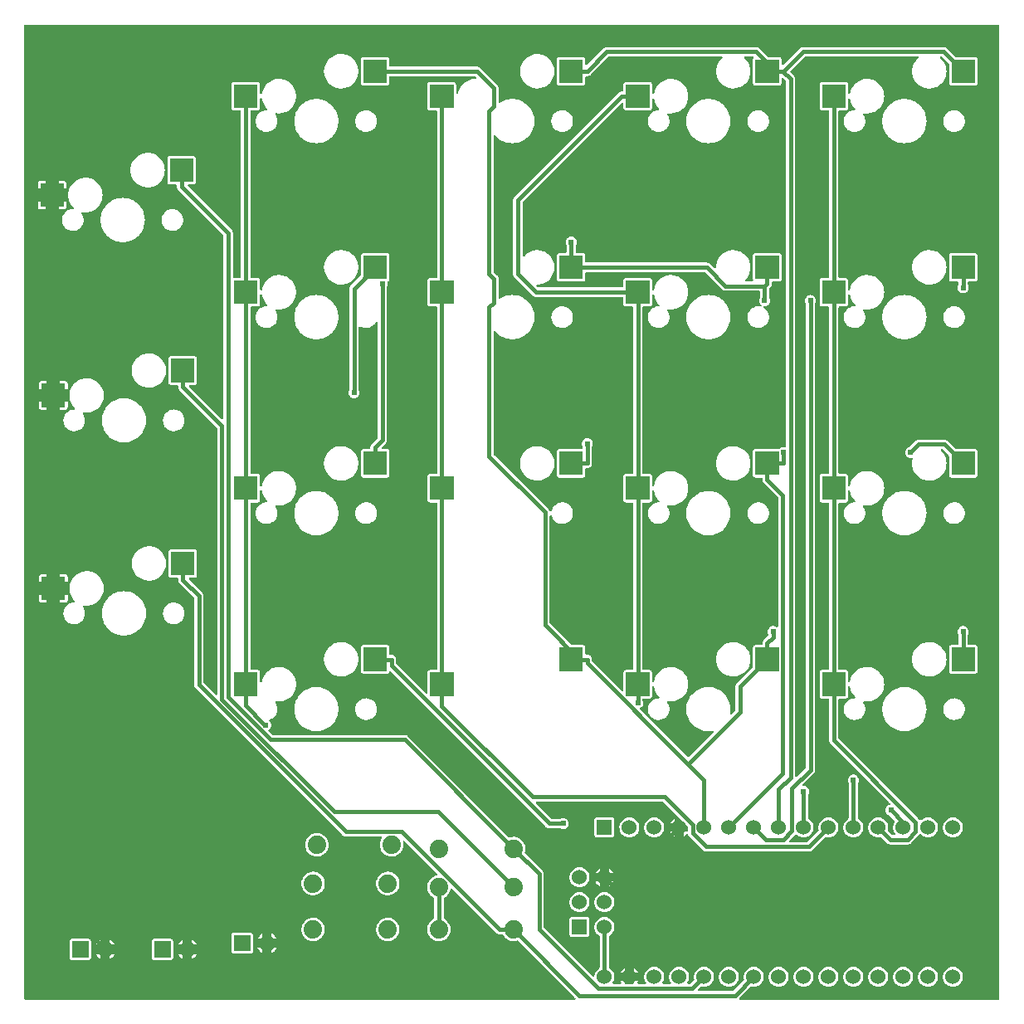
<source format=gbl>
G04 Layer: BottomLayer*
G04 EasyEDA v6.4.14, 2021-01-27T18:33:08+00:00*
G04 23e06626385a4a67b6d4a1ad3893387d,b188a025bfda474f93bca2756d95531f,10*
G04 Gerber Generator version 0.2*
G04 Scale: 100 percent, Rotated: No, Reflected: No *
G04 Dimensions in millimeters *
G04 leading zeros omitted , absolute positions ,4 integer and 5 decimal *
%FSLAX45Y45*%
%MOMM*%

%ADD11C,0.4500*%
%ADD12C,0.6100*%
%ADD13C,1.8796*%
%ADD15C,1.6510*%
%ADD17C,1.5240*%

%LPD*%
G36*
X35814Y25654D02*
G01*
X31902Y26416D01*
X28651Y28600D01*
X26416Y31902D01*
X25654Y35814D01*
X25654Y9964166D01*
X26416Y9968077D01*
X28651Y9971328D01*
X31902Y9973564D01*
X35814Y9974326D01*
X9964166Y9974326D01*
X9968077Y9973564D01*
X9971379Y9971328D01*
X9973564Y9968077D01*
X9974326Y9964166D01*
X9974326Y35814D01*
X9973564Y31902D01*
X9971379Y28600D01*
X9968077Y26416D01*
X9964166Y25654D01*
X7326782Y25654D01*
X7322870Y26416D01*
X7319619Y28600D01*
X7317384Y31902D01*
X7316622Y35814D01*
X7317384Y39674D01*
X7319619Y42976D01*
X7434173Y157581D01*
X7437120Y159613D01*
X7440523Y160528D01*
X7444079Y160172D01*
X7447330Y159308D01*
X7460792Y157480D01*
X7474407Y157480D01*
X7487869Y159308D01*
X7501026Y162864D01*
X7513523Y168198D01*
X7525207Y175107D01*
X7535925Y183540D01*
X7545374Y193344D01*
X7553452Y204266D01*
X7559954Y216204D01*
X7564881Y228904D01*
X7568031Y242163D01*
X7569352Y255676D01*
X7568895Y269290D01*
X7566659Y282702D01*
X7562646Y295656D01*
X7556906Y308000D01*
X7549591Y319481D01*
X7540802Y329895D01*
X7530693Y338988D01*
X7519517Y346710D01*
X7507376Y352806D01*
X7494524Y357276D01*
X7481163Y360019D01*
X7467600Y360934D01*
X7454036Y360019D01*
X7440675Y357276D01*
X7427823Y352806D01*
X7415682Y346710D01*
X7404506Y338988D01*
X7394397Y329895D01*
X7385608Y319481D01*
X7378293Y308000D01*
X7372553Y295656D01*
X7368540Y282702D01*
X7366304Y269290D01*
X7365847Y255676D01*
X7367168Y242163D01*
X7368844Y235254D01*
X7369048Y231800D01*
X7368133Y228498D01*
X7366152Y225704D01*
X7260132Y119735D01*
X7256830Y117500D01*
X7252970Y116738D01*
X6909866Y116738D01*
X6906006Y117500D01*
X6902703Y119735D01*
X6900519Y122986D01*
X6899706Y126898D01*
X6900519Y130759D01*
X6902703Y134061D01*
X6926173Y157581D01*
X6929120Y159613D01*
X6932523Y160528D01*
X6936079Y160172D01*
X6939330Y159308D01*
X6952792Y157480D01*
X6966407Y157480D01*
X6979869Y159308D01*
X6993026Y162864D01*
X7005523Y168198D01*
X7017207Y175107D01*
X7027925Y183540D01*
X7037374Y193344D01*
X7045452Y204266D01*
X7051954Y216204D01*
X7056881Y228904D01*
X7060031Y242163D01*
X7061352Y255676D01*
X7060895Y269290D01*
X7058659Y282702D01*
X7054646Y295656D01*
X7048906Y308000D01*
X7041591Y319481D01*
X7032802Y329895D01*
X7022693Y338988D01*
X7011517Y346710D01*
X6999376Y352806D01*
X6986524Y357276D01*
X6973163Y360019D01*
X6959600Y360934D01*
X6946036Y360019D01*
X6932675Y357276D01*
X6919823Y352806D01*
X6907682Y346710D01*
X6896506Y338988D01*
X6886397Y329895D01*
X6877608Y319481D01*
X6870293Y308000D01*
X6864553Y295656D01*
X6860540Y282702D01*
X6858304Y269290D01*
X6857847Y255676D01*
X6859168Y242163D01*
X6860844Y235254D01*
X6861048Y231800D01*
X6860133Y228498D01*
X6858152Y225704D01*
X6821982Y189585D01*
X6818680Y187350D01*
X6814820Y186588D01*
X6798513Y186588D01*
X6794144Y187553D01*
X6790639Y190296D01*
X6788658Y194259D01*
X6788505Y198678D01*
X6790334Y202793D01*
X6791452Y204266D01*
X6797954Y216204D01*
X6802881Y228904D01*
X6806031Y242163D01*
X6807352Y255676D01*
X6806895Y269290D01*
X6804659Y282702D01*
X6800646Y295656D01*
X6794906Y308000D01*
X6787591Y319481D01*
X6778802Y329895D01*
X6768693Y338988D01*
X6757517Y346710D01*
X6745376Y352806D01*
X6732524Y357276D01*
X6719163Y360019D01*
X6705600Y360934D01*
X6692036Y360019D01*
X6678675Y357276D01*
X6665823Y352806D01*
X6653682Y346710D01*
X6642506Y338988D01*
X6632397Y329895D01*
X6623608Y319481D01*
X6616293Y308000D01*
X6610553Y295656D01*
X6606540Y282702D01*
X6604304Y269290D01*
X6603847Y255676D01*
X6605168Y242163D01*
X6608318Y228904D01*
X6613245Y216204D01*
X6619748Y204266D01*
X6620865Y202793D01*
X6622694Y198678D01*
X6622542Y194259D01*
X6620560Y190296D01*
X6617055Y187553D01*
X6612686Y186588D01*
X6544513Y186588D01*
X6540144Y187553D01*
X6536639Y190296D01*
X6534657Y194259D01*
X6534505Y198678D01*
X6536334Y202793D01*
X6537452Y204266D01*
X6543954Y216204D01*
X6548881Y228904D01*
X6552031Y242163D01*
X6553352Y255676D01*
X6552895Y269290D01*
X6550659Y282702D01*
X6546646Y295656D01*
X6540906Y308000D01*
X6533591Y319481D01*
X6524802Y329895D01*
X6514693Y338988D01*
X6503517Y346710D01*
X6491376Y352806D01*
X6478524Y357276D01*
X6465163Y360019D01*
X6451600Y360934D01*
X6438036Y360019D01*
X6424676Y357276D01*
X6411823Y352806D01*
X6399682Y346710D01*
X6388506Y338988D01*
X6378397Y329895D01*
X6369608Y319481D01*
X6362293Y308000D01*
X6356553Y295656D01*
X6352540Y282702D01*
X6350304Y269290D01*
X6349847Y255676D01*
X6351168Y242163D01*
X6354318Y228904D01*
X6359245Y216204D01*
X6365748Y204266D01*
X6366865Y202793D01*
X6368694Y198678D01*
X6368542Y194259D01*
X6366560Y190296D01*
X6363055Y187553D01*
X6358686Y186588D01*
X6290513Y186588D01*
X6286144Y187553D01*
X6282639Y190296D01*
X6280658Y194259D01*
X6280505Y198678D01*
X6282334Y202793D01*
X6283452Y204266D01*
X6289090Y214629D01*
X6242050Y214629D01*
X6242050Y196748D01*
X6241288Y192836D01*
X6239052Y189585D01*
X6235801Y187350D01*
X6231890Y186588D01*
X6163310Y186588D01*
X6159398Y187350D01*
X6156147Y189585D01*
X6153912Y192836D01*
X6153150Y196748D01*
X6153150Y214629D01*
X6106109Y214629D01*
X6111748Y204266D01*
X6112865Y202793D01*
X6114694Y198678D01*
X6114542Y194259D01*
X6112560Y190296D01*
X6109055Y187553D01*
X6104686Y186588D01*
X6036513Y186588D01*
X6032144Y187553D01*
X6028639Y190296D01*
X6026658Y194259D01*
X6026505Y198678D01*
X6028334Y202793D01*
X6029452Y204266D01*
X6035954Y216204D01*
X6040882Y228904D01*
X6044031Y242163D01*
X6045352Y255676D01*
X6044895Y269290D01*
X6042660Y282702D01*
X6038646Y295656D01*
X6032906Y308000D01*
X6025591Y319481D01*
X6016802Y329895D01*
X6006693Y338988D01*
X5996178Y346252D01*
X5993790Y348488D01*
X5992266Y351383D01*
X5991758Y354634D01*
X5991758Y671728D01*
X5992368Y675182D01*
X5994095Y678180D01*
X5996736Y680466D01*
X6001207Y683107D01*
X6011926Y691540D01*
X6021374Y701344D01*
X6029452Y712266D01*
X6035954Y724204D01*
X6040882Y736904D01*
X6044031Y750163D01*
X6045352Y763676D01*
X6044895Y777290D01*
X6042660Y790702D01*
X6038646Y803656D01*
X6032906Y816000D01*
X6025591Y827481D01*
X6016802Y837895D01*
X6006693Y846988D01*
X5995517Y854710D01*
X5983376Y860806D01*
X5970524Y865276D01*
X5957163Y868019D01*
X5943600Y868934D01*
X5930036Y868019D01*
X5916676Y865276D01*
X5903823Y860806D01*
X5891682Y854710D01*
X5880506Y846988D01*
X5870397Y837895D01*
X5861608Y827481D01*
X5854293Y816000D01*
X5848553Y803656D01*
X5844540Y790702D01*
X5842304Y777290D01*
X5841847Y763676D01*
X5843168Y750163D01*
X5846318Y736904D01*
X5851245Y724204D01*
X5857748Y712266D01*
X5865825Y701344D01*
X5875274Y691540D01*
X5885992Y683107D01*
X5890463Y680466D01*
X5893104Y678180D01*
X5894832Y675182D01*
X5895441Y671728D01*
X5895441Y354634D01*
X5894933Y351383D01*
X5893409Y348488D01*
X5891022Y346252D01*
X5880506Y338988D01*
X5870397Y329895D01*
X5861608Y319481D01*
X5854293Y308000D01*
X5848553Y295656D01*
X5844540Y282702D01*
X5842609Y271272D01*
X5840933Y267208D01*
X5837732Y264210D01*
X5833516Y262839D01*
X5829147Y263398D01*
X5825439Y265785D01*
X5328513Y762711D01*
X5326278Y766013D01*
X5325516Y769874D01*
X5325465Y1308201D01*
X5324195Y1317345D01*
X5321350Y1325778D01*
X5317032Y1333500D01*
X5311089Y1340713D01*
X5132374Y1519428D01*
X5130241Y1522476D01*
X5129377Y1526032D01*
X5129834Y1529689D01*
X5132527Y1538020D01*
X5135219Y1552498D01*
X5136134Y1567180D01*
X5135219Y1581861D01*
X5132527Y1596339D01*
X5128056Y1610410D01*
X5121859Y1623771D01*
X5114137Y1636268D01*
X5104892Y1647748D01*
X5094325Y1658010D01*
X5082590Y1666900D01*
X5069840Y1674266D01*
X5056276Y1680006D01*
X5042103Y1684020D01*
X5027523Y1686306D01*
X5012791Y1686763D01*
X4998161Y1685391D01*
X4983784Y1682242D01*
X4979314Y1680667D01*
X4975555Y1680057D01*
X4971846Y1680921D01*
X4968748Y1683054D01*
X3938219Y2713532D01*
X3930853Y2719070D01*
X3922877Y2723032D01*
X3914343Y2725470D01*
X3905046Y2726334D01*
X2562656Y2726334D01*
X2558745Y2727096D01*
X2555443Y2729331D01*
X2517495Y2767279D01*
X2515158Y2770987D01*
X2514600Y2775356D01*
X2515920Y2779522D01*
X2518867Y2782773D01*
X2522474Y2785313D01*
X2529382Y2792222D01*
X2535021Y2800248D01*
X2539136Y2809087D01*
X2541676Y2818536D01*
X2542540Y2828290D01*
X2541676Y2838043D01*
X2539136Y2847492D01*
X2535021Y2856331D01*
X2529382Y2864358D01*
X2526182Y2867558D01*
X2523947Y2870962D01*
X2523185Y2874924D01*
X2524099Y2878886D01*
X2526436Y2882188D01*
X2529840Y2884271D01*
X2541066Y2888437D01*
X2553614Y2894990D01*
X2565247Y2903067D01*
X2575763Y2912618D01*
X2584958Y2923387D01*
X2592679Y2935274D01*
X2598826Y2948076D01*
X2603296Y2961538D01*
X2605989Y2975457D01*
X2606903Y2989580D01*
X2605989Y3003702D01*
X2603296Y3017621D01*
X2598826Y3031083D01*
X2592679Y3043885D01*
X2585618Y3054705D01*
X2584196Y3058261D01*
X2584145Y3062071D01*
X2585567Y3065627D01*
X2588158Y3068421D01*
X2591612Y3070098D01*
X2595473Y3070301D01*
X2609748Y3068472D01*
X2627833Y3068015D01*
X2645816Y3069386D01*
X2663647Y3072638D01*
X2680970Y3077667D01*
X2697734Y3084525D01*
X2713685Y3093008D01*
X2728722Y3103118D01*
X2742590Y3114700D01*
X2755239Y3127654D01*
X2766415Y3141827D01*
X2776118Y3157067D01*
X2784246Y3173222D01*
X2790596Y3190189D01*
X2795219Y3207664D01*
X2798013Y3225495D01*
X2798927Y3243580D01*
X2798013Y3261614D01*
X2795219Y3279495D01*
X2790596Y3296970D01*
X2784246Y3313937D01*
X2776118Y3330092D01*
X2766415Y3345332D01*
X2755239Y3359505D01*
X2742590Y3372459D01*
X2728722Y3384042D01*
X2713685Y3394151D01*
X2697734Y3402634D01*
X2680970Y3409492D01*
X2663647Y3414522D01*
X2645816Y3417773D01*
X2627833Y3419144D01*
X2609748Y3418687D01*
X2591816Y3416350D01*
X2574188Y3412236D01*
X2557119Y3406292D01*
X2540762Y3398621D01*
X2525217Y3389325D01*
X2510790Y3378454D01*
X2497480Y3366160D01*
X2485542Y3352596D01*
X2475077Y3337864D01*
X2466187Y3322116D01*
X2458923Y3305556D01*
X2453436Y3288334D01*
X2450084Y3272180D01*
X2448356Y3268319D01*
X2445207Y3265474D01*
X2441194Y3264153D01*
X2436977Y3264611D01*
X2433320Y3266694D01*
X2430830Y3270148D01*
X2429967Y3274263D01*
X2429967Y3363010D01*
X2429256Y3369259D01*
X2427376Y3374694D01*
X2424328Y3379520D01*
X2420264Y3383584D01*
X2415387Y3386632D01*
X2410002Y3388512D01*
X2403754Y3389223D01*
X2342540Y3389223D01*
X2338628Y3390036D01*
X2335377Y3392220D01*
X2333142Y3395522D01*
X2332380Y3399383D01*
X2332380Y5087772D01*
X2333142Y5091684D01*
X2335377Y5094986D01*
X2338628Y5097170D01*
X2342540Y5097932D01*
X2403754Y5097932D01*
X2410002Y5098643D01*
X2415387Y5100523D01*
X2420264Y5103571D01*
X2424328Y5107635D01*
X2427376Y5112512D01*
X2429256Y5117896D01*
X2429967Y5124145D01*
X2429967Y5212892D01*
X2430830Y5217007D01*
X2433320Y5220462D01*
X2436977Y5222544D01*
X2441194Y5223002D01*
X2445207Y5221681D01*
X2448356Y5218836D01*
X2450084Y5214975D01*
X2453436Y5198821D01*
X2458923Y5181600D01*
X2466187Y5165039D01*
X2475077Y5149291D01*
X2485542Y5134559D01*
X2497480Y5120995D01*
X2501188Y5117592D01*
X2503474Y5114391D01*
X2504440Y5110530D01*
X2503779Y5106568D01*
X2501696Y5103215D01*
X2498445Y5100878D01*
X2494584Y5099964D01*
X2485644Y5099710D01*
X2471674Y5097424D01*
X2458059Y5093411D01*
X2445105Y5087670D01*
X2433015Y5080304D01*
X2421890Y5071465D01*
X2412034Y5061305D01*
X2403551Y5049926D01*
X2396591Y5037582D01*
X2391308Y5024424D01*
X2387701Y5010708D01*
X2385872Y4996688D01*
X2385872Y4982464D01*
X2387701Y4968443D01*
X2391308Y4954727D01*
X2396591Y4941570D01*
X2403551Y4929225D01*
X2412034Y4917846D01*
X2421890Y4907686D01*
X2433015Y4898847D01*
X2445105Y4891481D01*
X2458059Y4885740D01*
X2471674Y4881727D01*
X2485644Y4879441D01*
X2499817Y4878984D01*
X2513939Y4880356D01*
X2527757Y4883505D01*
X2541066Y4888433D01*
X2553614Y4894986D01*
X2565247Y4903063D01*
X2575763Y4912614D01*
X2584958Y4923383D01*
X2592679Y4935270D01*
X2598826Y4948072D01*
X2603296Y4961534D01*
X2605989Y4975453D01*
X2606903Y4989576D01*
X2605989Y5003698D01*
X2603296Y5017617D01*
X2598826Y5031079D01*
X2592679Y5043881D01*
X2585618Y5054701D01*
X2584196Y5058257D01*
X2584145Y5062067D01*
X2585567Y5065623D01*
X2588158Y5068417D01*
X2591612Y5070094D01*
X2595473Y5070297D01*
X2609748Y5068468D01*
X2627833Y5068011D01*
X2645816Y5069382D01*
X2663647Y5072634D01*
X2680970Y5077663D01*
X2697734Y5084521D01*
X2713685Y5093004D01*
X2728722Y5103114D01*
X2742590Y5114696D01*
X2755239Y5127650D01*
X2766415Y5141823D01*
X2776118Y5157063D01*
X2784246Y5173218D01*
X2790596Y5190185D01*
X2795219Y5207660D01*
X2798013Y5225491D01*
X2798927Y5243576D01*
X2798013Y5261610D01*
X2795219Y5279491D01*
X2790596Y5296966D01*
X2784246Y5313934D01*
X2776118Y5330088D01*
X2766415Y5345328D01*
X2755239Y5359501D01*
X2742590Y5372455D01*
X2728722Y5384038D01*
X2713685Y5394147D01*
X2697734Y5402630D01*
X2680970Y5409488D01*
X2663647Y5414518D01*
X2645816Y5417769D01*
X2627833Y5419140D01*
X2609748Y5418683D01*
X2591816Y5416346D01*
X2574188Y5412232D01*
X2557119Y5406288D01*
X2540762Y5398617D01*
X2525217Y5389321D01*
X2510790Y5378450D01*
X2497480Y5366156D01*
X2485542Y5352592D01*
X2475077Y5337860D01*
X2466187Y5322112D01*
X2458923Y5305552D01*
X2453436Y5288330D01*
X2450084Y5272176D01*
X2448356Y5268315D01*
X2445207Y5265470D01*
X2441194Y5264150D01*
X2436977Y5264607D01*
X2433320Y5266690D01*
X2430830Y5270144D01*
X2429967Y5274259D01*
X2429967Y5363006D01*
X2429256Y5369306D01*
X2427376Y5374690D01*
X2424328Y5379567D01*
X2420264Y5383580D01*
X2415387Y5386628D01*
X2410002Y5388559D01*
X2403754Y5389219D01*
X2342540Y5389219D01*
X2338628Y5390032D01*
X2335377Y5392216D01*
X2333142Y5395518D01*
X2332380Y5399379D01*
X2332380Y7087768D01*
X2333142Y7091680D01*
X2335377Y7094981D01*
X2338628Y7097166D01*
X2342540Y7097928D01*
X2403754Y7097928D01*
X2410002Y7098639D01*
X2415387Y7100519D01*
X2420264Y7103567D01*
X2424328Y7107631D01*
X2427376Y7112508D01*
X2429256Y7117892D01*
X2429967Y7124141D01*
X2429967Y7212888D01*
X2430830Y7217003D01*
X2433320Y7220458D01*
X2436977Y7222540D01*
X2441194Y7222998D01*
X2445207Y7221677D01*
X2448356Y7218832D01*
X2450084Y7214971D01*
X2453436Y7198817D01*
X2458923Y7181596D01*
X2466187Y7165035D01*
X2475077Y7149287D01*
X2485542Y7134555D01*
X2497480Y7120991D01*
X2501188Y7117588D01*
X2503474Y7114387D01*
X2504440Y7110526D01*
X2503779Y7106564D01*
X2501696Y7103211D01*
X2498445Y7100874D01*
X2494584Y7099960D01*
X2485644Y7099706D01*
X2471674Y7097420D01*
X2458059Y7093407D01*
X2445105Y7087666D01*
X2433015Y7080300D01*
X2421890Y7071461D01*
X2412034Y7061301D01*
X2403551Y7049922D01*
X2396591Y7037578D01*
X2391308Y7024420D01*
X2387701Y7010704D01*
X2385872Y6996684D01*
X2385872Y6982459D01*
X2387701Y6968439D01*
X2391308Y6954723D01*
X2396591Y6941566D01*
X2403551Y6929221D01*
X2412034Y6917842D01*
X2421890Y6907682D01*
X2433015Y6898843D01*
X2445105Y6891477D01*
X2458059Y6885736D01*
X2471674Y6881723D01*
X2485644Y6879437D01*
X2499817Y6878980D01*
X2513939Y6880352D01*
X2527757Y6883501D01*
X2541066Y6888429D01*
X2553614Y6894982D01*
X2565247Y6903059D01*
X2575763Y6912609D01*
X2584958Y6923379D01*
X2592679Y6935266D01*
X2598826Y6948068D01*
X2603296Y6961530D01*
X2605989Y6975449D01*
X2606903Y6989572D01*
X2605989Y7003694D01*
X2603296Y7017613D01*
X2598826Y7031075D01*
X2592679Y7043877D01*
X2585618Y7054697D01*
X2584196Y7058253D01*
X2584145Y7062063D01*
X2585567Y7065619D01*
X2588158Y7068413D01*
X2591612Y7070090D01*
X2595473Y7070293D01*
X2609748Y7068464D01*
X2627833Y7068007D01*
X2645816Y7069378D01*
X2663647Y7072630D01*
X2680970Y7077659D01*
X2697734Y7084517D01*
X2713685Y7093000D01*
X2728722Y7103109D01*
X2742590Y7114692D01*
X2755239Y7127646D01*
X2766415Y7141819D01*
X2776118Y7157059D01*
X2784246Y7173214D01*
X2790596Y7190181D01*
X2795219Y7207656D01*
X2798013Y7225487D01*
X2798927Y7243572D01*
X2798013Y7261606D01*
X2795219Y7279487D01*
X2790596Y7296962D01*
X2784246Y7313930D01*
X2776118Y7330084D01*
X2766415Y7345324D01*
X2755239Y7359497D01*
X2742590Y7372451D01*
X2728722Y7384034D01*
X2713685Y7394143D01*
X2697734Y7402626D01*
X2680970Y7409484D01*
X2663647Y7414514D01*
X2645816Y7417765D01*
X2627833Y7419136D01*
X2609748Y7418679D01*
X2591816Y7416342D01*
X2574188Y7412228D01*
X2557119Y7406284D01*
X2540762Y7398613D01*
X2525217Y7389317D01*
X2510790Y7378446D01*
X2497480Y7366152D01*
X2485542Y7352588D01*
X2475077Y7337856D01*
X2466187Y7322108D01*
X2458923Y7305548D01*
X2453436Y7288326D01*
X2450084Y7272172D01*
X2448356Y7268311D01*
X2445207Y7265466D01*
X2441194Y7264146D01*
X2436977Y7264603D01*
X2433320Y7266686D01*
X2430830Y7270140D01*
X2429967Y7274255D01*
X2429967Y7363002D01*
X2429256Y7369302D01*
X2427376Y7374686D01*
X2424328Y7379563D01*
X2420264Y7383576D01*
X2415387Y7386624D01*
X2410002Y7388555D01*
X2403754Y7389266D01*
X2342540Y7389266D01*
X2338628Y7390028D01*
X2335377Y7392212D01*
X2333142Y7395514D01*
X2332380Y7399426D01*
X2332380Y9087764D01*
X2333142Y9091676D01*
X2335377Y9094978D01*
X2338628Y9097162D01*
X2342540Y9097924D01*
X2403754Y9097924D01*
X2410002Y9098635D01*
X2415387Y9100515D01*
X2420264Y9103614D01*
X2424328Y9107627D01*
X2427376Y9112504D01*
X2429256Y9117888D01*
X2429967Y9124188D01*
X2429967Y9212935D01*
X2430830Y9217050D01*
X2433320Y9220454D01*
X2436977Y9222587D01*
X2441194Y9222994D01*
X2445207Y9221724D01*
X2448356Y9218879D01*
X2450084Y9214967D01*
X2453436Y9198864D01*
X2458923Y9181642D01*
X2466187Y9165082D01*
X2475077Y9149334D01*
X2485542Y9134602D01*
X2497480Y9120987D01*
X2501188Y9117634D01*
X2503474Y9114383D01*
X2504440Y9110522D01*
X2503779Y9106611D01*
X2501696Y9103207D01*
X2498445Y9100921D01*
X2494584Y9100007D01*
X2485644Y9099702D01*
X2471674Y9097467D01*
X2458059Y9093403D01*
X2445105Y9087662D01*
X2433015Y9080347D01*
X2421890Y9071508D01*
X2412034Y9061297D01*
X2403551Y9049969D01*
X2396591Y9037574D01*
X2391308Y9024467D01*
X2387701Y9010751D01*
X2385872Y8996680D01*
X2385872Y8982506D01*
X2387701Y8968435D01*
X2391308Y8954719D01*
X2396591Y8941612D01*
X2403551Y8929217D01*
X2412034Y8917889D01*
X2421890Y8907678D01*
X2433015Y8898839D01*
X2445105Y8891524D01*
X2458059Y8885783D01*
X2471674Y8881719D01*
X2485644Y8879484D01*
X2499817Y8879027D01*
X2513939Y8880398D01*
X2527757Y8883548D01*
X2541066Y8888425D01*
X2553614Y8894978D01*
X2565247Y8903106D01*
X2575763Y8912606D01*
X2584958Y8923426D01*
X2592679Y8935313D01*
X2598826Y8948064D01*
X2603296Y8961526D01*
X2605989Y8975445D01*
X2606903Y8989568D01*
X2605989Y9003741D01*
X2603296Y9017660D01*
X2598826Y9031122D01*
X2592679Y9043873D01*
X2585618Y9054693D01*
X2584196Y9058249D01*
X2584145Y9062110D01*
X2585567Y9065666D01*
X2588158Y9068460D01*
X2591612Y9070086D01*
X2595473Y9070340D01*
X2609748Y9068460D01*
X2627833Y9068003D01*
X2645816Y9069425D01*
X2663647Y9072626D01*
X2680970Y9077706D01*
X2697734Y9084513D01*
X2713685Y9092996D01*
X2728722Y9103106D01*
X2742590Y9114688D01*
X2755239Y9127642D01*
X2766415Y9141815D01*
X2776118Y9157106D01*
X2784246Y9173260D01*
X2790596Y9190177D01*
X2795219Y9207652D01*
X2798013Y9225534D01*
X2798927Y9243568D01*
X2798013Y9261652D01*
X2795219Y9279534D01*
X2790596Y9297009D01*
X2784246Y9313926D01*
X2776118Y9330080D01*
X2766415Y9345371D01*
X2755239Y9359544D01*
X2742590Y9372498D01*
X2728722Y9384080D01*
X2713685Y9394190D01*
X2697734Y9402673D01*
X2680970Y9409480D01*
X2663647Y9414560D01*
X2645816Y9417761D01*
X2627833Y9419183D01*
X2609748Y9418726D01*
X2591816Y9416389D01*
X2574188Y9412224D01*
X2557119Y9406280D01*
X2540762Y9398609D01*
X2525217Y9389313D01*
X2510790Y9378442D01*
X2497480Y9366199D01*
X2485542Y9352584D01*
X2475077Y9337852D01*
X2466187Y9322104D01*
X2458923Y9305544D01*
X2453436Y9288322D01*
X2450084Y9272219D01*
X2448356Y9268307D01*
X2445207Y9265462D01*
X2441194Y9264192D01*
X2436977Y9264599D01*
X2433320Y9266732D01*
X2430830Y9270136D01*
X2429967Y9274251D01*
X2429967Y9363049D01*
X2429256Y9369298D01*
X2427376Y9374682D01*
X2424328Y9379559D01*
X2420264Y9383623D01*
X2415387Y9386671D01*
X2410002Y9388551D01*
X2403754Y9389262D01*
X2164892Y9389262D01*
X2158593Y9388551D01*
X2153208Y9386671D01*
X2148332Y9383623D01*
X2144318Y9379559D01*
X2141270Y9374682D01*
X2139340Y9369298D01*
X2138629Y9363049D01*
X2138629Y9124188D01*
X2139340Y9117888D01*
X2141270Y9112504D01*
X2144318Y9107627D01*
X2148332Y9103614D01*
X2153208Y9100515D01*
X2158593Y9098635D01*
X2164892Y9097924D01*
X2225903Y9097924D01*
X2229815Y9097162D01*
X2233066Y9094978D01*
X2235301Y9091676D01*
X2236063Y9087764D01*
X2236063Y7399426D01*
X2235301Y7395514D01*
X2233066Y7392212D01*
X2229815Y7390028D01*
X2225903Y7389266D01*
X2164892Y7389266D01*
X2163318Y7389063D01*
X2159101Y7389469D01*
X2155444Y7391603D01*
X2152904Y7395006D01*
X2152040Y7399172D01*
X2151989Y7850479D01*
X2150719Y7859623D01*
X2147874Y7868056D01*
X2143556Y7875778D01*
X2137613Y7882991D01*
X1694688Y8325662D01*
X1692452Y8328964D01*
X1691690Y8332876D01*
X1692452Y8336737D01*
X1694688Y8340039D01*
X1697939Y8342274D01*
X1701850Y8343036D01*
X1748129Y8343036D01*
X1754378Y8343747D01*
X1759813Y8345627D01*
X1764639Y8348675D01*
X1768703Y8352739D01*
X1771751Y8357565D01*
X1773631Y8363000D01*
X1774342Y8369249D01*
X1774342Y8608110D01*
X1773631Y8614359D01*
X1771751Y8619794D01*
X1768703Y8624620D01*
X1764639Y8628684D01*
X1759813Y8631732D01*
X1754378Y8633612D01*
X1748129Y8634323D01*
X1509268Y8634323D01*
X1503019Y8633612D01*
X1497584Y8631732D01*
X1492758Y8628684D01*
X1488694Y8624620D01*
X1485646Y8619794D01*
X1483715Y8614359D01*
X1483055Y8608110D01*
X1483055Y8369249D01*
X1483715Y8363000D01*
X1485646Y8357565D01*
X1488694Y8352739D01*
X1492758Y8348675D01*
X1497584Y8345627D01*
X1503019Y8343747D01*
X1509268Y8343036D01*
X1570329Y8343036D01*
X1574190Y8342274D01*
X1577492Y8340090D01*
X1579727Y8336788D01*
X1580489Y8332927D01*
X1580540Y8321598D01*
X1581810Y8312556D01*
X1584655Y8304123D01*
X1588973Y8296402D01*
X1594916Y8289188D01*
X2052726Y7831632D01*
X2054961Y7828330D01*
X2055723Y7824419D01*
X2055723Y5957366D01*
X2054961Y5953455D01*
X2052777Y5950153D01*
X2049475Y5947968D01*
X2045563Y5947206D01*
X2041702Y5947968D01*
X2038400Y5950153D01*
X1707388Y6280962D01*
X1705152Y6284264D01*
X1704390Y6288176D01*
X1705152Y6292037D01*
X1707388Y6295339D01*
X1710639Y6297574D01*
X1714550Y6298336D01*
X1760829Y6298336D01*
X1767078Y6299047D01*
X1772513Y6300927D01*
X1777339Y6303975D01*
X1781403Y6308039D01*
X1784451Y6312865D01*
X1786331Y6318300D01*
X1787042Y6324549D01*
X1787042Y6563410D01*
X1786331Y6569659D01*
X1784451Y6575094D01*
X1781403Y6579920D01*
X1777339Y6583984D01*
X1772513Y6587032D01*
X1767078Y6588912D01*
X1760829Y6589623D01*
X1521968Y6589623D01*
X1515719Y6588912D01*
X1510284Y6587032D01*
X1505458Y6583984D01*
X1501394Y6579920D01*
X1498346Y6575094D01*
X1496415Y6569659D01*
X1495755Y6563410D01*
X1495755Y6324549D01*
X1496415Y6318300D01*
X1498346Y6312865D01*
X1501394Y6308039D01*
X1505458Y6303975D01*
X1510284Y6300927D01*
X1515719Y6299047D01*
X1521968Y6298336D01*
X1583029Y6298336D01*
X1586890Y6297574D01*
X1590192Y6295390D01*
X1592427Y6292088D01*
X1593189Y6288227D01*
X1593240Y6276898D01*
X1594510Y6267856D01*
X1597355Y6259423D01*
X1601673Y6251702D01*
X1607616Y6244488D01*
X1988972Y5863386D01*
X1991207Y5860084D01*
X1991969Y5856173D01*
X1991969Y3144062D01*
X1991207Y3140202D01*
X1988972Y3136900D01*
X1985721Y3134715D01*
X1981809Y3133902D01*
X1977948Y3134715D01*
X1974646Y3136900D01*
X1857603Y3253943D01*
X1855368Y3257245D01*
X1854606Y3261106D01*
X1854555Y4147159D01*
X1853285Y4156303D01*
X1850440Y4164736D01*
X1846122Y4172458D01*
X1840179Y4179671D01*
X1707337Y4312462D01*
X1705152Y4315764D01*
X1704390Y4319676D01*
X1705152Y4323537D01*
X1707337Y4326839D01*
X1710639Y4329074D01*
X1714550Y4329836D01*
X1760829Y4329836D01*
X1767078Y4330547D01*
X1772513Y4332427D01*
X1777339Y4335475D01*
X1781403Y4339539D01*
X1784451Y4344365D01*
X1786331Y4349800D01*
X1787042Y4356049D01*
X1787042Y4594910D01*
X1786331Y4601159D01*
X1784451Y4606594D01*
X1781403Y4611420D01*
X1777339Y4615484D01*
X1772513Y4618532D01*
X1767078Y4620412D01*
X1760829Y4621123D01*
X1521968Y4621123D01*
X1515719Y4620412D01*
X1510284Y4618532D01*
X1505458Y4615484D01*
X1501394Y4611420D01*
X1498346Y4606594D01*
X1496415Y4601159D01*
X1495755Y4594910D01*
X1495755Y4356049D01*
X1496415Y4349800D01*
X1498346Y4344365D01*
X1501394Y4339539D01*
X1505458Y4335475D01*
X1510284Y4332427D01*
X1515719Y4330547D01*
X1521968Y4329836D01*
X1583029Y4329836D01*
X1586890Y4329074D01*
X1590192Y4326890D01*
X1592427Y4323588D01*
X1593189Y4319727D01*
X1593240Y4308398D01*
X1594510Y4299356D01*
X1597355Y4290923D01*
X1601673Y4283202D01*
X1607616Y4275988D01*
X1755292Y4128312D01*
X1757527Y4125010D01*
X1758289Y4121150D01*
X1758340Y3235096D01*
X1759610Y3225952D01*
X1762455Y3217519D01*
X1766773Y3209798D01*
X1772716Y3202584D01*
X3272586Y1702765D01*
X3279952Y1697228D01*
X3287928Y1693265D01*
X3296462Y1690827D01*
X3305759Y1689963D01*
X3665677Y1689963D01*
X3669842Y1689049D01*
X3673297Y1686509D01*
X3675379Y1682750D01*
X3675735Y1678482D01*
X3674313Y1674469D01*
X3666540Y1661871D01*
X3660343Y1648510D01*
X3655872Y1634439D01*
X3653180Y1619961D01*
X3652265Y1605280D01*
X3653180Y1590598D01*
X3655872Y1576120D01*
X3660343Y1562049D01*
X3666540Y1548688D01*
X3674262Y1536192D01*
X3683508Y1524711D01*
X3694074Y1514449D01*
X3705809Y1505559D01*
X3718560Y1498193D01*
X3732123Y1492453D01*
X3746296Y1488440D01*
X3760876Y1486154D01*
X3775608Y1485696D01*
X3790238Y1487068D01*
X3804615Y1490218D01*
X3818534Y1495145D01*
X3831691Y1501698D01*
X3843985Y1509826D01*
X3855161Y1519428D01*
X3865067Y1530299D01*
X3873601Y1542288D01*
X3880561Y1555292D01*
X3885895Y1569008D01*
X3889501Y1583283D01*
X3891279Y1597914D01*
X3891279Y1612646D01*
X3889501Y1627276D01*
X3888028Y1633118D01*
X3887876Y1637487D01*
X3889603Y1641500D01*
X3892854Y1644446D01*
X3897020Y1645716D01*
X3901338Y1645157D01*
X3905046Y1642770D01*
X4239361Y1308404D01*
X4241698Y1304747D01*
X4242308Y1300480D01*
X4241088Y1296365D01*
X4238244Y1293063D01*
X4234332Y1291285D01*
X4221784Y1288542D01*
X4207865Y1283614D01*
X4194708Y1277061D01*
X4182414Y1268933D01*
X4171238Y1259332D01*
X4161332Y1248460D01*
X4152798Y1236472D01*
X4145838Y1223467D01*
X4140504Y1209751D01*
X4136898Y1195476D01*
X4135120Y1180846D01*
X4135120Y1166114D01*
X4136898Y1151483D01*
X4140504Y1137208D01*
X4145838Y1123492D01*
X4152798Y1110488D01*
X4161332Y1098499D01*
X4171238Y1087628D01*
X4182414Y1078026D01*
X4194708Y1069898D01*
X4200702Y1066901D01*
X4203700Y1064666D01*
X4205681Y1061466D01*
X4206341Y1057808D01*
X4206341Y857351D01*
X4205681Y853694D01*
X4203700Y850493D01*
X4200702Y848258D01*
X4194708Y845261D01*
X4182414Y837133D01*
X4171238Y827532D01*
X4161332Y816660D01*
X4152798Y804672D01*
X4145838Y791667D01*
X4140504Y777951D01*
X4136898Y763676D01*
X4135120Y749046D01*
X4135120Y734314D01*
X4136898Y719683D01*
X4140504Y705408D01*
X4145838Y691692D01*
X4152798Y678688D01*
X4161332Y666699D01*
X4171238Y655828D01*
X4182414Y646226D01*
X4194708Y638098D01*
X4207865Y631545D01*
X4221784Y626618D01*
X4236161Y623468D01*
X4250791Y622096D01*
X4265523Y622554D01*
X4280103Y624840D01*
X4294276Y628853D01*
X4307840Y634593D01*
X4320590Y641959D01*
X4332325Y650849D01*
X4342892Y661111D01*
X4352137Y672592D01*
X4359859Y685088D01*
X4366056Y698449D01*
X4370527Y712520D01*
X4373219Y726998D01*
X4374134Y741680D01*
X4373219Y756361D01*
X4370527Y770839D01*
X4366056Y784910D01*
X4359859Y798271D01*
X4352137Y810768D01*
X4342892Y822248D01*
X4332325Y832510D01*
X4320590Y841400D01*
X4307738Y848817D01*
X4305046Y851052D01*
X4303268Y854151D01*
X4302658Y857605D01*
X4302658Y1057554D01*
X4303268Y1061008D01*
X4305046Y1064107D01*
X4307738Y1066342D01*
X4320590Y1073759D01*
X4332325Y1082649D01*
X4342892Y1092911D01*
X4352137Y1104392D01*
X4359859Y1116888D01*
X4366056Y1130249D01*
X4370527Y1144320D01*
X4372152Y1153058D01*
X4373829Y1157122D01*
X4377080Y1160018D01*
X4381296Y1161338D01*
X4385614Y1160729D01*
X4389323Y1158392D01*
X4841290Y706323D01*
X4848656Y700786D01*
X4856632Y696823D01*
X4865166Y694385D01*
X4874463Y693521D01*
X4900777Y693521D01*
X4904333Y692861D01*
X4907483Y691032D01*
X4909718Y688187D01*
X4914798Y678688D01*
X4923332Y666699D01*
X4933238Y655828D01*
X4944414Y646226D01*
X4956708Y638098D01*
X4969865Y631545D01*
X4983784Y626618D01*
X4998161Y623468D01*
X5012791Y622096D01*
X5027523Y622554D01*
X5042103Y624840D01*
X5054396Y628345D01*
X5057952Y628700D01*
X5061407Y627786D01*
X5064353Y625754D01*
X5647080Y42976D01*
X5649315Y39674D01*
X5650077Y35814D01*
X5649315Y31902D01*
X5647080Y28600D01*
X5643829Y26416D01*
X5639917Y25654D01*
G37*

%LPC*%
G36*
X8984792Y157480D02*
G01*
X8998407Y157480D01*
X9011869Y159308D01*
X9025026Y162864D01*
X9037523Y168198D01*
X9049207Y175107D01*
X9059926Y183540D01*
X9069374Y193344D01*
X9077452Y204266D01*
X9083954Y216204D01*
X9088882Y228904D01*
X9092031Y242163D01*
X9093352Y255676D01*
X9092895Y269290D01*
X9090660Y282702D01*
X9086646Y295656D01*
X9080906Y308000D01*
X9073591Y319481D01*
X9064802Y329895D01*
X9054693Y338988D01*
X9043517Y346710D01*
X9031376Y352806D01*
X9018524Y357276D01*
X9005163Y360019D01*
X8991600Y360934D01*
X8978036Y360019D01*
X8964676Y357276D01*
X8951823Y352806D01*
X8939682Y346710D01*
X8928506Y338988D01*
X8918397Y329895D01*
X8909608Y319481D01*
X8902293Y308000D01*
X8896553Y295656D01*
X8892540Y282702D01*
X8890304Y269290D01*
X8889847Y255676D01*
X8891168Y242163D01*
X8894318Y228904D01*
X8899245Y216204D01*
X8905748Y204266D01*
X8913825Y193344D01*
X8923274Y183540D01*
X8933992Y175107D01*
X8945676Y168198D01*
X8958173Y162864D01*
X8971330Y159308D01*
G37*
G36*
X8222792Y157480D02*
G01*
X8236407Y157480D01*
X8249869Y159308D01*
X8263026Y162864D01*
X8275523Y168198D01*
X8287207Y175107D01*
X8297925Y183540D01*
X8307374Y193344D01*
X8315452Y204266D01*
X8321954Y216204D01*
X8326881Y228904D01*
X8330031Y242163D01*
X8331352Y255676D01*
X8330895Y269290D01*
X8328659Y282702D01*
X8324646Y295656D01*
X8318906Y308000D01*
X8311591Y319481D01*
X8302802Y329895D01*
X8292693Y338988D01*
X8281517Y346710D01*
X8269376Y352806D01*
X8256524Y357276D01*
X8243163Y360019D01*
X8229600Y360934D01*
X8216036Y360019D01*
X8202675Y357276D01*
X8189823Y352806D01*
X8177682Y346710D01*
X8166506Y338988D01*
X8156397Y329895D01*
X8147608Y319481D01*
X8140293Y308000D01*
X8134553Y295656D01*
X8130540Y282702D01*
X8128304Y269290D01*
X8127847Y255676D01*
X8129168Y242163D01*
X8132318Y228904D01*
X8137245Y216204D01*
X8143748Y204266D01*
X8151825Y193344D01*
X8161274Y183540D01*
X8171992Y175107D01*
X8183676Y168198D01*
X8196173Y162864D01*
X8209330Y159308D01*
G37*
G36*
X7206792Y157480D02*
G01*
X7220407Y157480D01*
X7233869Y159308D01*
X7247026Y162864D01*
X7259523Y168198D01*
X7271207Y175107D01*
X7281925Y183540D01*
X7291374Y193344D01*
X7299452Y204266D01*
X7305954Y216204D01*
X7310881Y228904D01*
X7314031Y242163D01*
X7315352Y255676D01*
X7314895Y269290D01*
X7312659Y282702D01*
X7308646Y295656D01*
X7302906Y308000D01*
X7295591Y319481D01*
X7286802Y329895D01*
X7276693Y338988D01*
X7265517Y346710D01*
X7253376Y352806D01*
X7240524Y357276D01*
X7227163Y360019D01*
X7213600Y360934D01*
X7200036Y360019D01*
X7186675Y357276D01*
X7173823Y352806D01*
X7161682Y346710D01*
X7150506Y338988D01*
X7140397Y329895D01*
X7131608Y319481D01*
X7124293Y308000D01*
X7118553Y295656D01*
X7114540Y282702D01*
X7112304Y269290D01*
X7111847Y255676D01*
X7113168Y242163D01*
X7116318Y228904D01*
X7121245Y216204D01*
X7127748Y204266D01*
X7135825Y193344D01*
X7145274Y183540D01*
X7155992Y175107D01*
X7167676Y168198D01*
X7180173Y162864D01*
X7193330Y159308D01*
G37*
G36*
X7968792Y157480D02*
G01*
X7982407Y157480D01*
X7995869Y159308D01*
X8009026Y162864D01*
X8021523Y168198D01*
X8033207Y175107D01*
X8043925Y183540D01*
X8053374Y193344D01*
X8061452Y204266D01*
X8067954Y216204D01*
X8072881Y228904D01*
X8076031Y242163D01*
X8077352Y255676D01*
X8076895Y269290D01*
X8074659Y282702D01*
X8070646Y295656D01*
X8064906Y308000D01*
X8057591Y319481D01*
X8048802Y329895D01*
X8038693Y338988D01*
X8027517Y346710D01*
X8015376Y352806D01*
X8002524Y357276D01*
X7989163Y360019D01*
X7975600Y360934D01*
X7962036Y360019D01*
X7948675Y357276D01*
X7935823Y352806D01*
X7923682Y346710D01*
X7912506Y338988D01*
X7902397Y329895D01*
X7893608Y319481D01*
X7886293Y308000D01*
X7880553Y295656D01*
X7876540Y282702D01*
X7874304Y269290D01*
X7873847Y255676D01*
X7875168Y242163D01*
X7878318Y228904D01*
X7883245Y216204D01*
X7889748Y204266D01*
X7897825Y193344D01*
X7907274Y183540D01*
X7917992Y175107D01*
X7929676Y168198D01*
X7942173Y162864D01*
X7955330Y159308D01*
G37*
G36*
X8476792Y157480D02*
G01*
X8490407Y157480D01*
X8503869Y159308D01*
X8517026Y162864D01*
X8529523Y168198D01*
X8541207Y175107D01*
X8551926Y183540D01*
X8561374Y193344D01*
X8569452Y204266D01*
X8575954Y216204D01*
X8580882Y228904D01*
X8584031Y242163D01*
X8585352Y255676D01*
X8584895Y269290D01*
X8582660Y282702D01*
X8578646Y295656D01*
X8572906Y308000D01*
X8565591Y319481D01*
X8556802Y329895D01*
X8546693Y338988D01*
X8535517Y346710D01*
X8523376Y352806D01*
X8510524Y357276D01*
X8497163Y360019D01*
X8483600Y360934D01*
X8470036Y360019D01*
X8456676Y357276D01*
X8443823Y352806D01*
X8431682Y346710D01*
X8420506Y338988D01*
X8410397Y329895D01*
X8401608Y319481D01*
X8394293Y308000D01*
X8388553Y295656D01*
X8384540Y282702D01*
X8382304Y269290D01*
X8381847Y255676D01*
X8383168Y242163D01*
X8386318Y228904D01*
X8391245Y216204D01*
X8397748Y204266D01*
X8405825Y193344D01*
X8415274Y183540D01*
X8425992Y175107D01*
X8437676Y168198D01*
X8450173Y162864D01*
X8463330Y159308D01*
G37*
G36*
X7714792Y157480D02*
G01*
X7728407Y157480D01*
X7741869Y159308D01*
X7755026Y162864D01*
X7767523Y168198D01*
X7779207Y175107D01*
X7789925Y183540D01*
X7799374Y193344D01*
X7807452Y204266D01*
X7813954Y216204D01*
X7818881Y228904D01*
X7822031Y242163D01*
X7823352Y255676D01*
X7822895Y269290D01*
X7820659Y282702D01*
X7816646Y295656D01*
X7810906Y308000D01*
X7803591Y319481D01*
X7794802Y329895D01*
X7784693Y338988D01*
X7773517Y346710D01*
X7761376Y352806D01*
X7748524Y357276D01*
X7735163Y360019D01*
X7721600Y360934D01*
X7708036Y360019D01*
X7694675Y357276D01*
X7681823Y352806D01*
X7669682Y346710D01*
X7658506Y338988D01*
X7648397Y329895D01*
X7639608Y319481D01*
X7632293Y308000D01*
X7626553Y295656D01*
X7622540Y282702D01*
X7620304Y269290D01*
X7619847Y255676D01*
X7621168Y242163D01*
X7624318Y228904D01*
X7629245Y216204D01*
X7635748Y204266D01*
X7643825Y193344D01*
X7653274Y183540D01*
X7663992Y175107D01*
X7675676Y168198D01*
X7688173Y162864D01*
X7701330Y159308D01*
G37*
G36*
X9238792Y157480D02*
G01*
X9252407Y157480D01*
X9265869Y159308D01*
X9279026Y162864D01*
X9291523Y168198D01*
X9303207Y175107D01*
X9313926Y183540D01*
X9323374Y193344D01*
X9331452Y204266D01*
X9337954Y216204D01*
X9342882Y228904D01*
X9346031Y242163D01*
X9347352Y255676D01*
X9346895Y269290D01*
X9344660Y282702D01*
X9340646Y295656D01*
X9334906Y308000D01*
X9327591Y319481D01*
X9318802Y329895D01*
X9308693Y338988D01*
X9297517Y346710D01*
X9285376Y352806D01*
X9272524Y357276D01*
X9259163Y360019D01*
X9245600Y360934D01*
X9232036Y360019D01*
X9218676Y357276D01*
X9205823Y352806D01*
X9193682Y346710D01*
X9182506Y338988D01*
X9172397Y329895D01*
X9163608Y319481D01*
X9156293Y308000D01*
X9150553Y295656D01*
X9146540Y282702D01*
X9144304Y269290D01*
X9143847Y255676D01*
X9145168Y242163D01*
X9148318Y228904D01*
X9153245Y216204D01*
X9159748Y204266D01*
X9167825Y193344D01*
X9177274Y183540D01*
X9187992Y175107D01*
X9199676Y168198D01*
X9212173Y162864D01*
X9225330Y159308D01*
G37*
G36*
X9492792Y157480D02*
G01*
X9506407Y157480D01*
X9519869Y159308D01*
X9533026Y162864D01*
X9545523Y168198D01*
X9557207Y175107D01*
X9567926Y183540D01*
X9577374Y193344D01*
X9585452Y204266D01*
X9591954Y216204D01*
X9596882Y228904D01*
X9600031Y242163D01*
X9601352Y255676D01*
X9600895Y269290D01*
X9598660Y282702D01*
X9594646Y295656D01*
X9588906Y308000D01*
X9581591Y319481D01*
X9572802Y329895D01*
X9562693Y338988D01*
X9551517Y346710D01*
X9539376Y352806D01*
X9526524Y357276D01*
X9513163Y360019D01*
X9499600Y360934D01*
X9486036Y360019D01*
X9472676Y357276D01*
X9459823Y352806D01*
X9447682Y346710D01*
X9436506Y338988D01*
X9426397Y329895D01*
X9417608Y319481D01*
X9410293Y308000D01*
X9404553Y295656D01*
X9400540Y282702D01*
X9398304Y269290D01*
X9397847Y255676D01*
X9399168Y242163D01*
X9402318Y228904D01*
X9407245Y216204D01*
X9413748Y204266D01*
X9421825Y193344D01*
X9431274Y183540D01*
X9441992Y175107D01*
X9453676Y168198D01*
X9466173Y162864D01*
X9479330Y159308D01*
G37*
G36*
X8730792Y157480D02*
G01*
X8744407Y157480D01*
X8757869Y159308D01*
X8771026Y162864D01*
X8783523Y168198D01*
X8795207Y175107D01*
X8805926Y183540D01*
X8815374Y193344D01*
X8823452Y204266D01*
X8829954Y216204D01*
X8834882Y228904D01*
X8838031Y242163D01*
X8839352Y255676D01*
X8838895Y269290D01*
X8836660Y282702D01*
X8832646Y295656D01*
X8826906Y308000D01*
X8819591Y319481D01*
X8810802Y329895D01*
X8800693Y338988D01*
X8789517Y346710D01*
X8777376Y352806D01*
X8764524Y357276D01*
X8751163Y360019D01*
X8737600Y360934D01*
X8724036Y360019D01*
X8710676Y357276D01*
X8697823Y352806D01*
X8685682Y346710D01*
X8674506Y338988D01*
X8664397Y329895D01*
X8655608Y319481D01*
X8648293Y308000D01*
X8642553Y295656D01*
X8638540Y282702D01*
X8636304Y269290D01*
X8635847Y255676D01*
X8637168Y242163D01*
X8640318Y228904D01*
X8645245Y216204D01*
X8651748Y204266D01*
X8659825Y193344D01*
X8669274Y183540D01*
X8679992Y175107D01*
X8691676Y168198D01*
X8704173Y162864D01*
X8717330Y159308D01*
G37*
G36*
X6242050Y303530D02*
G01*
X6288989Y303530D01*
X6286906Y308000D01*
X6279591Y319481D01*
X6270802Y329895D01*
X6260693Y338988D01*
X6249517Y346710D01*
X6242050Y350469D01*
G37*
G36*
X6106210Y303530D02*
G01*
X6153150Y303530D01*
X6153150Y350469D01*
X6145682Y346710D01*
X6134506Y338988D01*
X6124397Y329895D01*
X6115608Y319481D01*
X6108293Y308000D01*
G37*
G36*
X1353108Y430276D02*
G01*
X1517091Y430276D01*
X1523339Y430987D01*
X1528775Y432866D01*
X1533601Y435914D01*
X1537665Y439978D01*
X1540713Y444804D01*
X1542592Y450240D01*
X1543304Y456488D01*
X1543304Y620471D01*
X1542592Y626719D01*
X1540713Y632155D01*
X1537665Y636981D01*
X1533601Y641045D01*
X1528775Y644093D01*
X1523339Y645972D01*
X1517091Y646684D01*
X1353108Y646684D01*
X1346860Y645972D01*
X1341424Y644093D01*
X1336598Y641045D01*
X1332534Y636981D01*
X1329486Y632155D01*
X1327607Y626719D01*
X1326896Y620471D01*
X1326896Y456488D01*
X1327607Y450240D01*
X1329486Y444804D01*
X1332534Y439978D01*
X1336598Y435914D01*
X1341424Y432866D01*
X1346860Y430987D01*
G37*
G36*
X514908Y430276D02*
G01*
X678891Y430276D01*
X685139Y430987D01*
X690575Y432866D01*
X695401Y435914D01*
X699465Y439978D01*
X702513Y444804D01*
X704392Y450240D01*
X705104Y456488D01*
X705104Y620471D01*
X704392Y626719D01*
X702513Y632155D01*
X699465Y636981D01*
X695401Y641045D01*
X690575Y644093D01*
X685139Y645972D01*
X678891Y646684D01*
X514908Y646684D01*
X508660Y645972D01*
X503224Y644093D01*
X498398Y641045D01*
X494334Y636981D01*
X491286Y632155D01*
X489407Y626719D01*
X488696Y620471D01*
X488696Y456488D01*
X489407Y450240D01*
X491286Y444804D01*
X494334Y439978D01*
X498398Y435914D01*
X503224Y432866D01*
X508660Y430987D01*
G37*
G36*
X1641500Y441604D02*
G01*
X1641500Y490829D01*
X1592224Y490829D01*
X1595424Y484378D01*
X1603298Y472643D01*
X1612595Y461975D01*
X1623263Y452628D01*
X1634998Y444804D01*
G37*
G36*
X898550Y441604D02*
G01*
X905002Y444804D01*
X916736Y452628D01*
X927404Y461975D01*
X936752Y472643D01*
X944575Y484378D01*
X947775Y490829D01*
X898550Y490829D01*
G37*
G36*
X803300Y441604D02*
G01*
X803300Y490829D01*
X754024Y490829D01*
X757224Y484378D01*
X765098Y472643D01*
X774395Y461975D01*
X785063Y452628D01*
X796798Y444804D01*
G37*
G36*
X1736750Y441604D02*
G01*
X1743202Y444804D01*
X1754936Y452628D01*
X1765604Y461975D01*
X1774952Y472643D01*
X1782775Y484378D01*
X1785975Y490829D01*
X1736750Y490829D01*
G37*
G36*
X2165908Y493776D02*
G01*
X2329891Y493776D01*
X2336139Y494487D01*
X2341575Y496366D01*
X2346401Y499414D01*
X2350465Y503478D01*
X2353513Y508304D01*
X2355392Y513740D01*
X2356104Y519988D01*
X2356104Y683971D01*
X2355392Y690219D01*
X2353513Y695655D01*
X2350465Y700481D01*
X2346401Y704545D01*
X2341575Y707593D01*
X2336139Y709472D01*
X2329891Y710184D01*
X2165908Y710184D01*
X2159660Y709472D01*
X2154224Y707593D01*
X2149398Y704545D01*
X2145334Y700481D01*
X2142286Y695655D01*
X2140407Y690219D01*
X2139696Y683971D01*
X2139696Y519988D01*
X2140407Y513740D01*
X2142286Y508304D01*
X2145334Y503478D01*
X2149398Y499414D01*
X2154224Y496366D01*
X2159660Y494487D01*
G37*
G36*
X2454300Y505104D02*
G01*
X2454300Y554329D01*
X2405024Y554329D01*
X2408224Y547878D01*
X2416098Y536143D01*
X2425395Y525475D01*
X2436063Y516128D01*
X2447798Y508304D01*
G37*
G36*
X2549550Y505104D02*
G01*
X2556002Y508304D01*
X2567736Y516128D01*
X2578404Y525475D01*
X2587752Y536143D01*
X2595575Y547878D01*
X2598775Y554329D01*
X2549550Y554329D01*
G37*
G36*
X898550Y586079D02*
G01*
X947775Y586079D01*
X944575Y592582D01*
X936752Y604316D01*
X927404Y614984D01*
X916736Y624281D01*
X905002Y632155D01*
X898550Y635355D01*
G37*
G36*
X1592224Y586079D02*
G01*
X1641500Y586079D01*
X1641500Y635355D01*
X1634998Y632155D01*
X1623263Y624281D01*
X1612595Y614984D01*
X1603298Y604316D01*
X1595424Y592582D01*
G37*
G36*
X1736750Y586079D02*
G01*
X1785975Y586079D01*
X1782775Y592582D01*
X1774952Y604316D01*
X1765604Y614984D01*
X1754936Y624281D01*
X1743202Y632155D01*
X1736750Y635355D01*
G37*
G36*
X754024Y586079D02*
G01*
X803300Y586079D01*
X803300Y635355D01*
X796798Y632155D01*
X785063Y624281D01*
X774395Y614984D01*
X765098Y604316D01*
X757224Y592582D01*
G37*
G36*
X3737508Y622096D02*
G01*
X3752138Y623468D01*
X3766515Y626618D01*
X3780434Y631545D01*
X3793591Y638098D01*
X3805885Y646226D01*
X3817061Y655828D01*
X3826967Y666699D01*
X3835501Y678688D01*
X3842461Y691692D01*
X3847795Y705408D01*
X3851401Y719683D01*
X3853179Y734314D01*
X3853179Y749046D01*
X3851401Y763676D01*
X3847795Y777951D01*
X3842461Y791667D01*
X3835501Y804672D01*
X3826967Y816660D01*
X3817061Y827532D01*
X3805885Y837133D01*
X3793591Y845261D01*
X3780434Y851814D01*
X3766515Y856742D01*
X3752138Y859891D01*
X3737508Y861263D01*
X3722776Y860806D01*
X3708196Y858519D01*
X3694023Y854506D01*
X3680460Y848766D01*
X3667709Y841400D01*
X3655974Y832510D01*
X3645408Y822248D01*
X3636162Y810768D01*
X3628440Y798271D01*
X3622243Y784910D01*
X3617772Y770839D01*
X3615080Y756361D01*
X3614165Y741680D01*
X3615080Y726998D01*
X3617772Y712520D01*
X3622243Y698449D01*
X3628440Y685088D01*
X3636162Y672592D01*
X3645408Y661111D01*
X3655974Y650849D01*
X3667709Y641959D01*
X3680460Y634593D01*
X3694023Y628853D01*
X3708196Y624840D01*
X3722776Y622554D01*
G37*
G36*
X2975508Y622096D02*
G01*
X2990138Y623468D01*
X3004515Y626618D01*
X3018434Y631545D01*
X3031591Y638098D01*
X3043885Y646226D01*
X3055061Y655828D01*
X3064967Y666699D01*
X3073501Y678688D01*
X3080461Y691692D01*
X3085795Y705408D01*
X3089402Y719683D01*
X3091180Y734314D01*
X3091180Y749046D01*
X3089402Y763676D01*
X3085795Y777951D01*
X3080461Y791667D01*
X3073501Y804672D01*
X3064967Y816660D01*
X3055061Y827532D01*
X3043885Y837133D01*
X3031591Y845261D01*
X3018434Y851814D01*
X3004515Y856742D01*
X2990138Y859891D01*
X2975508Y861263D01*
X2960776Y860806D01*
X2946196Y858519D01*
X2932023Y854506D01*
X2918460Y848766D01*
X2905709Y841400D01*
X2893974Y832510D01*
X2883408Y822248D01*
X2874162Y810768D01*
X2866440Y798271D01*
X2860243Y784910D01*
X2855772Y770839D01*
X2853080Y756361D01*
X2852166Y741680D01*
X2853080Y726998D01*
X2855772Y712520D01*
X2860243Y698449D01*
X2866440Y685088D01*
X2874162Y672592D01*
X2883408Y661111D01*
X2893974Y650849D01*
X2905709Y641959D01*
X2918460Y634593D01*
X2932023Y628853D01*
X2946196Y624840D01*
X2960776Y622554D01*
G37*
G36*
X2405024Y649579D02*
G01*
X2454300Y649579D01*
X2454300Y698855D01*
X2447798Y695655D01*
X2436063Y687781D01*
X2425395Y678484D01*
X2416098Y667816D01*
X2408224Y656082D01*
G37*
G36*
X2549550Y649579D02*
G01*
X2598775Y649579D01*
X2595575Y656082D01*
X2587752Y667816D01*
X2578404Y678484D01*
X2567736Y687781D01*
X2556002Y695655D01*
X2549550Y698855D01*
G37*
G36*
X5614212Y664972D02*
G01*
X5765495Y664972D01*
X5771743Y665683D01*
X5777179Y667562D01*
X5782005Y670610D01*
X5786069Y674674D01*
X5789117Y679500D01*
X5790996Y684936D01*
X5791708Y691184D01*
X5791708Y842467D01*
X5790996Y848715D01*
X5789117Y854151D01*
X5786069Y858977D01*
X5782005Y863041D01*
X5777179Y866089D01*
X5771743Y867968D01*
X5765495Y868680D01*
X5614212Y868680D01*
X5607964Y867968D01*
X5602528Y866089D01*
X5597702Y863041D01*
X5593638Y858977D01*
X5590590Y854151D01*
X5588711Y848715D01*
X5588000Y842467D01*
X5588000Y691184D01*
X5588711Y684936D01*
X5590590Y679500D01*
X5593638Y674674D01*
X5597702Y670610D01*
X5602528Y667562D01*
X5607964Y665683D01*
G37*
G36*
X5936792Y919480D02*
G01*
X5950407Y919480D01*
X5963869Y921308D01*
X5977026Y924864D01*
X5989523Y930198D01*
X6001207Y937107D01*
X6011926Y945540D01*
X6021374Y955344D01*
X6029452Y966266D01*
X6035954Y978204D01*
X6040882Y990904D01*
X6044031Y1004163D01*
X6045352Y1017676D01*
X6044895Y1031290D01*
X6042660Y1044702D01*
X6038646Y1057656D01*
X6032906Y1070000D01*
X6025591Y1081481D01*
X6016802Y1091895D01*
X6006693Y1100988D01*
X5995517Y1108710D01*
X5983376Y1114806D01*
X5970524Y1119276D01*
X5957163Y1122019D01*
X5943600Y1122934D01*
X5930036Y1122019D01*
X5916676Y1119276D01*
X5903823Y1114806D01*
X5891682Y1108710D01*
X5880506Y1100988D01*
X5870397Y1091895D01*
X5861608Y1081481D01*
X5854293Y1070000D01*
X5848553Y1057656D01*
X5844540Y1044702D01*
X5842304Y1031290D01*
X5841847Y1017676D01*
X5843168Y1004163D01*
X5846318Y990904D01*
X5851245Y978204D01*
X5857748Y966266D01*
X5865825Y955344D01*
X5875274Y945540D01*
X5885992Y937107D01*
X5897676Y930198D01*
X5910173Y924864D01*
X5923330Y921308D01*
G37*
G36*
X5682792Y919480D02*
G01*
X5696407Y919480D01*
X5709869Y921308D01*
X5723026Y924864D01*
X5735523Y930198D01*
X5747207Y937107D01*
X5757926Y945540D01*
X5767374Y955344D01*
X5775452Y966266D01*
X5781954Y978204D01*
X5786882Y990904D01*
X5790031Y1004163D01*
X5791352Y1017676D01*
X5790895Y1031290D01*
X5788660Y1044702D01*
X5784646Y1057656D01*
X5778906Y1070000D01*
X5771591Y1081481D01*
X5762802Y1091895D01*
X5752693Y1100988D01*
X5741517Y1108710D01*
X5729376Y1114806D01*
X5716524Y1119276D01*
X5703163Y1122019D01*
X5689600Y1122934D01*
X5676036Y1122019D01*
X5662676Y1119276D01*
X5649823Y1114806D01*
X5637682Y1108710D01*
X5626506Y1100988D01*
X5616397Y1091895D01*
X5607608Y1081481D01*
X5600293Y1070000D01*
X5594553Y1057656D01*
X5590540Y1044702D01*
X5588304Y1031290D01*
X5587847Y1017676D01*
X5589168Y1004163D01*
X5592318Y990904D01*
X5597245Y978204D01*
X5603748Y966266D01*
X5611825Y955344D01*
X5621274Y945540D01*
X5631992Y937107D01*
X5643676Y930198D01*
X5656173Y924864D01*
X5669330Y921308D01*
G37*
G36*
X2968091Y1091996D02*
G01*
X2982823Y1092454D01*
X2997403Y1094740D01*
X3011576Y1098753D01*
X3025140Y1104493D01*
X3037890Y1111859D01*
X3049625Y1120749D01*
X3060192Y1131011D01*
X3069437Y1142492D01*
X3077159Y1154988D01*
X3083356Y1168349D01*
X3087827Y1182420D01*
X3090519Y1196898D01*
X3091434Y1211580D01*
X3090519Y1226261D01*
X3087827Y1240739D01*
X3083356Y1254810D01*
X3077159Y1268171D01*
X3069437Y1280668D01*
X3060192Y1292148D01*
X3049625Y1302410D01*
X3037890Y1311300D01*
X3025140Y1318666D01*
X3011576Y1324406D01*
X2997403Y1328420D01*
X2982823Y1330706D01*
X2968091Y1331163D01*
X2953461Y1329791D01*
X2939084Y1326642D01*
X2925165Y1321714D01*
X2912008Y1315161D01*
X2899714Y1307033D01*
X2888538Y1297432D01*
X2878632Y1286560D01*
X2870098Y1274572D01*
X2863138Y1261567D01*
X2857804Y1247851D01*
X2854198Y1233576D01*
X2852420Y1218946D01*
X2852420Y1204214D01*
X2854198Y1189583D01*
X2857804Y1175308D01*
X2863138Y1161592D01*
X2870098Y1148588D01*
X2878632Y1136599D01*
X2888538Y1125728D01*
X2899714Y1116126D01*
X2912008Y1107998D01*
X2925165Y1101445D01*
X2939084Y1096518D01*
X2953461Y1093368D01*
G37*
G36*
X3730091Y1091996D02*
G01*
X3744823Y1092454D01*
X3759403Y1094740D01*
X3773576Y1098753D01*
X3787140Y1104493D01*
X3799890Y1111859D01*
X3811625Y1120749D01*
X3822192Y1131011D01*
X3831437Y1142492D01*
X3839159Y1154988D01*
X3845356Y1168349D01*
X3849827Y1182420D01*
X3852519Y1196898D01*
X3853434Y1211580D01*
X3852519Y1226261D01*
X3849827Y1240739D01*
X3845356Y1254810D01*
X3839159Y1268171D01*
X3831437Y1280668D01*
X3822192Y1292148D01*
X3811625Y1302410D01*
X3799890Y1311300D01*
X3787140Y1318666D01*
X3773576Y1324406D01*
X3759403Y1328420D01*
X3744823Y1330706D01*
X3730091Y1331163D01*
X3715461Y1329791D01*
X3701084Y1326642D01*
X3687165Y1321714D01*
X3674008Y1315161D01*
X3661714Y1307033D01*
X3650538Y1297432D01*
X3640632Y1286560D01*
X3632098Y1274572D01*
X3625138Y1261567D01*
X3619804Y1247851D01*
X3616198Y1233576D01*
X3614420Y1218946D01*
X3614420Y1204214D01*
X3616198Y1189583D01*
X3619804Y1175308D01*
X3625138Y1161592D01*
X3632098Y1148588D01*
X3640632Y1136599D01*
X3650538Y1125728D01*
X3661714Y1116126D01*
X3674008Y1107998D01*
X3687165Y1101445D01*
X3701084Y1096518D01*
X3715461Y1093368D01*
G37*
G36*
X5682792Y1173480D02*
G01*
X5696407Y1173480D01*
X5709869Y1175308D01*
X5723026Y1178864D01*
X5735523Y1184198D01*
X5747207Y1191107D01*
X5757926Y1199540D01*
X5767374Y1209344D01*
X5775452Y1220266D01*
X5781954Y1232204D01*
X5786882Y1244904D01*
X5790031Y1258163D01*
X5791352Y1271676D01*
X5790895Y1285290D01*
X5788660Y1298702D01*
X5784646Y1311656D01*
X5778906Y1324000D01*
X5771591Y1335481D01*
X5762802Y1345895D01*
X5752693Y1354988D01*
X5741517Y1362710D01*
X5729376Y1368806D01*
X5716524Y1373276D01*
X5703163Y1376019D01*
X5689600Y1376934D01*
X5676036Y1376019D01*
X5662676Y1373276D01*
X5649823Y1368806D01*
X5637682Y1362710D01*
X5626506Y1354988D01*
X5616397Y1345895D01*
X5607608Y1335481D01*
X5600293Y1324000D01*
X5594553Y1311656D01*
X5590540Y1298702D01*
X5588304Y1285290D01*
X5587847Y1271676D01*
X5589168Y1258163D01*
X5592318Y1244904D01*
X5597245Y1232204D01*
X5603748Y1220266D01*
X5611825Y1209344D01*
X5621274Y1199540D01*
X5631992Y1191107D01*
X5643676Y1184198D01*
X5656173Y1178864D01*
X5669330Y1175308D01*
G37*
G36*
X5899150Y1183589D02*
G01*
X5899150Y1230630D01*
X5852109Y1230630D01*
X5857748Y1220266D01*
X5865825Y1209344D01*
X5875274Y1199540D01*
X5885992Y1191107D01*
X5897676Y1184198D01*
G37*
G36*
X5988050Y1183589D02*
G01*
X5989523Y1184198D01*
X6001207Y1191107D01*
X6011926Y1199540D01*
X6021374Y1209344D01*
X6029452Y1220266D01*
X6035090Y1230630D01*
X5988050Y1230630D01*
G37*
G36*
X5988050Y1319530D02*
G01*
X6034989Y1319530D01*
X6032906Y1324000D01*
X6025591Y1335481D01*
X6016802Y1345895D01*
X6006693Y1354988D01*
X5995517Y1362710D01*
X5988050Y1366469D01*
G37*
G36*
X5852210Y1319530D02*
G01*
X5899150Y1319530D01*
X5899150Y1366469D01*
X5891682Y1362710D01*
X5880506Y1354988D01*
X5870397Y1345895D01*
X5861608Y1335481D01*
X5854293Y1324000D01*
G37*
G36*
X3013608Y1485696D02*
G01*
X3028238Y1487068D01*
X3042615Y1490218D01*
X3056534Y1495145D01*
X3069691Y1501698D01*
X3081985Y1509826D01*
X3093161Y1519428D01*
X3103067Y1530299D01*
X3111601Y1542288D01*
X3118561Y1555292D01*
X3123895Y1569008D01*
X3127502Y1583283D01*
X3129280Y1597914D01*
X3129280Y1612646D01*
X3127502Y1627276D01*
X3123895Y1641551D01*
X3118561Y1655267D01*
X3111601Y1668272D01*
X3103067Y1680260D01*
X3093161Y1691132D01*
X3081985Y1700733D01*
X3069691Y1708861D01*
X3056534Y1715414D01*
X3042615Y1720342D01*
X3028238Y1723491D01*
X3013608Y1724863D01*
X2998876Y1724406D01*
X2984296Y1722120D01*
X2970123Y1718106D01*
X2956560Y1712366D01*
X2943809Y1705000D01*
X2932074Y1696110D01*
X2921508Y1685848D01*
X2912262Y1674368D01*
X2904540Y1661871D01*
X2898343Y1648510D01*
X2893872Y1634439D01*
X2891180Y1619961D01*
X2890266Y1605280D01*
X2891180Y1590598D01*
X2893872Y1576120D01*
X2898343Y1562049D01*
X2904540Y1548688D01*
X2912262Y1536192D01*
X2921508Y1524711D01*
X2932074Y1514449D01*
X2943809Y1505559D01*
X2956560Y1498193D01*
X2970123Y1492453D01*
X2984296Y1488440D01*
X2998876Y1486154D01*
G37*
G36*
X6983171Y1536801D02*
G01*
X8033359Y1536852D01*
X8042503Y1538122D01*
X8050936Y1540967D01*
X8058658Y1545285D01*
X8065871Y1551228D01*
X8196173Y1681581D01*
X8199120Y1683613D01*
X8202523Y1684528D01*
X8206079Y1684172D01*
X8209330Y1683308D01*
X8222792Y1681480D01*
X8236407Y1681480D01*
X8249869Y1683308D01*
X8263026Y1686864D01*
X8275523Y1692198D01*
X8287207Y1699107D01*
X8297925Y1707540D01*
X8307374Y1717344D01*
X8315452Y1728266D01*
X8321954Y1740204D01*
X8326881Y1752904D01*
X8330031Y1766163D01*
X8331352Y1779676D01*
X8330895Y1793290D01*
X8328659Y1806702D01*
X8324646Y1819656D01*
X8318906Y1832000D01*
X8311591Y1843481D01*
X8302802Y1853895D01*
X8292693Y1862988D01*
X8281517Y1870710D01*
X8269376Y1876806D01*
X8256524Y1881276D01*
X8243163Y1884019D01*
X8229600Y1884934D01*
X8216036Y1884019D01*
X8202675Y1881276D01*
X8189823Y1876806D01*
X8177682Y1870710D01*
X8166506Y1862988D01*
X8156397Y1853895D01*
X8147608Y1843481D01*
X8140293Y1832000D01*
X8134553Y1819656D01*
X8130540Y1806702D01*
X8128304Y1793290D01*
X8127847Y1779676D01*
X8129168Y1766163D01*
X8130844Y1759254D01*
X8131048Y1755800D01*
X8130133Y1752498D01*
X8128152Y1749704D01*
X8014512Y1636115D01*
X8011210Y1633880D01*
X8007350Y1633118D01*
X7835544Y1633118D01*
X7831632Y1633880D01*
X7828330Y1636115D01*
X7826146Y1639417D01*
X7825384Y1643278D01*
X7826146Y1647189D01*
X7828381Y1650492D01*
X7889341Y1711299D01*
X7892694Y1713484D01*
X7896606Y1714246D01*
X7900517Y1713433D01*
X7903819Y1711147D01*
X7907274Y1707540D01*
X7917992Y1699107D01*
X7929676Y1692198D01*
X7942173Y1686864D01*
X7955330Y1683308D01*
X7968792Y1681480D01*
X7982407Y1681480D01*
X7995869Y1683308D01*
X8009026Y1686864D01*
X8021523Y1692198D01*
X8033207Y1699107D01*
X8043925Y1707540D01*
X8053374Y1717344D01*
X8061452Y1728266D01*
X8067954Y1740204D01*
X8072881Y1752904D01*
X8076031Y1766163D01*
X8077352Y1779676D01*
X8076895Y1793290D01*
X8074659Y1806702D01*
X8070646Y1819656D01*
X8064906Y1832000D01*
X8057591Y1843481D01*
X8048802Y1853895D01*
X8038693Y1862988D01*
X8028178Y1870252D01*
X8025790Y1872488D01*
X8024266Y1875383D01*
X8023758Y1878634D01*
X8023758Y2119884D01*
X8024723Y2124151D01*
X8028330Y2131923D01*
X8030870Y2141372D01*
X8031734Y2151126D01*
X8030870Y2160879D01*
X8028330Y2170328D01*
X8024215Y2179167D01*
X8018576Y2187194D01*
X8011668Y2194102D01*
X8003641Y2199741D01*
X7994802Y2203856D01*
X7985353Y2206396D01*
X7971383Y2207717D01*
X7967827Y2209749D01*
X7965389Y2213051D01*
X7964424Y2217064D01*
X7965135Y2221077D01*
X7967421Y2224532D01*
X8081060Y2338374D01*
X8086598Y2345740D01*
X8090560Y2353716D01*
X8092998Y2362250D01*
X8093862Y2371547D01*
X8093862Y7127494D01*
X8094827Y7131761D01*
X8098434Y7139533D01*
X8100974Y7148982D01*
X8101838Y7158736D01*
X8100974Y7168489D01*
X8098434Y7177938D01*
X8094319Y7186777D01*
X8088680Y7194803D01*
X8081772Y7201712D01*
X8073745Y7207351D01*
X8064906Y7211466D01*
X8055457Y7214006D01*
X8045703Y7214870D01*
X8035950Y7214006D01*
X8026501Y7211466D01*
X8017662Y7207351D01*
X8009636Y7201712D01*
X8002727Y7194803D01*
X7997088Y7186777D01*
X7992973Y7177938D01*
X7990433Y7168489D01*
X7989570Y7158736D01*
X7990433Y7148982D01*
X7992973Y7139533D01*
X7996580Y7131761D01*
X7997545Y7127494D01*
X7997545Y2395220D01*
X7996783Y2391359D01*
X7994599Y2388057D01*
X7907985Y2301341D01*
X7904734Y2299157D01*
X7900822Y2298395D01*
X7896910Y2299157D01*
X7893659Y2301341D01*
X7891424Y2304643D01*
X7890662Y2308555D01*
X7890611Y9420402D01*
X7889392Y9429191D01*
X7886598Y9437624D01*
X7882331Y9445396D01*
X7877911Y9450933D01*
X7841589Y9487255D01*
X7839354Y9490557D01*
X7838592Y9494418D01*
X7839354Y9498330D01*
X7841538Y9501632D01*
X7986725Y9646615D01*
X7990027Y9648799D01*
X7993888Y9649561D01*
X9138310Y9649561D01*
X9142272Y9648748D01*
X9145625Y9646513D01*
X9147810Y9643110D01*
X9148470Y9639147D01*
X9147606Y9635236D01*
X9145219Y9631934D01*
X9132519Y9620199D01*
X9120581Y9606584D01*
X9110116Y9591852D01*
X9101175Y9576104D01*
X9093962Y9559544D01*
X9088475Y9542322D01*
X9084767Y9524644D01*
X9082887Y9506610D01*
X9082887Y9488576D01*
X9084767Y9470542D01*
X9088475Y9452864D01*
X9093962Y9435642D01*
X9101175Y9419082D01*
X9110116Y9403334D01*
X9120581Y9388602D01*
X9132519Y9374987D01*
X9145778Y9362744D01*
X9160256Y9351873D01*
X9175750Y9342577D01*
X9192107Y9334906D01*
X9209227Y9328962D01*
X9226804Y9324797D01*
X9244736Y9322460D01*
X9262821Y9322003D01*
X9280855Y9323425D01*
X9298635Y9326626D01*
X9316008Y9331706D01*
X9332772Y9338513D01*
X9348724Y9346996D01*
X9363710Y9357106D01*
X9377629Y9368688D01*
X9390227Y9381642D01*
X9401454Y9395815D01*
X9411157Y9411106D01*
X9419234Y9427260D01*
X9425635Y9444177D01*
X9430207Y9461652D01*
X9433001Y9479534D01*
X9433915Y9497568D01*
X9433001Y9515652D01*
X9430207Y9533534D01*
X9425635Y9551009D01*
X9419234Y9567926D01*
X9411157Y9584080D01*
X9401454Y9599371D01*
X9390227Y9613544D01*
X9377629Y9626498D01*
X9371482Y9631578D01*
X9368942Y9634829D01*
X9367824Y9638792D01*
X9368434Y9642856D01*
X9370618Y9646361D01*
X9373971Y9648748D01*
X9377984Y9649561D01*
X9379966Y9649561D01*
X9383826Y9648799D01*
X9387128Y9646564D01*
X9455658Y9578035D01*
X9457842Y9574784D01*
X9458655Y9570872D01*
X9458655Y9378137D01*
X9459315Y9371888D01*
X9461246Y9366504D01*
X9464294Y9361627D01*
X9468358Y9357563D01*
X9473184Y9354515D01*
X9478619Y9352635D01*
X9484868Y9351924D01*
X9723729Y9351924D01*
X9729978Y9352635D01*
X9735413Y9354515D01*
X9740239Y9357563D01*
X9744303Y9361627D01*
X9747351Y9366504D01*
X9749231Y9371888D01*
X9749942Y9378137D01*
X9749942Y9616998D01*
X9749231Y9623298D01*
X9747351Y9628682D01*
X9744303Y9633559D01*
X9740239Y9637572D01*
X9735413Y9640620D01*
X9729978Y9642551D01*
X9723729Y9643211D01*
X9530892Y9643211D01*
X9526981Y9644024D01*
X9523679Y9646208D01*
X9436811Y9733076D01*
X9429445Y9738614D01*
X9421469Y9742576D01*
X9412935Y9745014D01*
X9403638Y9745878D01*
X7967929Y9745827D01*
X7958785Y9744557D01*
X7950352Y9741763D01*
X7942580Y9737445D01*
X7935417Y9731451D01*
X7767269Y9563557D01*
X7763967Y9561372D01*
X7760106Y9560610D01*
X7756194Y9561372D01*
X7752892Y9563557D01*
X7750708Y9566859D01*
X7749946Y9570770D01*
X7749946Y9616998D01*
X7749235Y9623298D01*
X7747355Y9628682D01*
X7744307Y9633559D01*
X7740243Y9637572D01*
X7735366Y9640620D01*
X7729981Y9642551D01*
X7723733Y9643211D01*
X7613446Y9643211D01*
X7609535Y9644024D01*
X7606233Y9646208D01*
X7519365Y9733076D01*
X7511999Y9738614D01*
X7504023Y9742576D01*
X7495489Y9745014D01*
X7486192Y9745878D01*
X5967933Y9745827D01*
X5958789Y9744557D01*
X5950356Y9741763D01*
X5942584Y9737445D01*
X5935421Y9731451D01*
X5767273Y9563557D01*
X5763971Y9561372D01*
X5760110Y9560560D01*
X5756198Y9561372D01*
X5752896Y9563557D01*
X5750712Y9566859D01*
X5749950Y9570720D01*
X5749950Y9616998D01*
X5749239Y9623298D01*
X5747359Y9628682D01*
X5744311Y9633559D01*
X5740247Y9637572D01*
X5735370Y9640620D01*
X5729986Y9642551D01*
X5723737Y9643211D01*
X5484876Y9643211D01*
X5478576Y9642551D01*
X5473192Y9640620D01*
X5468315Y9637572D01*
X5464302Y9633559D01*
X5461254Y9628682D01*
X5459323Y9623298D01*
X5458612Y9616998D01*
X5458612Y9378137D01*
X5459323Y9371888D01*
X5461254Y9366504D01*
X5464302Y9361627D01*
X5468315Y9357563D01*
X5473192Y9354515D01*
X5478576Y9352635D01*
X5484876Y9351924D01*
X5723737Y9351924D01*
X5729986Y9352635D01*
X5735370Y9354515D01*
X5740247Y9357563D01*
X5744311Y9361627D01*
X5747359Y9366504D01*
X5749239Y9371888D01*
X5749950Y9378137D01*
X5749950Y9439249D01*
X5750712Y9443110D01*
X5752896Y9446412D01*
X5756198Y9448647D01*
X5760059Y9449409D01*
X5771286Y9449460D01*
X5780328Y9450730D01*
X5788761Y9453524D01*
X5796534Y9457842D01*
X5803696Y9463836D01*
X5986729Y9646615D01*
X5990031Y9648799D01*
X5993892Y9649561D01*
X7138314Y9649561D01*
X7142276Y9648748D01*
X7145629Y9646513D01*
X7147814Y9643110D01*
X7148474Y9639147D01*
X7147610Y9635236D01*
X7145223Y9631934D01*
X7132523Y9620199D01*
X7120585Y9606584D01*
X7110120Y9591852D01*
X7101179Y9576104D01*
X7093966Y9559544D01*
X7088479Y9542322D01*
X7084771Y9524644D01*
X7082891Y9506610D01*
X7082891Y9488576D01*
X7084771Y9470542D01*
X7088479Y9452864D01*
X7093966Y9435642D01*
X7101179Y9419082D01*
X7110120Y9403334D01*
X7120585Y9388602D01*
X7132523Y9374987D01*
X7145781Y9362744D01*
X7160259Y9351873D01*
X7175753Y9342577D01*
X7192111Y9334906D01*
X7209231Y9328962D01*
X7226808Y9324797D01*
X7244740Y9322460D01*
X7262825Y9322003D01*
X7280859Y9323425D01*
X7298639Y9326626D01*
X7316012Y9331706D01*
X7332776Y9338513D01*
X7348728Y9346996D01*
X7363714Y9357106D01*
X7377633Y9368688D01*
X7390231Y9381642D01*
X7401458Y9395815D01*
X7411161Y9411106D01*
X7419238Y9427260D01*
X7425639Y9444177D01*
X7430211Y9461652D01*
X7433005Y9479534D01*
X7433919Y9497568D01*
X7433005Y9515652D01*
X7430211Y9533534D01*
X7425639Y9551009D01*
X7419238Y9567926D01*
X7411161Y9584080D01*
X7401458Y9599371D01*
X7390231Y9613544D01*
X7377633Y9626498D01*
X7371486Y9631578D01*
X7368946Y9634829D01*
X7367828Y9638792D01*
X7368438Y9642856D01*
X7370622Y9646361D01*
X7373975Y9648748D01*
X7377988Y9649561D01*
X7455966Y9649561D01*
X7460183Y9648647D01*
X7463637Y9646107D01*
X7465720Y9642348D01*
X7466025Y9638030D01*
X7464552Y9634016D01*
X7461250Y9628682D01*
X7459319Y9623298D01*
X7458659Y9616998D01*
X7458659Y9378137D01*
X7459319Y9371888D01*
X7461250Y9366504D01*
X7464298Y9361627D01*
X7468311Y9357563D01*
X7473188Y9354515D01*
X7478572Y9352635D01*
X7484872Y9351924D01*
X7723733Y9351924D01*
X7729981Y9352635D01*
X7735366Y9354515D01*
X7740243Y9357563D01*
X7744307Y9361627D01*
X7747355Y9366504D01*
X7749235Y9371888D01*
X7749946Y9378137D01*
X7749946Y9418116D01*
X7750708Y9422028D01*
X7752892Y9425279D01*
X7756194Y9427514D01*
X7760106Y9428276D01*
X7763967Y9427514D01*
X7767269Y9425330D01*
X7791348Y9401302D01*
X7793583Y9398000D01*
X7794345Y9394088D01*
X7794345Y5673953D01*
X7793685Y5670346D01*
X7791754Y5667197D01*
X7788808Y5664911D01*
X7785252Y5663895D01*
X7771130Y5665216D01*
X7761376Y5664352D01*
X7751927Y5661812D01*
X7743088Y5657697D01*
X7735062Y5652058D01*
X7729220Y5646216D01*
X7725918Y5643981D01*
X7722006Y5643219D01*
X7484872Y5643219D01*
X7478572Y5642508D01*
X7473188Y5640628D01*
X7468311Y5637580D01*
X7464298Y5633516D01*
X7461250Y5628690D01*
X7459319Y5623255D01*
X7458659Y5617006D01*
X7458659Y5378145D01*
X7459319Y5371896D01*
X7461250Y5366461D01*
X7464298Y5361635D01*
X7468311Y5357571D01*
X7473188Y5354523D01*
X7478572Y5352643D01*
X7484872Y5351932D01*
X7545933Y5351932D01*
X7549794Y5351170D01*
X7553096Y5348986D01*
X7555331Y5345684D01*
X7556093Y5341823D01*
X7556144Y5330494D01*
X7557414Y5321452D01*
X7560259Y5313019D01*
X7564577Y5305298D01*
X7570520Y5298084D01*
X7711846Y5156758D01*
X7714081Y5153456D01*
X7714843Y5149596D01*
X7714843Y3834180D01*
X7713878Y3829913D01*
X7711236Y3826408D01*
X7707325Y3824376D01*
X7702905Y3824173D01*
X7698841Y3825900D01*
X7692745Y3830167D01*
X7683906Y3834282D01*
X7674457Y3836822D01*
X7664703Y3837686D01*
X7654950Y3836822D01*
X7645501Y3834282D01*
X7636662Y3830167D01*
X7628636Y3824528D01*
X7621727Y3817620D01*
X7616088Y3809593D01*
X7611973Y3800754D01*
X7609433Y3791305D01*
X7608570Y3781551D01*
X7609433Y3771798D01*
X7611973Y3762349D01*
X7615580Y3754577D01*
X7616545Y3750310D01*
X7616545Y3747262D01*
X7615783Y3743401D01*
X7613548Y3740099D01*
X7568895Y3695395D01*
X7563358Y3688029D01*
X7559395Y3680053D01*
X7556906Y3671417D01*
X7556144Y3664762D01*
X7556093Y3653332D01*
X7555331Y3649472D01*
X7553096Y3646170D01*
X7549794Y3643985D01*
X7545933Y3643223D01*
X7484872Y3643223D01*
X7478572Y3642512D01*
X7473188Y3640632D01*
X7468311Y3637584D01*
X7464298Y3633520D01*
X7461250Y3628694D01*
X7459319Y3623259D01*
X7458659Y3617010D01*
X7458659Y3424275D01*
X7457846Y3420364D01*
X7455662Y3417062D01*
X7294067Y3255467D01*
X7288530Y3248101D01*
X7284567Y3240125D01*
X7282129Y3231591D01*
X7281265Y3222294D01*
X7281265Y2980436D01*
X7280503Y2976575D01*
X7278319Y2973273D01*
X7243013Y2938018D01*
X7239355Y2935630D01*
X7235088Y2935020D01*
X7230922Y2936290D01*
X7227671Y2939186D01*
X7225893Y2943148D01*
X7226096Y2948127D01*
X7228992Y2968752D01*
X7229957Y2989580D01*
X7228992Y3010408D01*
X7226096Y3031032D01*
X7221321Y3051352D01*
X7214717Y3071114D01*
X7206284Y3090164D01*
X7196124Y3108350D01*
X7184390Y3125571D01*
X7171080Y3141573D01*
X7156297Y3156356D01*
X7140295Y3169666D01*
X7123074Y3181400D01*
X7104888Y3191560D01*
X7085838Y3199993D01*
X7066076Y3206597D01*
X7045756Y3211372D01*
X7025131Y3214268D01*
X7004303Y3215233D01*
X6983475Y3214268D01*
X6962851Y3211372D01*
X6942531Y3206597D01*
X6922770Y3199993D01*
X6903720Y3191560D01*
X6885533Y3181400D01*
X6868312Y3169666D01*
X6852310Y3156356D01*
X6837527Y3141573D01*
X6824218Y3125571D01*
X6812483Y3108350D01*
X6802323Y3090164D01*
X6793890Y3071114D01*
X6787286Y3051352D01*
X6782511Y3031032D01*
X6779615Y3010408D01*
X6778650Y2989580D01*
X6779615Y2968752D01*
X6782511Y2948127D01*
X6787286Y2927807D01*
X6793890Y2908046D01*
X6802323Y2888996D01*
X6812483Y2870809D01*
X6824218Y2853588D01*
X6837527Y2837586D01*
X6852310Y2822803D01*
X6868312Y2809494D01*
X6885533Y2797759D01*
X6903720Y2787599D01*
X6922770Y2779166D01*
X6942531Y2772562D01*
X6962851Y2767787D01*
X6983475Y2764891D01*
X7004303Y2763926D01*
X7025131Y2764891D01*
X7045756Y2767787D01*
X7050836Y2768041D01*
X7054799Y2766263D01*
X7057694Y2763012D01*
X7058964Y2758846D01*
X7058355Y2754528D01*
X7056018Y2750870D01*
X6806742Y2501493D01*
X6803440Y2499309D01*
X6799580Y2498547D01*
X6795668Y2499309D01*
X6792366Y2501493D01*
X6308394Y2985363D01*
X6306261Y2988564D01*
X6305448Y2992374D01*
X6306108Y2996184D01*
X6308140Y2999486D01*
X6320282Y3007817D01*
X6327190Y3014726D01*
X6332829Y3022752D01*
X6336944Y3031591D01*
X6339484Y3041040D01*
X6340348Y3050794D01*
X6339484Y3060547D01*
X6336944Y3069996D01*
X6333337Y3077768D01*
X6332372Y3082036D01*
X6332372Y3087776D01*
X6333134Y3091637D01*
X6335369Y3094939D01*
X6338620Y3097174D01*
X6342532Y3097936D01*
X6403746Y3097936D01*
X6409994Y3098647D01*
X6415430Y3100527D01*
X6420256Y3103575D01*
X6424320Y3107639D01*
X6427368Y3112465D01*
X6429248Y3117900D01*
X6429959Y3124149D01*
X6429959Y3212998D01*
X6430822Y3217113D01*
X6433312Y3220516D01*
X6437020Y3222650D01*
X6441186Y3223107D01*
X6445199Y3221786D01*
X6448348Y3218942D01*
X6450076Y3215081D01*
X6453479Y3198825D01*
X6458966Y3181604D01*
X6466179Y3165043D01*
X6475120Y3149295D01*
X6485585Y3134563D01*
X6497523Y3120999D01*
X6501180Y3117596D01*
X6503517Y3114395D01*
X6504431Y3110534D01*
X6503822Y3106572D01*
X6501688Y3103219D01*
X6498488Y3100882D01*
X6494627Y3099968D01*
X6485686Y3099714D01*
X6471666Y3097428D01*
X6458102Y3093415D01*
X6445148Y3087674D01*
X6433007Y3080308D01*
X6421932Y3071469D01*
X6412077Y3061309D01*
X6403594Y3049930D01*
X6396634Y3037586D01*
X6391300Y3024428D01*
X6387693Y3010712D01*
X6385915Y2996692D01*
X6385915Y2982468D01*
X6387693Y2968447D01*
X6391300Y2954731D01*
X6396634Y2941574D01*
X6403594Y2929229D01*
X6412077Y2917850D01*
X6421932Y2907690D01*
X6433007Y2898851D01*
X6445148Y2891485D01*
X6458102Y2885744D01*
X6471666Y2881731D01*
X6485686Y2879445D01*
X6499860Y2878988D01*
X6513982Y2880360D01*
X6527800Y2883509D01*
X6541109Y2888437D01*
X6553657Y2894990D01*
X6565290Y2903067D01*
X6575755Y2912618D01*
X6584950Y2923387D01*
X6592722Y2935274D01*
X6598869Y2948076D01*
X6603339Y2961538D01*
X6606031Y2975457D01*
X6606946Y2989580D01*
X6606031Y3003702D01*
X6603339Y3017621D01*
X6598869Y3031083D01*
X6592722Y3043885D01*
X6585661Y3054705D01*
X6584188Y3058261D01*
X6584188Y3062071D01*
X6585559Y3065627D01*
X6588201Y3068421D01*
X6591655Y3070098D01*
X6595465Y3070301D01*
X6609740Y3068472D01*
X6627825Y3068015D01*
X6645859Y3069386D01*
X6663639Y3072638D01*
X6681012Y3077667D01*
X6697776Y3084525D01*
X6713728Y3093008D01*
X6728714Y3103118D01*
X6742633Y3114700D01*
X6755231Y3127654D01*
X6766458Y3141827D01*
X6776161Y3157067D01*
X6784238Y3173222D01*
X6790639Y3190189D01*
X6795211Y3207664D01*
X6798005Y3225495D01*
X6798919Y3243580D01*
X6798005Y3261614D01*
X6795211Y3279495D01*
X6790639Y3296970D01*
X6784238Y3313937D01*
X6776161Y3330092D01*
X6766458Y3345332D01*
X6755231Y3359505D01*
X6742633Y3372459D01*
X6728714Y3384042D01*
X6713728Y3394151D01*
X6697776Y3402634D01*
X6681012Y3409492D01*
X6663639Y3414522D01*
X6645859Y3417773D01*
X6627825Y3419144D01*
X6609740Y3418687D01*
X6591808Y3416350D01*
X6574231Y3412236D01*
X6557111Y3406292D01*
X6540754Y3398621D01*
X6525259Y3389325D01*
X6510781Y3378454D01*
X6497523Y3366160D01*
X6485585Y3352596D01*
X6475120Y3337864D01*
X6466179Y3322116D01*
X6458966Y3305556D01*
X6453479Y3288334D01*
X6450076Y3272078D01*
X6448348Y3268217D01*
X6445199Y3265373D01*
X6441186Y3264052D01*
X6437020Y3264509D01*
X6433312Y3266643D01*
X6430822Y3270046D01*
X6429959Y3274161D01*
X6429959Y3363010D01*
X6429248Y3369259D01*
X6427368Y3374694D01*
X6424320Y3379520D01*
X6420256Y3383584D01*
X6415430Y3386632D01*
X6409994Y3388512D01*
X6403746Y3389223D01*
X6342532Y3389223D01*
X6338620Y3390036D01*
X6335369Y3392220D01*
X6333134Y3395522D01*
X6332372Y3399383D01*
X6332372Y5087772D01*
X6333134Y5091684D01*
X6335369Y5094986D01*
X6338620Y5097170D01*
X6342532Y5097932D01*
X6403746Y5097932D01*
X6409994Y5098643D01*
X6415430Y5100523D01*
X6420256Y5103571D01*
X6424320Y5107635D01*
X6427368Y5112512D01*
X6429248Y5117896D01*
X6429959Y5124145D01*
X6429959Y5212994D01*
X6430822Y5217109D01*
X6433312Y5220512D01*
X6437020Y5222646D01*
X6441186Y5223103D01*
X6445199Y5221782D01*
X6448348Y5218938D01*
X6450076Y5215077D01*
X6453479Y5198821D01*
X6458966Y5181600D01*
X6466179Y5165039D01*
X6475120Y5149291D01*
X6485585Y5134559D01*
X6497523Y5120995D01*
X6501180Y5117592D01*
X6503517Y5114391D01*
X6504431Y5110530D01*
X6503822Y5106568D01*
X6501688Y5103215D01*
X6498488Y5100878D01*
X6494627Y5099964D01*
X6485686Y5099710D01*
X6471666Y5097424D01*
X6458102Y5093411D01*
X6445148Y5087670D01*
X6433007Y5080304D01*
X6421932Y5071465D01*
X6412077Y5061305D01*
X6403594Y5049926D01*
X6396634Y5037582D01*
X6391300Y5024424D01*
X6387693Y5010708D01*
X6385915Y4996688D01*
X6385915Y4982464D01*
X6387693Y4968443D01*
X6391300Y4954727D01*
X6396634Y4941570D01*
X6403594Y4929225D01*
X6412077Y4917846D01*
X6421932Y4907686D01*
X6433007Y4898847D01*
X6445148Y4891481D01*
X6458102Y4885740D01*
X6471666Y4881727D01*
X6485686Y4879441D01*
X6499860Y4878984D01*
X6513982Y4880356D01*
X6527800Y4883505D01*
X6541109Y4888433D01*
X6553657Y4894986D01*
X6565290Y4903063D01*
X6575755Y4912614D01*
X6584950Y4923383D01*
X6592722Y4935270D01*
X6598869Y4948072D01*
X6603339Y4961534D01*
X6606031Y4975453D01*
X6606946Y4989576D01*
X6606031Y5003698D01*
X6603339Y5017617D01*
X6598869Y5031079D01*
X6592722Y5043881D01*
X6585661Y5054701D01*
X6584188Y5058257D01*
X6584188Y5062067D01*
X6585559Y5065623D01*
X6588201Y5068417D01*
X6591655Y5070094D01*
X6595465Y5070297D01*
X6609740Y5068468D01*
X6627825Y5068011D01*
X6645859Y5069382D01*
X6663639Y5072634D01*
X6681012Y5077663D01*
X6697776Y5084521D01*
X6713728Y5093004D01*
X6728714Y5103114D01*
X6742633Y5114696D01*
X6755231Y5127650D01*
X6766458Y5141823D01*
X6776161Y5157063D01*
X6784238Y5173218D01*
X6790639Y5190185D01*
X6795211Y5207660D01*
X6798005Y5225491D01*
X6798919Y5243576D01*
X6798005Y5261610D01*
X6795211Y5279491D01*
X6790639Y5296966D01*
X6784238Y5313934D01*
X6776161Y5330088D01*
X6766458Y5345328D01*
X6755231Y5359501D01*
X6742633Y5372455D01*
X6728714Y5384038D01*
X6713728Y5394147D01*
X6697776Y5402630D01*
X6681012Y5409488D01*
X6663639Y5414518D01*
X6645859Y5417769D01*
X6627825Y5419140D01*
X6609740Y5418683D01*
X6591808Y5416346D01*
X6574231Y5412232D01*
X6557111Y5406288D01*
X6540754Y5398617D01*
X6525259Y5389321D01*
X6510781Y5378450D01*
X6497523Y5366156D01*
X6485585Y5352592D01*
X6475120Y5337860D01*
X6466179Y5322112D01*
X6458966Y5305552D01*
X6453479Y5288330D01*
X6450076Y5272074D01*
X6448348Y5268214D01*
X6445199Y5265369D01*
X6441186Y5264048D01*
X6437020Y5264505D01*
X6433312Y5266639D01*
X6430822Y5270042D01*
X6429959Y5274157D01*
X6429959Y5363006D01*
X6429248Y5369306D01*
X6427368Y5374690D01*
X6424320Y5379567D01*
X6420256Y5383580D01*
X6415430Y5386628D01*
X6409994Y5388559D01*
X6403746Y5389219D01*
X6342532Y5389219D01*
X6338620Y5390032D01*
X6335369Y5392216D01*
X6333134Y5395518D01*
X6332372Y5399379D01*
X6332372Y7087768D01*
X6333134Y7091680D01*
X6335369Y7094981D01*
X6338620Y7097166D01*
X6342532Y7097928D01*
X6403746Y7097928D01*
X6409994Y7098639D01*
X6415430Y7100519D01*
X6420256Y7103567D01*
X6424320Y7107631D01*
X6427368Y7112508D01*
X6429248Y7117892D01*
X6429959Y7124141D01*
X6429959Y7212990D01*
X6430822Y7217105D01*
X6433312Y7220508D01*
X6437020Y7222642D01*
X6441186Y7223099D01*
X6445199Y7221778D01*
X6448348Y7218934D01*
X6450076Y7215073D01*
X6453479Y7198817D01*
X6458966Y7181596D01*
X6466179Y7165035D01*
X6475120Y7149287D01*
X6485585Y7134555D01*
X6497523Y7120991D01*
X6501180Y7117588D01*
X6503517Y7114387D01*
X6504431Y7110526D01*
X6503822Y7106564D01*
X6501688Y7103211D01*
X6498488Y7100874D01*
X6494627Y7099960D01*
X6485686Y7099706D01*
X6471666Y7097420D01*
X6458102Y7093407D01*
X6445148Y7087666D01*
X6433007Y7080300D01*
X6421932Y7071461D01*
X6412077Y7061301D01*
X6403594Y7049922D01*
X6396634Y7037578D01*
X6391300Y7024420D01*
X6387693Y7010704D01*
X6385915Y6996684D01*
X6385915Y6982459D01*
X6387693Y6968439D01*
X6391300Y6954723D01*
X6396634Y6941566D01*
X6403594Y6929221D01*
X6412077Y6917842D01*
X6421932Y6907682D01*
X6433007Y6898843D01*
X6445148Y6891477D01*
X6458102Y6885736D01*
X6471666Y6881723D01*
X6485686Y6879437D01*
X6499860Y6878980D01*
X6513982Y6880352D01*
X6527800Y6883501D01*
X6541109Y6888429D01*
X6553657Y6894982D01*
X6565290Y6903059D01*
X6575755Y6912609D01*
X6584950Y6923379D01*
X6592722Y6935266D01*
X6598869Y6948068D01*
X6603339Y6961530D01*
X6606031Y6975449D01*
X6606946Y6989572D01*
X6606031Y7003694D01*
X6603339Y7017613D01*
X6598869Y7031075D01*
X6592722Y7043877D01*
X6585661Y7054697D01*
X6584188Y7058253D01*
X6584188Y7062063D01*
X6585559Y7065619D01*
X6588201Y7068413D01*
X6591655Y7070090D01*
X6595465Y7070293D01*
X6609740Y7068464D01*
X6627825Y7068007D01*
X6645859Y7069378D01*
X6663639Y7072630D01*
X6681012Y7077659D01*
X6697776Y7084517D01*
X6713728Y7093000D01*
X6728714Y7103109D01*
X6742633Y7114692D01*
X6755231Y7127646D01*
X6766458Y7141819D01*
X6776161Y7157059D01*
X6784238Y7173214D01*
X6790639Y7190181D01*
X6795211Y7207656D01*
X6798005Y7225487D01*
X6798919Y7243572D01*
X6798005Y7261606D01*
X6795211Y7279487D01*
X6790639Y7296962D01*
X6784238Y7313930D01*
X6776161Y7330084D01*
X6766458Y7345324D01*
X6755231Y7359497D01*
X6742633Y7372451D01*
X6728714Y7384034D01*
X6713728Y7394143D01*
X6697776Y7402626D01*
X6681012Y7409484D01*
X6663639Y7414514D01*
X6645859Y7417765D01*
X6627825Y7419136D01*
X6609740Y7418679D01*
X6591808Y7416342D01*
X6574231Y7412228D01*
X6557111Y7406284D01*
X6540754Y7398613D01*
X6525259Y7389317D01*
X6510781Y7378446D01*
X6497523Y7366152D01*
X6485585Y7352588D01*
X6475120Y7337856D01*
X6466179Y7322108D01*
X6458966Y7305548D01*
X6453479Y7288326D01*
X6450076Y7272070D01*
X6448348Y7268209D01*
X6445199Y7265365D01*
X6441186Y7264044D01*
X6437020Y7264501D01*
X6433312Y7266635D01*
X6430822Y7270038D01*
X6429959Y7274153D01*
X6429959Y7363002D01*
X6429248Y7369302D01*
X6427368Y7374686D01*
X6424320Y7379563D01*
X6420256Y7383576D01*
X6415430Y7386624D01*
X6409994Y7388555D01*
X6403746Y7389266D01*
X6164884Y7389266D01*
X6158636Y7388555D01*
X6153200Y7386624D01*
X6148374Y7383576D01*
X6144310Y7379563D01*
X6141262Y7374686D01*
X6139383Y7369302D01*
X6138672Y7363002D01*
X6138672Y7301890D01*
X6137859Y7297978D01*
X6135674Y7294727D01*
X6132372Y7292492D01*
X6128512Y7291730D01*
X5268722Y7291730D01*
X5264861Y7292492D01*
X5261559Y7294727D01*
X5251500Y7304735D01*
X5249316Y7308088D01*
X5248554Y7311999D01*
X5249367Y7315962D01*
X5251653Y7319264D01*
X5255006Y7321397D01*
X5258968Y7322108D01*
X5262829Y7322007D01*
X5280863Y7323378D01*
X5298643Y7326630D01*
X5316016Y7331659D01*
X5332780Y7338517D01*
X5348732Y7347000D01*
X5363718Y7357109D01*
X5377637Y7368692D01*
X5390235Y7381646D01*
X5401462Y7395819D01*
X5411165Y7411059D01*
X5419242Y7427214D01*
X5425643Y7444181D01*
X5430215Y7461656D01*
X5433009Y7479487D01*
X5433923Y7497572D01*
X5433009Y7515606D01*
X5430215Y7533487D01*
X5425643Y7550962D01*
X5419242Y7567930D01*
X5411165Y7584084D01*
X5401462Y7599324D01*
X5390235Y7613497D01*
X5377637Y7626451D01*
X5363718Y7638034D01*
X5348732Y7648143D01*
X5332780Y7656626D01*
X5316016Y7663484D01*
X5298643Y7668514D01*
X5280863Y7671765D01*
X5262829Y7673136D01*
X5244744Y7672679D01*
X5226812Y7670342D01*
X5209235Y7666228D01*
X5192115Y7660284D01*
X5175758Y7652613D01*
X5160264Y7643317D01*
X5145786Y7632446D01*
X5132527Y7620152D01*
X5124602Y7611160D01*
X5121351Y7608722D01*
X5117439Y7607706D01*
X5113375Y7608366D01*
X5109972Y7610551D01*
X5107635Y7613853D01*
X5106822Y7617866D01*
X5106822Y8158734D01*
X5107584Y8162594D01*
X5109768Y8165896D01*
X6121298Y9177629D01*
X6124600Y9179864D01*
X6128512Y9180626D01*
X6132372Y9179864D01*
X6135674Y9177680D01*
X6137859Y9174378D01*
X6138672Y9170466D01*
X6138672Y9124188D01*
X6139383Y9117888D01*
X6141262Y9112504D01*
X6144310Y9107627D01*
X6148374Y9103614D01*
X6153200Y9100515D01*
X6158636Y9098635D01*
X6164884Y9097924D01*
X6403746Y9097924D01*
X6409994Y9098635D01*
X6415430Y9100515D01*
X6420256Y9103614D01*
X6424320Y9107627D01*
X6427368Y9112504D01*
X6429248Y9117888D01*
X6429959Y9124188D01*
X6429959Y9212986D01*
X6430822Y9217152D01*
X6433312Y9220555D01*
X6437020Y9222689D01*
X6441186Y9223095D01*
X6445199Y9221774D01*
X6448348Y9218930D01*
X6450076Y9215069D01*
X6453479Y9198864D01*
X6458966Y9181642D01*
X6466179Y9165082D01*
X6475120Y9149334D01*
X6485585Y9134602D01*
X6497523Y9120987D01*
X6501180Y9117634D01*
X6503517Y9114383D01*
X6504431Y9110522D01*
X6503822Y9106611D01*
X6501688Y9103207D01*
X6498488Y9100921D01*
X6494627Y9100007D01*
X6485686Y9099702D01*
X6471666Y9097467D01*
X6458102Y9093403D01*
X6445148Y9087662D01*
X6433007Y9080347D01*
X6421932Y9071508D01*
X6412077Y9061297D01*
X6403594Y9049969D01*
X6396634Y9037574D01*
X6391300Y9024467D01*
X6387693Y9010751D01*
X6385915Y8996680D01*
X6385915Y8982506D01*
X6387693Y8968435D01*
X6391300Y8954719D01*
X6396634Y8941612D01*
X6403594Y8929217D01*
X6412077Y8917889D01*
X6421932Y8907678D01*
X6433007Y8898839D01*
X6445148Y8891524D01*
X6458102Y8885783D01*
X6471666Y8881719D01*
X6485686Y8879484D01*
X6499860Y8879027D01*
X6513982Y8880398D01*
X6527800Y8883548D01*
X6541109Y8888425D01*
X6553657Y8894978D01*
X6565290Y8903106D01*
X6575755Y8912606D01*
X6584950Y8923426D01*
X6592722Y8935313D01*
X6598869Y8948064D01*
X6603339Y8961526D01*
X6606031Y8975445D01*
X6606946Y8989568D01*
X6606031Y9003741D01*
X6603339Y9017660D01*
X6598869Y9031122D01*
X6592722Y9043873D01*
X6585661Y9054693D01*
X6584188Y9058249D01*
X6584188Y9062110D01*
X6585559Y9065666D01*
X6588201Y9068460D01*
X6591655Y9070086D01*
X6595465Y9070340D01*
X6609740Y9068460D01*
X6627825Y9068003D01*
X6645859Y9069425D01*
X6663639Y9072626D01*
X6681012Y9077706D01*
X6697776Y9084513D01*
X6713728Y9092996D01*
X6728714Y9103106D01*
X6742633Y9114688D01*
X6755231Y9127642D01*
X6766458Y9141815D01*
X6776161Y9157106D01*
X6784238Y9173260D01*
X6790639Y9190177D01*
X6795211Y9207652D01*
X6798005Y9225534D01*
X6798919Y9243568D01*
X6798005Y9261652D01*
X6795211Y9279534D01*
X6790639Y9297009D01*
X6784238Y9313926D01*
X6776161Y9330080D01*
X6766458Y9345371D01*
X6755231Y9359544D01*
X6742633Y9372498D01*
X6728714Y9384080D01*
X6713728Y9394190D01*
X6697776Y9402673D01*
X6681012Y9409480D01*
X6663639Y9414560D01*
X6645859Y9417761D01*
X6627825Y9419183D01*
X6609740Y9418726D01*
X6591808Y9416389D01*
X6574231Y9412224D01*
X6557111Y9406280D01*
X6540754Y9398609D01*
X6525259Y9389313D01*
X6510781Y9378442D01*
X6497523Y9366199D01*
X6485585Y9352584D01*
X6475120Y9337852D01*
X6466179Y9322104D01*
X6458966Y9305544D01*
X6453479Y9288322D01*
X6450076Y9272117D01*
X6448348Y9268256D01*
X6445199Y9265412D01*
X6441186Y9264091D01*
X6437020Y9264497D01*
X6433312Y9266631D01*
X6430822Y9270034D01*
X6429959Y9274200D01*
X6429959Y9363049D01*
X6429248Y9369298D01*
X6427368Y9374682D01*
X6424320Y9379559D01*
X6420256Y9383623D01*
X6415430Y9386671D01*
X6409994Y9388551D01*
X6403746Y9389262D01*
X6164884Y9389262D01*
X6158636Y9388551D01*
X6153200Y9386671D01*
X6148374Y9383623D01*
X6144310Y9379559D01*
X6141262Y9374682D01*
X6139383Y9369298D01*
X6138672Y9363049D01*
X6138672Y9301886D01*
X6137910Y9298025D01*
X6135674Y9294723D01*
X6132423Y9292488D01*
X6128562Y9291726D01*
X6117132Y9291675D01*
X6108090Y9290405D01*
X6099657Y9287560D01*
X6091936Y9283242D01*
X6084722Y9277299D01*
X5023307Y8215579D01*
X5017770Y8208213D01*
X5013807Y8200237D01*
X5011369Y8191703D01*
X5010505Y8182406D01*
X5010556Y7427620D01*
X5011826Y7418476D01*
X5014671Y7410043D01*
X5018989Y7402322D01*
X5024932Y7395108D01*
X5211876Y7208215D01*
X5219242Y7202678D01*
X5227218Y7198715D01*
X5235752Y7196277D01*
X5245049Y7195413D01*
X6128512Y7195413D01*
X6132372Y7194651D01*
X6135674Y7192416D01*
X6137859Y7189165D01*
X6138672Y7185253D01*
X6138672Y7124141D01*
X6139383Y7117892D01*
X6141262Y7112508D01*
X6144310Y7107631D01*
X6148374Y7103567D01*
X6153200Y7100519D01*
X6158636Y7098639D01*
X6164884Y7097928D01*
X6225895Y7097928D01*
X6229807Y7097166D01*
X6233058Y7094981D01*
X6235293Y7091680D01*
X6236055Y7087768D01*
X6236055Y5399379D01*
X6235293Y5395518D01*
X6233058Y5392216D01*
X6229807Y5390032D01*
X6225895Y5389219D01*
X6164884Y5389219D01*
X6158636Y5388559D01*
X6153200Y5386628D01*
X6148374Y5383580D01*
X6144310Y5379567D01*
X6141262Y5374690D01*
X6139383Y5369306D01*
X6138672Y5363006D01*
X6138672Y5124145D01*
X6139383Y5117896D01*
X6141262Y5112512D01*
X6144310Y5107635D01*
X6148374Y5103571D01*
X6153200Y5100523D01*
X6158636Y5098643D01*
X6164884Y5097932D01*
X6225895Y5097932D01*
X6229807Y5097170D01*
X6233058Y5094986D01*
X6235293Y5091684D01*
X6236055Y5087772D01*
X6236055Y3399383D01*
X6235293Y3395522D01*
X6233058Y3392220D01*
X6229807Y3390036D01*
X6225895Y3389223D01*
X6164884Y3389223D01*
X6158636Y3388512D01*
X6153200Y3386632D01*
X6148374Y3383584D01*
X6144310Y3379520D01*
X6141262Y3374694D01*
X6139383Y3369259D01*
X6138672Y3363010D01*
X6138672Y3179572D01*
X6137859Y3175711D01*
X6135674Y3172409D01*
X6132372Y3170224D01*
X6128512Y3169412D01*
X6124600Y3170224D01*
X6121298Y3172409D01*
X5820511Y3473145D01*
X5818276Y3476447D01*
X5817514Y3480358D01*
X5817514Y3497326D01*
X5817311Y3501999D01*
X5816701Y3506419D01*
X5815685Y3510737D01*
X5814263Y3514953D01*
X5812434Y3519017D01*
X5810300Y3522929D01*
X5807760Y3526586D01*
X5804916Y3529990D01*
X5801766Y3533140D01*
X5798362Y3535984D01*
X5794705Y3538524D01*
X5790793Y3540658D01*
X5786729Y3542487D01*
X5782513Y3543909D01*
X5778195Y3544925D01*
X5773775Y3545535D01*
X5769102Y3545738D01*
X5760110Y3545738D01*
X5756198Y3546500D01*
X5752896Y3548735D01*
X5750712Y3551986D01*
X5749950Y3555898D01*
X5749950Y3617010D01*
X5749239Y3623259D01*
X5747359Y3628694D01*
X5744311Y3633520D01*
X5740247Y3637584D01*
X5735370Y3640632D01*
X5729986Y3642512D01*
X5723737Y3643223D01*
X5613450Y3643223D01*
X5609590Y3643985D01*
X5606288Y3646220D01*
X5388711Y3863797D01*
X5386476Y3867099D01*
X5385714Y3870960D01*
X5385714Y4958283D01*
X5386578Y4962347D01*
X5388965Y4965750D01*
X5392521Y4967884D01*
X5396636Y4968392D01*
X5400649Y4967224D01*
X5403850Y4964582D01*
X5405678Y4960874D01*
X5407304Y4954727D01*
X5412638Y4941570D01*
X5419598Y4929225D01*
X5428081Y4917846D01*
X5437936Y4907686D01*
X5449011Y4898847D01*
X5461152Y4891481D01*
X5474106Y4885740D01*
X5487670Y4881727D01*
X5501690Y4879441D01*
X5515864Y4878984D01*
X5529986Y4880356D01*
X5543804Y4883505D01*
X5557113Y4888433D01*
X5569661Y4894986D01*
X5581294Y4903063D01*
X5591759Y4912614D01*
X5600954Y4923383D01*
X5608726Y4935270D01*
X5614873Y4948072D01*
X5619343Y4961534D01*
X5622036Y4975453D01*
X5622950Y4989576D01*
X5622036Y5003698D01*
X5619343Y5017617D01*
X5614873Y5031079D01*
X5608726Y5043881D01*
X5600954Y5055768D01*
X5591759Y5066538D01*
X5581294Y5076088D01*
X5569661Y5084165D01*
X5557113Y5090718D01*
X5543804Y5095646D01*
X5529986Y5098796D01*
X5515864Y5100167D01*
X5501690Y5099710D01*
X5487670Y5097424D01*
X5474106Y5093411D01*
X5461152Y5087670D01*
X5449011Y5080304D01*
X5437936Y5071465D01*
X5428081Y5061305D01*
X5419598Y5049926D01*
X5412638Y5037582D01*
X5407304Y5024424D01*
X5403799Y5011064D01*
X5401868Y5007203D01*
X5398465Y5004511D01*
X5394299Y5003495D01*
X5390083Y5004257D01*
X5386527Y5006695D01*
X5384342Y5010404D01*
X5381548Y5018684D01*
X5377230Y5026406D01*
X5371287Y5033619D01*
X4816703Y5588203D01*
X4814468Y5591505D01*
X4813706Y5595366D01*
X4813706Y6838137D01*
X4814519Y6842201D01*
X4816906Y6845553D01*
X4820412Y6847687D01*
X4824476Y6848297D01*
X4828438Y6847179D01*
X4831689Y6844639D01*
X4837531Y6837578D01*
X4852314Y6822795D01*
X4868316Y6809486D01*
X4885537Y6797751D01*
X4903724Y6787591D01*
X4922774Y6779158D01*
X4942535Y6772554D01*
X4962855Y6767779D01*
X4983480Y6764883D01*
X5004308Y6763918D01*
X5025136Y6764883D01*
X5045760Y6767779D01*
X5066080Y6772554D01*
X5085842Y6779158D01*
X5104892Y6787591D01*
X5123078Y6797751D01*
X5140299Y6809486D01*
X5156301Y6822795D01*
X5171084Y6837578D01*
X5184394Y6853580D01*
X5196128Y6870801D01*
X5206288Y6888988D01*
X5214721Y6908038D01*
X5221325Y6927799D01*
X5226100Y6948119D01*
X5228996Y6968744D01*
X5229961Y6989572D01*
X5228996Y7010400D01*
X5226100Y7031024D01*
X5221325Y7051344D01*
X5214721Y7071106D01*
X5206288Y7090156D01*
X5196128Y7108342D01*
X5184394Y7125563D01*
X5171084Y7141565D01*
X5156301Y7156348D01*
X5140299Y7169658D01*
X5123078Y7181392D01*
X5104892Y7191552D01*
X5085842Y7199985D01*
X5066080Y7206589D01*
X5045760Y7211364D01*
X5025136Y7214260D01*
X5004308Y7215225D01*
X4983480Y7214260D01*
X4962855Y7211364D01*
X4942535Y7206589D01*
X4922774Y7199985D01*
X4903724Y7191552D01*
X4885537Y7181392D01*
X4879390Y7177227D01*
X4875326Y7175601D01*
X4870958Y7175804D01*
X4867097Y7177836D01*
X4864404Y7181342D01*
X4863490Y7185609D01*
X4863439Y7384389D01*
X4862169Y7393533D01*
X4859324Y7401966D01*
X4855006Y7409688D01*
X4849063Y7416901D01*
X4816703Y7449261D01*
X4814468Y7452563D01*
X4813706Y7456424D01*
X4813706Y8838184D01*
X4814519Y8842197D01*
X4816906Y8845550D01*
X4820412Y8847734D01*
X4824476Y8848293D01*
X4828438Y8847226D01*
X4831689Y8844635D01*
X4837531Y8837574D01*
X4852314Y8822842D01*
X4868316Y8809532D01*
X4885537Y8797747D01*
X4903724Y8787587D01*
X4922774Y8779205D01*
X4942535Y8772550D01*
X4962855Y8767775D01*
X4983480Y8764930D01*
X5004308Y8763965D01*
X5025136Y8764930D01*
X5045760Y8767775D01*
X5066080Y8772550D01*
X5085842Y8779205D01*
X5104892Y8787587D01*
X5123078Y8797747D01*
X5140299Y8809532D01*
X5156301Y8822842D01*
X5171084Y8837574D01*
X5184394Y8853627D01*
X5196128Y8870797D01*
X5206288Y8889034D01*
X5214721Y8908084D01*
X5221325Y8927846D01*
X5226100Y8948115D01*
X5228996Y8968790D01*
X5229961Y8989568D01*
X5228996Y9010396D01*
X5226100Y9031071D01*
X5221325Y9051340D01*
X5214721Y9071102D01*
X5206288Y9090152D01*
X5196128Y9108389D01*
X5184394Y9125559D01*
X5171084Y9141612D01*
X5156301Y9156344D01*
X5140299Y9169654D01*
X5123078Y9181439D01*
X5104892Y9191599D01*
X5085842Y9199981D01*
X5066080Y9206636D01*
X5045760Y9211411D01*
X5025136Y9214256D01*
X5004308Y9215221D01*
X4983480Y9214256D01*
X4962855Y9211411D01*
X4942535Y9206636D01*
X4922774Y9199981D01*
X4903724Y9191599D01*
X4885537Y9181439D01*
X4879390Y9177223D01*
X4875326Y9175597D01*
X4870958Y9175800D01*
X4867097Y9177883D01*
X4864404Y9181338D01*
X4863490Y9185605D01*
X4863439Y9328505D01*
X4862169Y9337649D01*
X4859324Y9346082D01*
X4855006Y9353804D01*
X4849063Y9361017D01*
X4677105Y9532924D01*
X4669739Y9538462D01*
X4661763Y9542424D01*
X4653229Y9544862D01*
X4643932Y9545726D01*
X3760114Y9545726D01*
X3756202Y9546488D01*
X3752900Y9548723D01*
X3750716Y9551974D01*
X3749954Y9555886D01*
X3749954Y9616998D01*
X3749243Y9623298D01*
X3747363Y9628682D01*
X3744315Y9633559D01*
X3740251Y9637572D01*
X3735374Y9640620D01*
X3729990Y9642551D01*
X3723741Y9643211D01*
X3484879Y9643211D01*
X3478580Y9642551D01*
X3473196Y9640620D01*
X3468319Y9637572D01*
X3464306Y9633559D01*
X3461258Y9628682D01*
X3459327Y9623298D01*
X3458616Y9616998D01*
X3458616Y9378137D01*
X3459327Y9371888D01*
X3461258Y9366504D01*
X3464306Y9361627D01*
X3468319Y9357563D01*
X3473196Y9354515D01*
X3478580Y9352635D01*
X3484879Y9351924D01*
X3723741Y9351924D01*
X3729990Y9352635D01*
X3735374Y9354515D01*
X3740251Y9357563D01*
X3744315Y9361627D01*
X3747363Y9366504D01*
X3749243Y9371888D01*
X3749954Y9378137D01*
X3749954Y9439249D01*
X3750716Y9443161D01*
X3752900Y9446412D01*
X3756202Y9448647D01*
X3760114Y9449409D01*
X4620260Y9449409D01*
X4624120Y9448647D01*
X4627422Y9446412D01*
X4637481Y9436354D01*
X4639767Y9432950D01*
X4640478Y9428886D01*
X4639564Y9424924D01*
X4637125Y9421622D01*
X4633569Y9419539D01*
X4629556Y9419031D01*
X4627829Y9419183D01*
X4609744Y9418726D01*
X4591812Y9416389D01*
X4574235Y9412224D01*
X4557115Y9406280D01*
X4540758Y9398609D01*
X4525264Y9389313D01*
X4510786Y9378442D01*
X4497527Y9366199D01*
X4485589Y9352584D01*
X4475124Y9337852D01*
X4466183Y9322104D01*
X4458970Y9305544D01*
X4453483Y9288322D01*
X4450080Y9272066D01*
X4448352Y9268206D01*
X4445203Y9265361D01*
X4441190Y9264040D01*
X4436973Y9264497D01*
X4433316Y9266580D01*
X4430826Y9270034D01*
X4429963Y9274149D01*
X4429963Y9363049D01*
X4429252Y9369298D01*
X4427372Y9374682D01*
X4424324Y9379559D01*
X4420260Y9383623D01*
X4415383Y9386671D01*
X4409998Y9388551D01*
X4403750Y9389262D01*
X4164888Y9389262D01*
X4158589Y9388551D01*
X4153204Y9386671D01*
X4148328Y9383623D01*
X4144314Y9379559D01*
X4141266Y9374682D01*
X4139336Y9369298D01*
X4138676Y9363049D01*
X4138676Y9124188D01*
X4139336Y9117888D01*
X4141266Y9112504D01*
X4144314Y9107627D01*
X4148328Y9103614D01*
X4153204Y9100515D01*
X4158589Y9098635D01*
X4164888Y9097924D01*
X4225899Y9097924D01*
X4229811Y9097162D01*
X4233062Y9094978D01*
X4235297Y9091676D01*
X4236059Y9087764D01*
X4236059Y7399426D01*
X4235297Y7395514D01*
X4233062Y7392212D01*
X4229811Y7390028D01*
X4225899Y7389266D01*
X4164888Y7389266D01*
X4158589Y7388555D01*
X4153204Y7386624D01*
X4148328Y7383576D01*
X4144314Y7379563D01*
X4141266Y7374686D01*
X4139336Y7369302D01*
X4138676Y7363002D01*
X4138676Y7124141D01*
X4139336Y7117892D01*
X4141266Y7112508D01*
X4144314Y7107631D01*
X4148328Y7103567D01*
X4153204Y7100519D01*
X4158589Y7098639D01*
X4164888Y7097928D01*
X4225899Y7097928D01*
X4229811Y7097166D01*
X4233062Y7094981D01*
X4235297Y7091680D01*
X4236059Y7087768D01*
X4236059Y5399379D01*
X4235297Y5395518D01*
X4233062Y5392216D01*
X4229811Y5390032D01*
X4225899Y5389219D01*
X4164888Y5389219D01*
X4158589Y5388559D01*
X4153204Y5386628D01*
X4148328Y5383580D01*
X4144314Y5379567D01*
X4141266Y5374690D01*
X4139336Y5369306D01*
X4138676Y5363006D01*
X4138676Y5124145D01*
X4139336Y5117896D01*
X4141266Y5112512D01*
X4144314Y5107635D01*
X4148328Y5103571D01*
X4153204Y5100523D01*
X4158589Y5098643D01*
X4164888Y5097932D01*
X4225899Y5097932D01*
X4229811Y5097170D01*
X4233062Y5094986D01*
X4235297Y5091684D01*
X4236059Y5087772D01*
X4236059Y3399383D01*
X4235297Y3395522D01*
X4233062Y3392220D01*
X4229811Y3390036D01*
X4225899Y3389223D01*
X4164888Y3389223D01*
X4158589Y3388512D01*
X4153204Y3386632D01*
X4148328Y3383584D01*
X4144314Y3379520D01*
X4141266Y3374694D01*
X4139336Y3369259D01*
X4138676Y3363010D01*
X4138676Y3158947D01*
X4137863Y3155035D01*
X4135678Y3151733D01*
X4132376Y3149549D01*
X4128465Y3148787D01*
X4124604Y3149549D01*
X4121302Y3151733D01*
X3820515Y3452571D01*
X3818280Y3455873D01*
X3817518Y3459734D01*
X3817518Y3497326D01*
X3817315Y3501999D01*
X3816705Y3506419D01*
X3815689Y3510737D01*
X3814267Y3514953D01*
X3812438Y3519017D01*
X3810304Y3522929D01*
X3807764Y3526586D01*
X3804920Y3529990D01*
X3801770Y3533140D01*
X3798366Y3535984D01*
X3794709Y3538524D01*
X3790797Y3540658D01*
X3786733Y3542487D01*
X3782517Y3543909D01*
X3778199Y3544925D01*
X3773779Y3545535D01*
X3769106Y3545738D01*
X3760114Y3545738D01*
X3756202Y3546500D01*
X3752900Y3548735D01*
X3750716Y3551986D01*
X3749954Y3555898D01*
X3749954Y3617010D01*
X3749243Y3623259D01*
X3747363Y3628694D01*
X3744315Y3633520D01*
X3740251Y3637584D01*
X3735374Y3640632D01*
X3729990Y3642512D01*
X3723741Y3643223D01*
X3484879Y3643223D01*
X3478580Y3642512D01*
X3473196Y3640632D01*
X3468319Y3637584D01*
X3464306Y3633520D01*
X3461258Y3628694D01*
X3459327Y3623259D01*
X3458616Y3617010D01*
X3458616Y3378149D01*
X3459327Y3371900D01*
X3461258Y3366465D01*
X3464306Y3361639D01*
X3468319Y3357575D01*
X3473196Y3354527D01*
X3478580Y3352647D01*
X3484879Y3351936D01*
X3723741Y3351936D01*
X3729990Y3352647D01*
X3735374Y3354527D01*
X3740251Y3357575D01*
X3744315Y3361639D01*
X3747363Y3366465D01*
X3747973Y3368294D01*
X3750056Y3371799D01*
X3753358Y3374186D01*
X3757320Y3375101D01*
X3761333Y3374339D01*
X3764737Y3372104D01*
X5349798Y1787093D01*
X5357164Y1781556D01*
X5365140Y1777593D01*
X5373674Y1775155D01*
X5382971Y1774291D01*
X5492242Y1774291D01*
X5496509Y1773326D01*
X5504281Y1769719D01*
X5513730Y1767179D01*
X5523484Y1766316D01*
X5533237Y1767179D01*
X5542686Y1769719D01*
X5551525Y1773834D01*
X5559552Y1779473D01*
X5566460Y1786382D01*
X5572099Y1794408D01*
X5576214Y1803247D01*
X5578754Y1812696D01*
X5579618Y1822450D01*
X5578754Y1832203D01*
X5576214Y1841652D01*
X5572099Y1850491D01*
X5566460Y1858518D01*
X5559552Y1865426D01*
X5551525Y1871065D01*
X5542686Y1875180D01*
X5533237Y1877720D01*
X5523484Y1878584D01*
X5513730Y1877720D01*
X5504281Y1875180D01*
X5496509Y1871573D01*
X5492242Y1870608D01*
X5406644Y1870608D01*
X5402783Y1871370D01*
X5399481Y1873605D01*
X5245354Y2027732D01*
X5243169Y2031034D01*
X5242356Y2034895D01*
X5243169Y2038807D01*
X5245354Y2042058D01*
X5248656Y2044293D01*
X5252516Y2045055D01*
X6536944Y2045055D01*
X6540804Y2044293D01*
X6544106Y2042058D01*
X6747052Y1839112D01*
X6749288Y1835810D01*
X6750050Y1831949D01*
X6750050Y1827530D01*
X6754469Y1827530D01*
X6758330Y1826768D01*
X6761632Y1824532D01*
X6792366Y1793798D01*
X6794601Y1790496D01*
X6795363Y1786636D01*
X6795363Y1748789D01*
X6794601Y1744878D01*
X6792366Y1741627D01*
X6789115Y1739392D01*
X6785203Y1738630D01*
X6750050Y1738630D01*
X6750050Y1691589D01*
X6751523Y1692198D01*
X6763207Y1699107D01*
X6773925Y1707540D01*
X6780580Y1714449D01*
X6784035Y1716786D01*
X6788099Y1717548D01*
X6792112Y1716633D01*
X6795465Y1714195D01*
X6797548Y1710639D01*
X6799529Y1704695D01*
X6803847Y1696974D01*
X6809790Y1689760D01*
X6949998Y1549603D01*
X6957364Y1544066D01*
X6965340Y1540103D01*
X6973874Y1537665D01*
G37*
G36*
X8863787Y1609191D02*
G01*
X9037167Y1609242D01*
X9046311Y1610512D01*
X9054744Y1613357D01*
X9062466Y1617675D01*
X9069679Y1623618D01*
X9152585Y1706524D01*
X9156852Y1711807D01*
X9160154Y1714652D01*
X9164320Y1715820D01*
X9168638Y1715160D01*
X9172244Y1712772D01*
X9177274Y1707540D01*
X9187992Y1699107D01*
X9199676Y1692198D01*
X9212173Y1686864D01*
X9225330Y1683308D01*
X9238792Y1681480D01*
X9252407Y1681480D01*
X9265869Y1683308D01*
X9279026Y1686864D01*
X9291523Y1692198D01*
X9303207Y1699107D01*
X9313926Y1707540D01*
X9323374Y1717344D01*
X9331452Y1728266D01*
X9337954Y1740204D01*
X9342882Y1752904D01*
X9346031Y1766163D01*
X9347352Y1779676D01*
X9346895Y1793290D01*
X9344660Y1806702D01*
X9340646Y1819656D01*
X9334906Y1832000D01*
X9327591Y1843481D01*
X9318802Y1853895D01*
X9308693Y1862988D01*
X9297517Y1870710D01*
X9285376Y1876806D01*
X9272524Y1881276D01*
X9259163Y1884019D01*
X9245600Y1884934D01*
X9232036Y1884019D01*
X9218676Y1881276D01*
X9205823Y1876806D01*
X9193682Y1870710D01*
X9182506Y1862988D01*
X9176105Y1857197D01*
X9173006Y1855317D01*
X9169450Y1854606D01*
X9165844Y1855165D01*
X9162694Y1856993D01*
X9160408Y1859788D01*
X9158274Y1863598D01*
X9152331Y1870811D01*
X8335365Y2687777D01*
X8333130Y2691079D01*
X8332368Y2694940D01*
X8332368Y3087776D01*
X8333130Y3091637D01*
X8335365Y3094939D01*
X8338616Y3097174D01*
X8342528Y3097936D01*
X8403742Y3097936D01*
X8409990Y3098647D01*
X8415426Y3100527D01*
X8420252Y3103575D01*
X8424316Y3107639D01*
X8427364Y3112465D01*
X8429244Y3117900D01*
X8429955Y3124149D01*
X8429955Y3212947D01*
X8430818Y3217113D01*
X8433308Y3220516D01*
X8437016Y3222650D01*
X8441182Y3223056D01*
X8445246Y3221736D01*
X8448344Y3218891D01*
X8450072Y3215030D01*
X8453475Y3198825D01*
X8458962Y3181604D01*
X8466175Y3165043D01*
X8475116Y3149295D01*
X8485581Y3134563D01*
X8497519Y3120999D01*
X8501176Y3117596D01*
X8503513Y3114395D01*
X8504428Y3110534D01*
X8503818Y3106572D01*
X8501684Y3103219D01*
X8498484Y3100882D01*
X8494623Y3099968D01*
X8485682Y3099714D01*
X8471662Y3097428D01*
X8458098Y3093415D01*
X8445144Y3087674D01*
X8433003Y3080308D01*
X8421928Y3071469D01*
X8412073Y3061309D01*
X8403590Y3049930D01*
X8396630Y3037586D01*
X8391296Y3024428D01*
X8387689Y3010712D01*
X8385911Y2996692D01*
X8385911Y2982468D01*
X8387689Y2968447D01*
X8391296Y2954731D01*
X8396630Y2941574D01*
X8403590Y2929229D01*
X8412073Y2917850D01*
X8421928Y2907690D01*
X8433003Y2898851D01*
X8445144Y2891485D01*
X8458098Y2885744D01*
X8471662Y2881731D01*
X8485682Y2879445D01*
X8499856Y2878988D01*
X8513978Y2880360D01*
X8527796Y2883509D01*
X8541105Y2888437D01*
X8553653Y2894990D01*
X8565286Y2903067D01*
X8575751Y2912618D01*
X8584946Y2923387D01*
X8592718Y2935274D01*
X8598865Y2948076D01*
X8603335Y2961538D01*
X8606028Y2975457D01*
X8606942Y2989580D01*
X8606028Y3003702D01*
X8603335Y3017621D01*
X8598865Y3031083D01*
X8592718Y3043885D01*
X8585657Y3054705D01*
X8584184Y3058261D01*
X8584184Y3062071D01*
X8585555Y3065627D01*
X8588197Y3068421D01*
X8591651Y3070098D01*
X8595461Y3070301D01*
X8609736Y3068472D01*
X8627821Y3068015D01*
X8645855Y3069386D01*
X8663635Y3072638D01*
X8681008Y3077667D01*
X8697772Y3084525D01*
X8713724Y3093008D01*
X8728710Y3103118D01*
X8742629Y3114700D01*
X8755227Y3127654D01*
X8766454Y3141827D01*
X8776157Y3157067D01*
X8784234Y3173222D01*
X8790635Y3190189D01*
X8795207Y3207664D01*
X8798001Y3225495D01*
X8798915Y3243580D01*
X8798001Y3261614D01*
X8795207Y3279495D01*
X8790635Y3296970D01*
X8784234Y3313937D01*
X8776157Y3330092D01*
X8766454Y3345332D01*
X8755227Y3359505D01*
X8742629Y3372459D01*
X8728710Y3384042D01*
X8713724Y3394151D01*
X8697772Y3402634D01*
X8681008Y3409492D01*
X8663635Y3414522D01*
X8645855Y3417773D01*
X8627821Y3419144D01*
X8609736Y3418687D01*
X8591804Y3416350D01*
X8574227Y3412236D01*
X8557107Y3406292D01*
X8540750Y3398621D01*
X8525256Y3389325D01*
X8510778Y3378454D01*
X8497519Y3366160D01*
X8485581Y3352596D01*
X8475116Y3337864D01*
X8466175Y3322116D01*
X8458962Y3305556D01*
X8453475Y3288334D01*
X8450072Y3272129D01*
X8448344Y3268268D01*
X8445246Y3265424D01*
X8441182Y3264103D01*
X8437016Y3264509D01*
X8433308Y3266643D01*
X8430818Y3270046D01*
X8429955Y3274212D01*
X8429955Y3363010D01*
X8429244Y3369259D01*
X8427364Y3374694D01*
X8424316Y3379520D01*
X8420252Y3383584D01*
X8415426Y3386632D01*
X8409990Y3388512D01*
X8403742Y3389223D01*
X8342528Y3389223D01*
X8338616Y3390036D01*
X8335365Y3392220D01*
X8333130Y3395522D01*
X8332368Y3399383D01*
X8332368Y5087772D01*
X8333130Y5091684D01*
X8335365Y5094986D01*
X8338616Y5097170D01*
X8342528Y5097932D01*
X8403742Y5097932D01*
X8409990Y5098643D01*
X8415426Y5100523D01*
X8420252Y5103571D01*
X8424316Y5107635D01*
X8427364Y5112512D01*
X8429244Y5117896D01*
X8429955Y5124145D01*
X8429955Y5212943D01*
X8430818Y5217109D01*
X8433308Y5220512D01*
X8437016Y5222646D01*
X8441182Y5223052D01*
X8445246Y5221732D01*
X8448344Y5218887D01*
X8450072Y5215026D01*
X8453475Y5198821D01*
X8458962Y5181600D01*
X8466175Y5165039D01*
X8475116Y5149291D01*
X8485581Y5134559D01*
X8497519Y5120995D01*
X8501176Y5117592D01*
X8503513Y5114391D01*
X8504428Y5110530D01*
X8503818Y5106568D01*
X8501684Y5103215D01*
X8498484Y5100878D01*
X8494623Y5099964D01*
X8485682Y5099710D01*
X8471662Y5097424D01*
X8458098Y5093411D01*
X8445144Y5087670D01*
X8433003Y5080304D01*
X8421928Y5071465D01*
X8412073Y5061305D01*
X8403590Y5049926D01*
X8396630Y5037582D01*
X8391296Y5024424D01*
X8387689Y5010708D01*
X8385911Y4996688D01*
X8385911Y4982464D01*
X8387689Y4968443D01*
X8391296Y4954727D01*
X8396630Y4941570D01*
X8403590Y4929225D01*
X8412073Y4917846D01*
X8421928Y4907686D01*
X8433003Y4898847D01*
X8445144Y4891481D01*
X8458098Y4885740D01*
X8471662Y4881727D01*
X8485682Y4879441D01*
X8499856Y4878984D01*
X8513978Y4880356D01*
X8527796Y4883505D01*
X8541105Y4888433D01*
X8553653Y4894986D01*
X8565286Y4903063D01*
X8575751Y4912614D01*
X8584946Y4923383D01*
X8592718Y4935270D01*
X8598865Y4948072D01*
X8603335Y4961534D01*
X8606028Y4975453D01*
X8606942Y4989576D01*
X8606028Y5003698D01*
X8603335Y5017617D01*
X8598865Y5031079D01*
X8592718Y5043881D01*
X8585657Y5054701D01*
X8584184Y5058257D01*
X8584184Y5062067D01*
X8585555Y5065623D01*
X8588197Y5068417D01*
X8591651Y5070094D01*
X8595461Y5070297D01*
X8609736Y5068468D01*
X8627821Y5068011D01*
X8645855Y5069382D01*
X8663635Y5072634D01*
X8681008Y5077663D01*
X8697772Y5084521D01*
X8713724Y5093004D01*
X8728710Y5103114D01*
X8742629Y5114696D01*
X8755227Y5127650D01*
X8766454Y5141823D01*
X8776157Y5157063D01*
X8784234Y5173218D01*
X8790635Y5190185D01*
X8795207Y5207660D01*
X8798001Y5225491D01*
X8798915Y5243576D01*
X8798001Y5261610D01*
X8795207Y5279491D01*
X8790635Y5296966D01*
X8784234Y5313934D01*
X8776157Y5330088D01*
X8766454Y5345328D01*
X8755227Y5359501D01*
X8742629Y5372455D01*
X8728710Y5384038D01*
X8713724Y5394147D01*
X8697772Y5402630D01*
X8681008Y5409488D01*
X8663635Y5414518D01*
X8645855Y5417769D01*
X8627821Y5419140D01*
X8609736Y5418683D01*
X8591804Y5416346D01*
X8574227Y5412232D01*
X8557107Y5406288D01*
X8540750Y5398617D01*
X8525256Y5389321D01*
X8510778Y5378450D01*
X8497519Y5366156D01*
X8485581Y5352592D01*
X8475116Y5337860D01*
X8466175Y5322112D01*
X8458962Y5305552D01*
X8453475Y5288330D01*
X8450072Y5272125D01*
X8448344Y5268264D01*
X8445246Y5265420D01*
X8441182Y5264099D01*
X8437016Y5264505D01*
X8433308Y5266639D01*
X8430818Y5270042D01*
X8429955Y5274208D01*
X8429955Y5363006D01*
X8429244Y5369306D01*
X8427364Y5374690D01*
X8424316Y5379567D01*
X8420252Y5383580D01*
X8415426Y5386628D01*
X8409990Y5388559D01*
X8403742Y5389219D01*
X8342528Y5389219D01*
X8338616Y5390032D01*
X8335365Y5392216D01*
X8333130Y5395518D01*
X8332368Y5399379D01*
X8332368Y7087768D01*
X8333130Y7091680D01*
X8335365Y7094981D01*
X8338616Y7097166D01*
X8342528Y7097928D01*
X8403742Y7097928D01*
X8409990Y7098639D01*
X8415426Y7100519D01*
X8420252Y7103567D01*
X8424316Y7107631D01*
X8427364Y7112508D01*
X8429244Y7117892D01*
X8429955Y7124141D01*
X8429955Y7212939D01*
X8430818Y7217105D01*
X8433308Y7220508D01*
X8437016Y7222642D01*
X8441182Y7223048D01*
X8445246Y7221728D01*
X8448344Y7218883D01*
X8450072Y7215022D01*
X8453475Y7198817D01*
X8458962Y7181596D01*
X8466175Y7165035D01*
X8475116Y7149287D01*
X8485581Y7134555D01*
X8497519Y7120991D01*
X8501176Y7117588D01*
X8503513Y7114387D01*
X8504428Y7110526D01*
X8503818Y7106564D01*
X8501684Y7103211D01*
X8498484Y7100874D01*
X8494623Y7099960D01*
X8485682Y7099706D01*
X8471662Y7097420D01*
X8458098Y7093407D01*
X8445144Y7087666D01*
X8433003Y7080300D01*
X8421928Y7071461D01*
X8412073Y7061301D01*
X8403590Y7049922D01*
X8396630Y7037578D01*
X8391296Y7024420D01*
X8387689Y7010704D01*
X8385911Y6996684D01*
X8385911Y6982459D01*
X8387689Y6968439D01*
X8391296Y6954723D01*
X8396630Y6941566D01*
X8403590Y6929221D01*
X8412073Y6917842D01*
X8421928Y6907682D01*
X8433003Y6898843D01*
X8445144Y6891477D01*
X8458098Y6885736D01*
X8471662Y6881723D01*
X8485682Y6879437D01*
X8499856Y6878980D01*
X8513978Y6880352D01*
X8527796Y6883501D01*
X8541105Y6888429D01*
X8553653Y6894982D01*
X8565286Y6903059D01*
X8575751Y6912609D01*
X8584946Y6923379D01*
X8592718Y6935266D01*
X8598865Y6948068D01*
X8603335Y6961530D01*
X8606028Y6975449D01*
X8606942Y6989572D01*
X8606028Y7003694D01*
X8603335Y7017613D01*
X8598865Y7031075D01*
X8592718Y7043877D01*
X8585657Y7054697D01*
X8584184Y7058253D01*
X8584184Y7062063D01*
X8585555Y7065619D01*
X8588197Y7068413D01*
X8591651Y7070090D01*
X8595461Y7070293D01*
X8609736Y7068464D01*
X8627821Y7068007D01*
X8645855Y7069378D01*
X8663635Y7072630D01*
X8681008Y7077659D01*
X8697772Y7084517D01*
X8713724Y7093000D01*
X8728710Y7103109D01*
X8742629Y7114692D01*
X8755227Y7127646D01*
X8766454Y7141819D01*
X8776157Y7157059D01*
X8784234Y7173214D01*
X8790635Y7190181D01*
X8795207Y7207656D01*
X8798001Y7225487D01*
X8798915Y7243572D01*
X8798001Y7261606D01*
X8795207Y7279487D01*
X8790635Y7296962D01*
X8784234Y7313930D01*
X8776157Y7330084D01*
X8766454Y7345324D01*
X8755227Y7359497D01*
X8742629Y7372451D01*
X8728710Y7384034D01*
X8713724Y7394143D01*
X8697772Y7402626D01*
X8681008Y7409484D01*
X8663635Y7414514D01*
X8645855Y7417765D01*
X8627821Y7419136D01*
X8609736Y7418679D01*
X8591804Y7416342D01*
X8574227Y7412228D01*
X8557107Y7406284D01*
X8540750Y7398613D01*
X8525256Y7389317D01*
X8510778Y7378446D01*
X8497519Y7366152D01*
X8485581Y7352588D01*
X8475116Y7337856D01*
X8466175Y7322108D01*
X8458962Y7305548D01*
X8453475Y7288326D01*
X8450072Y7272121D01*
X8448344Y7268260D01*
X8445246Y7265416D01*
X8441182Y7264095D01*
X8437016Y7264501D01*
X8433308Y7266635D01*
X8430818Y7270038D01*
X8429955Y7274204D01*
X8429955Y7363002D01*
X8429244Y7369302D01*
X8427364Y7374686D01*
X8424316Y7379563D01*
X8420252Y7383576D01*
X8415426Y7386624D01*
X8409990Y7388555D01*
X8403742Y7389266D01*
X8342528Y7389266D01*
X8338616Y7390028D01*
X8335365Y7392212D01*
X8333130Y7395514D01*
X8332368Y7399426D01*
X8332368Y9087764D01*
X8333130Y9091676D01*
X8335365Y9094978D01*
X8338616Y9097162D01*
X8342528Y9097924D01*
X8403742Y9097924D01*
X8409990Y9098635D01*
X8415426Y9100515D01*
X8420252Y9103614D01*
X8424316Y9107627D01*
X8427364Y9112504D01*
X8429244Y9117888D01*
X8429955Y9124188D01*
X8429955Y9212986D01*
X8430818Y9217101D01*
X8433308Y9220555D01*
X8437016Y9222638D01*
X8441182Y9223095D01*
X8445246Y9221774D01*
X8448344Y9218930D01*
X8450072Y9215069D01*
X8453475Y9198864D01*
X8458962Y9181642D01*
X8466175Y9165082D01*
X8475116Y9149334D01*
X8485581Y9134602D01*
X8497519Y9120987D01*
X8501176Y9117634D01*
X8503513Y9114383D01*
X8504428Y9110522D01*
X8503818Y9106611D01*
X8501684Y9103207D01*
X8498484Y9100921D01*
X8494623Y9100007D01*
X8485682Y9099702D01*
X8471662Y9097467D01*
X8458098Y9093403D01*
X8445144Y9087662D01*
X8433003Y9080347D01*
X8421928Y9071508D01*
X8412073Y9061297D01*
X8403590Y9049969D01*
X8396630Y9037574D01*
X8391296Y9024467D01*
X8387689Y9010751D01*
X8385911Y8996680D01*
X8385911Y8982506D01*
X8387689Y8968435D01*
X8391296Y8954719D01*
X8396630Y8941612D01*
X8403590Y8929217D01*
X8412073Y8917889D01*
X8421928Y8907678D01*
X8433003Y8898839D01*
X8445144Y8891524D01*
X8458098Y8885783D01*
X8471662Y8881719D01*
X8485682Y8879484D01*
X8499856Y8879027D01*
X8513978Y8880398D01*
X8527796Y8883548D01*
X8541105Y8888425D01*
X8553653Y8894978D01*
X8565286Y8903106D01*
X8575751Y8912606D01*
X8584946Y8923426D01*
X8592718Y8935313D01*
X8598865Y8948064D01*
X8603335Y8961526D01*
X8606028Y8975445D01*
X8606942Y8989568D01*
X8606028Y9003741D01*
X8603335Y9017660D01*
X8598865Y9031122D01*
X8592718Y9043873D01*
X8585657Y9054693D01*
X8584184Y9058249D01*
X8584184Y9062110D01*
X8585555Y9065666D01*
X8588197Y9068460D01*
X8591651Y9070086D01*
X8595461Y9070340D01*
X8609736Y9068460D01*
X8627821Y9068003D01*
X8645855Y9069425D01*
X8663635Y9072626D01*
X8681008Y9077706D01*
X8697772Y9084513D01*
X8713724Y9092996D01*
X8728710Y9103106D01*
X8742629Y9114688D01*
X8755227Y9127642D01*
X8766454Y9141815D01*
X8776157Y9157106D01*
X8784234Y9173260D01*
X8790635Y9190177D01*
X8795207Y9207652D01*
X8798001Y9225534D01*
X8798915Y9243568D01*
X8798001Y9261652D01*
X8795207Y9279534D01*
X8790635Y9297009D01*
X8784234Y9313926D01*
X8776157Y9330080D01*
X8766454Y9345371D01*
X8755227Y9359544D01*
X8742629Y9372498D01*
X8728710Y9384080D01*
X8713724Y9394190D01*
X8697772Y9402673D01*
X8681008Y9409480D01*
X8663635Y9414560D01*
X8645855Y9417761D01*
X8627821Y9419183D01*
X8609736Y9418726D01*
X8591804Y9416389D01*
X8574227Y9412224D01*
X8557107Y9406280D01*
X8540750Y9398609D01*
X8525256Y9389313D01*
X8510778Y9378442D01*
X8497519Y9366199D01*
X8485581Y9352584D01*
X8475116Y9337852D01*
X8466175Y9322104D01*
X8458962Y9305544D01*
X8453475Y9288322D01*
X8450072Y9272117D01*
X8448344Y9268256D01*
X8445246Y9265412D01*
X8441182Y9264091D01*
X8437016Y9264548D01*
X8433308Y9266631D01*
X8430818Y9270085D01*
X8429955Y9274200D01*
X8429955Y9363049D01*
X8429244Y9369298D01*
X8427364Y9374682D01*
X8424316Y9379559D01*
X8420252Y9383623D01*
X8415426Y9386671D01*
X8409990Y9388551D01*
X8403742Y9389262D01*
X8164880Y9389262D01*
X8158632Y9388551D01*
X8153196Y9386671D01*
X8148370Y9383623D01*
X8144306Y9379559D01*
X8141258Y9374682D01*
X8139379Y9369298D01*
X8138668Y9363049D01*
X8138668Y9124188D01*
X8139379Y9117888D01*
X8141258Y9112504D01*
X8144306Y9107627D01*
X8148370Y9103614D01*
X8153196Y9100515D01*
X8158632Y9098635D01*
X8164880Y9097924D01*
X8225891Y9097924D01*
X8229803Y9097162D01*
X8233054Y9094978D01*
X8235289Y9091676D01*
X8236051Y9087764D01*
X8236051Y7399426D01*
X8235289Y7395514D01*
X8233054Y7392212D01*
X8229803Y7390028D01*
X8225891Y7389266D01*
X8164880Y7389266D01*
X8158632Y7388555D01*
X8153196Y7386624D01*
X8148370Y7383576D01*
X8144306Y7379563D01*
X8141258Y7374686D01*
X8139379Y7369302D01*
X8138668Y7363002D01*
X8138668Y7124141D01*
X8139379Y7117892D01*
X8141258Y7112508D01*
X8144306Y7107631D01*
X8148370Y7103567D01*
X8153196Y7100519D01*
X8158632Y7098639D01*
X8164880Y7097928D01*
X8225891Y7097928D01*
X8229803Y7097166D01*
X8233054Y7094981D01*
X8235289Y7091680D01*
X8236051Y7087768D01*
X8236051Y5399379D01*
X8235289Y5395518D01*
X8233054Y5392216D01*
X8229803Y5390032D01*
X8225891Y5389219D01*
X8164880Y5389219D01*
X8158632Y5388559D01*
X8153196Y5386628D01*
X8148370Y5383580D01*
X8144306Y5379567D01*
X8141258Y5374690D01*
X8139379Y5369306D01*
X8138668Y5363006D01*
X8138668Y5124145D01*
X8139379Y5117896D01*
X8141258Y5112512D01*
X8144306Y5107635D01*
X8148370Y5103571D01*
X8153196Y5100523D01*
X8158632Y5098643D01*
X8164880Y5097932D01*
X8225891Y5097932D01*
X8229803Y5097170D01*
X8233054Y5094986D01*
X8235289Y5091684D01*
X8236051Y5087772D01*
X8236051Y3399383D01*
X8235289Y3395522D01*
X8233054Y3392220D01*
X8229803Y3390036D01*
X8225891Y3389223D01*
X8164880Y3389223D01*
X8158632Y3388512D01*
X8153196Y3386632D01*
X8148370Y3383584D01*
X8144306Y3379520D01*
X8141258Y3374694D01*
X8139379Y3369259D01*
X8138668Y3363010D01*
X8138668Y3124149D01*
X8139379Y3117900D01*
X8141258Y3112465D01*
X8144306Y3107639D01*
X8148370Y3103575D01*
X8153196Y3100527D01*
X8158632Y3098647D01*
X8164880Y3097936D01*
X8225891Y3097936D01*
X8229803Y3097174D01*
X8233054Y3094939D01*
X8235289Y3091637D01*
X8236051Y3087776D01*
X8236102Y2668930D01*
X8237372Y2659786D01*
X8240217Y2651353D01*
X8244535Y2643632D01*
X8250478Y2636418D01*
X8856116Y2030831D01*
X8858402Y2027275D01*
X8859062Y2023110D01*
X8857945Y2019046D01*
X8855303Y2015743D01*
X8851544Y2013813D01*
X8846921Y2012594D01*
X8838082Y2008479D01*
X8830056Y2002840D01*
X8823147Y1995932D01*
X8817508Y1987905D01*
X8813393Y1979066D01*
X8810853Y1969617D01*
X8809990Y1959864D01*
X8810853Y1950110D01*
X8813393Y1940661D01*
X8817508Y1931822D01*
X8823147Y1923796D01*
X8830056Y1916887D01*
X8838082Y1911248D01*
X8846921Y1907133D01*
X8851950Y1905406D01*
X8854084Y1903831D01*
X8905697Y1852168D01*
X8907678Y1849374D01*
X8908643Y1846072D01*
X8908440Y1842668D01*
X8907068Y1839518D01*
X8902293Y1832000D01*
X8896553Y1819656D01*
X8892540Y1806702D01*
X8890304Y1793290D01*
X8889847Y1779676D01*
X8891168Y1766163D01*
X8894318Y1752904D01*
X8899245Y1740204D01*
X8905748Y1728266D01*
X8910624Y1721713D01*
X8912402Y1717598D01*
X8912301Y1713179D01*
X8910269Y1709216D01*
X8906764Y1706473D01*
X8902446Y1705508D01*
X8887460Y1705508D01*
X8883599Y1706270D01*
X8880297Y1708505D01*
X8839047Y1749704D01*
X8837066Y1752498D01*
X8836152Y1755800D01*
X8836355Y1759254D01*
X8838031Y1766163D01*
X8839352Y1779676D01*
X8838895Y1793290D01*
X8836660Y1806702D01*
X8832646Y1819656D01*
X8826906Y1832000D01*
X8819591Y1843481D01*
X8810802Y1853895D01*
X8800693Y1862988D01*
X8789517Y1870710D01*
X8777376Y1876806D01*
X8764524Y1881276D01*
X8751163Y1884019D01*
X8737600Y1884934D01*
X8724036Y1884019D01*
X8710676Y1881276D01*
X8697823Y1876806D01*
X8685682Y1870710D01*
X8674506Y1862988D01*
X8664397Y1853895D01*
X8655608Y1843481D01*
X8648293Y1832000D01*
X8642553Y1819656D01*
X8638540Y1806702D01*
X8636304Y1793290D01*
X8635847Y1779676D01*
X8637168Y1766163D01*
X8640318Y1752904D01*
X8645245Y1740204D01*
X8651748Y1728266D01*
X8659825Y1717344D01*
X8669274Y1707540D01*
X8679992Y1699107D01*
X8691676Y1692198D01*
X8704173Y1686864D01*
X8717330Y1683308D01*
X8730792Y1681480D01*
X8744407Y1681480D01*
X8757869Y1683308D01*
X8761120Y1684172D01*
X8764676Y1684528D01*
X8768080Y1683613D01*
X8771026Y1681581D01*
X8830614Y1621993D01*
X8837980Y1616456D01*
X8845956Y1612493D01*
X8854490Y1610055D01*
G37*
G36*
X5868212Y1680972D02*
G01*
X6019495Y1680972D01*
X6025743Y1681683D01*
X6031179Y1683562D01*
X6036005Y1686610D01*
X6040069Y1690674D01*
X6043117Y1695500D01*
X6044996Y1700936D01*
X6045708Y1707184D01*
X6045708Y1858467D01*
X6044996Y1864715D01*
X6043117Y1870151D01*
X6040069Y1874977D01*
X6036005Y1879041D01*
X6031179Y1882089D01*
X6025743Y1883968D01*
X6019495Y1884680D01*
X5868212Y1884680D01*
X5861964Y1883968D01*
X5856528Y1882089D01*
X5851702Y1879041D01*
X5847638Y1874977D01*
X5844590Y1870151D01*
X5842711Y1864715D01*
X5842000Y1858467D01*
X5842000Y1707184D01*
X5842711Y1700936D01*
X5844590Y1695500D01*
X5847638Y1690674D01*
X5851702Y1686610D01*
X5856528Y1683562D01*
X5861964Y1681683D01*
G37*
G36*
X6191046Y1681225D02*
G01*
X6204661Y1681225D01*
X6218123Y1683054D01*
X6231280Y1686610D01*
X6243777Y1691944D01*
X6255461Y1698853D01*
X6266180Y1707286D01*
X6275628Y1717090D01*
X6283706Y1728012D01*
X6290208Y1739950D01*
X6295136Y1752650D01*
X6298285Y1765909D01*
X6299606Y1779422D01*
X6299149Y1793036D01*
X6296914Y1806448D01*
X6292900Y1819402D01*
X6287160Y1831746D01*
X6279845Y1843227D01*
X6271056Y1853641D01*
X6260947Y1862734D01*
X6249771Y1870456D01*
X6237630Y1876552D01*
X6224778Y1881022D01*
X6211417Y1883765D01*
X6197854Y1884680D01*
X6184290Y1883765D01*
X6170930Y1881022D01*
X6158077Y1876552D01*
X6145936Y1870456D01*
X6134760Y1862734D01*
X6124651Y1853641D01*
X6115862Y1843227D01*
X6108547Y1831746D01*
X6102807Y1819402D01*
X6098794Y1806448D01*
X6096558Y1793036D01*
X6096101Y1779422D01*
X6097422Y1765909D01*
X6100572Y1752650D01*
X6105499Y1739950D01*
X6112002Y1728012D01*
X6120079Y1717090D01*
X6129528Y1707286D01*
X6140246Y1698853D01*
X6151930Y1691944D01*
X6164427Y1686610D01*
X6177584Y1683054D01*
G37*
G36*
X9492792Y1681480D02*
G01*
X9506407Y1681480D01*
X9519869Y1683308D01*
X9533026Y1686864D01*
X9545523Y1692198D01*
X9557207Y1699107D01*
X9567926Y1707540D01*
X9577374Y1717344D01*
X9585452Y1728266D01*
X9591954Y1740204D01*
X9596882Y1752904D01*
X9600031Y1766163D01*
X9601352Y1779676D01*
X9600895Y1793290D01*
X9598660Y1806702D01*
X9594646Y1819656D01*
X9588906Y1832000D01*
X9581591Y1843481D01*
X9572802Y1853895D01*
X9562693Y1862988D01*
X9551517Y1870710D01*
X9539376Y1876806D01*
X9526524Y1881276D01*
X9513163Y1884019D01*
X9499600Y1884934D01*
X9486036Y1884019D01*
X9472676Y1881276D01*
X9459823Y1876806D01*
X9447682Y1870710D01*
X9436506Y1862988D01*
X9426397Y1853895D01*
X9417608Y1843481D01*
X9410293Y1832000D01*
X9404553Y1819656D01*
X9400540Y1806702D01*
X9398304Y1793290D01*
X9397847Y1779676D01*
X9399168Y1766163D01*
X9402318Y1752904D01*
X9407245Y1740204D01*
X9413748Y1728266D01*
X9421825Y1717344D01*
X9431274Y1707540D01*
X9441992Y1699107D01*
X9453676Y1692198D01*
X9466173Y1686864D01*
X9479330Y1683308D01*
G37*
G36*
X6444792Y1681480D02*
G01*
X6458407Y1681480D01*
X6471869Y1683308D01*
X6485026Y1686864D01*
X6497523Y1692198D01*
X6509207Y1699107D01*
X6519926Y1707540D01*
X6529374Y1717344D01*
X6537452Y1728266D01*
X6543954Y1740204D01*
X6548881Y1752904D01*
X6552031Y1766163D01*
X6553352Y1779676D01*
X6552895Y1793290D01*
X6550659Y1806702D01*
X6546646Y1819656D01*
X6540906Y1832000D01*
X6533591Y1843481D01*
X6524802Y1853895D01*
X6514693Y1862988D01*
X6503517Y1870710D01*
X6491376Y1876806D01*
X6478524Y1881276D01*
X6465163Y1884019D01*
X6451600Y1884934D01*
X6438036Y1884019D01*
X6424676Y1881276D01*
X6411823Y1876806D01*
X6399682Y1870710D01*
X6388506Y1862988D01*
X6378397Y1853895D01*
X6369608Y1843481D01*
X6362293Y1832000D01*
X6356553Y1819656D01*
X6352540Y1806702D01*
X6350304Y1793290D01*
X6349847Y1779676D01*
X6351168Y1766163D01*
X6354318Y1752904D01*
X6359245Y1740204D01*
X6365748Y1728266D01*
X6373825Y1717344D01*
X6383274Y1707540D01*
X6393992Y1699107D01*
X6405676Y1692198D01*
X6418173Y1686864D01*
X6431330Y1683308D01*
G37*
G36*
X8476792Y1681480D02*
G01*
X8490407Y1681480D01*
X8503869Y1683308D01*
X8517026Y1686864D01*
X8529523Y1692198D01*
X8541207Y1699107D01*
X8551926Y1707540D01*
X8561374Y1717344D01*
X8569452Y1728266D01*
X8575954Y1740204D01*
X8580882Y1752904D01*
X8584031Y1766163D01*
X8585352Y1779676D01*
X8584895Y1793290D01*
X8582660Y1806702D01*
X8578646Y1819656D01*
X8572906Y1832000D01*
X8565591Y1843481D01*
X8556802Y1853895D01*
X8546693Y1862988D01*
X8536178Y1870252D01*
X8533790Y1872488D01*
X8532266Y1875383D01*
X8531758Y1878634D01*
X8531758Y2235200D01*
X8532723Y2239467D01*
X8536330Y2247239D01*
X8538870Y2256688D01*
X8539734Y2266442D01*
X8538870Y2276195D01*
X8536330Y2285644D01*
X8532215Y2294483D01*
X8526576Y2302510D01*
X8519668Y2309418D01*
X8511641Y2315057D01*
X8502802Y2319172D01*
X8493353Y2321712D01*
X8483600Y2322576D01*
X8473846Y2321712D01*
X8464397Y2319172D01*
X8455558Y2315057D01*
X8447532Y2309418D01*
X8440623Y2302510D01*
X8434984Y2294483D01*
X8430869Y2285644D01*
X8428329Y2276195D01*
X8427466Y2266442D01*
X8428329Y2256688D01*
X8430869Y2247239D01*
X8434476Y2239467D01*
X8435441Y2235200D01*
X8435441Y1878634D01*
X8434933Y1875383D01*
X8433409Y1872488D01*
X8431022Y1870252D01*
X8420506Y1862988D01*
X8410397Y1853895D01*
X8401608Y1843481D01*
X8394293Y1832000D01*
X8388553Y1819656D01*
X8384540Y1806702D01*
X8382304Y1793290D01*
X8381847Y1779676D01*
X8383168Y1766163D01*
X8386318Y1752904D01*
X8391245Y1740204D01*
X8397748Y1728266D01*
X8405825Y1717344D01*
X8415274Y1707540D01*
X8425992Y1699107D01*
X8437676Y1692198D01*
X8450173Y1686864D01*
X8463330Y1683308D01*
G37*
G36*
X6661150Y1691589D02*
G01*
X6661150Y1738630D01*
X6614109Y1738630D01*
X6619748Y1728266D01*
X6627825Y1717344D01*
X6637274Y1707540D01*
X6647992Y1699107D01*
X6659676Y1692198D01*
G37*
G36*
X6614210Y1827530D02*
G01*
X6661150Y1827530D01*
X6661150Y1874469D01*
X6653682Y1870710D01*
X6642506Y1862988D01*
X6632397Y1853895D01*
X6623608Y1843481D01*
X6616293Y1832000D01*
G37*
G36*
X9004300Y2763926D02*
G01*
X9025128Y2764891D01*
X9045752Y2767787D01*
X9066072Y2772562D01*
X9085834Y2779166D01*
X9104884Y2787599D01*
X9123070Y2797759D01*
X9140291Y2809494D01*
X9156293Y2822803D01*
X9171076Y2837586D01*
X9184386Y2853588D01*
X9196120Y2870809D01*
X9206280Y2888996D01*
X9214713Y2908046D01*
X9221317Y2927807D01*
X9226092Y2948127D01*
X9228988Y2968752D01*
X9229953Y2989580D01*
X9228988Y3010408D01*
X9226092Y3031032D01*
X9221317Y3051352D01*
X9214713Y3071114D01*
X9206280Y3090164D01*
X9196120Y3108350D01*
X9184386Y3125571D01*
X9171076Y3141573D01*
X9156293Y3156356D01*
X9140291Y3169666D01*
X9123070Y3181400D01*
X9104884Y3191560D01*
X9085834Y3199993D01*
X9066072Y3206597D01*
X9045752Y3211372D01*
X9025128Y3214268D01*
X9004300Y3215233D01*
X8983472Y3214268D01*
X8962847Y3211372D01*
X8942527Y3206597D01*
X8922766Y3199993D01*
X8903716Y3191560D01*
X8885529Y3181400D01*
X8868308Y3169666D01*
X8852306Y3156356D01*
X8837523Y3141573D01*
X8824214Y3125571D01*
X8812479Y3108350D01*
X8802319Y3090164D01*
X8793886Y3071114D01*
X8787282Y3051352D01*
X8782507Y3031032D01*
X8779611Y3010408D01*
X8778646Y2989580D01*
X8779611Y2968752D01*
X8782507Y2948127D01*
X8787282Y2927807D01*
X8793886Y2908046D01*
X8802319Y2888996D01*
X8812479Y2870809D01*
X8824214Y2853588D01*
X8837523Y2837586D01*
X8852306Y2822803D01*
X8868308Y2809494D01*
X8885529Y2797759D01*
X8903716Y2787599D01*
X8922766Y2779166D01*
X8942527Y2772562D01*
X8962847Y2767787D01*
X8983472Y2764891D01*
G37*
G36*
X3004312Y2763926D02*
G01*
X3025089Y2764891D01*
X3045764Y2767787D01*
X3066034Y2772562D01*
X3085795Y2779166D01*
X3104845Y2787599D01*
X3123082Y2797759D01*
X3140252Y2809494D01*
X3156305Y2822803D01*
X3171037Y2837586D01*
X3184347Y2853588D01*
X3196132Y2870809D01*
X3206292Y2888996D01*
X3214674Y2908046D01*
X3221329Y2927807D01*
X3226104Y2948127D01*
X3228949Y2968752D01*
X3229914Y2989580D01*
X3228949Y3010408D01*
X3226104Y3031032D01*
X3221329Y3051352D01*
X3214674Y3071114D01*
X3206292Y3090164D01*
X3196132Y3108350D01*
X3184347Y3125571D01*
X3171037Y3141573D01*
X3156305Y3156356D01*
X3140252Y3169666D01*
X3123082Y3181400D01*
X3104845Y3191560D01*
X3085795Y3199993D01*
X3066034Y3206597D01*
X3045764Y3211372D01*
X3025089Y3214268D01*
X3004312Y3215233D01*
X2983484Y3214268D01*
X2962808Y3211372D01*
X2942539Y3206597D01*
X2922778Y3199993D01*
X2903728Y3191560D01*
X2885490Y3181400D01*
X2868320Y3169666D01*
X2852267Y3156356D01*
X2837535Y3141573D01*
X2824226Y3125571D01*
X2812440Y3108350D01*
X2802280Y3090164D01*
X2793898Y3071114D01*
X2787243Y3051352D01*
X2782468Y3031032D01*
X2779623Y3010408D01*
X2778658Y2989580D01*
X2779623Y2968752D01*
X2782468Y2948127D01*
X2787243Y2927807D01*
X2793898Y2908046D01*
X2802280Y2888996D01*
X2812440Y2870809D01*
X2824226Y2853588D01*
X2837535Y2837586D01*
X2852267Y2822803D01*
X2868320Y2809494D01*
X2885490Y2797759D01*
X2903728Y2787599D01*
X2922778Y2779166D01*
X2942539Y2772562D01*
X2962808Y2767787D01*
X2983484Y2764891D01*
G37*
G36*
X3515817Y2878988D02*
G01*
X3529939Y2880360D01*
X3543757Y2883509D01*
X3557066Y2888437D01*
X3569614Y2894990D01*
X3581247Y2903067D01*
X3591763Y2912618D01*
X3600958Y2923387D01*
X3608679Y2935274D01*
X3614826Y2948076D01*
X3619296Y2961538D01*
X3621989Y2975457D01*
X3622903Y2989580D01*
X3621989Y3003702D01*
X3619296Y3017621D01*
X3614826Y3031083D01*
X3608679Y3043885D01*
X3600958Y3055772D01*
X3591763Y3066542D01*
X3581247Y3076092D01*
X3569614Y3084169D01*
X3557066Y3090722D01*
X3543757Y3095650D01*
X3529939Y3098800D01*
X3515817Y3100171D01*
X3501644Y3099714D01*
X3487674Y3097428D01*
X3474059Y3093415D01*
X3461105Y3087674D01*
X3449015Y3080308D01*
X3437890Y3071469D01*
X3428034Y3061309D01*
X3419551Y3049930D01*
X3412591Y3037586D01*
X3407308Y3024428D01*
X3403701Y3010712D01*
X3401872Y2996692D01*
X3401872Y2982468D01*
X3403701Y2968447D01*
X3407308Y2954731D01*
X3412591Y2941574D01*
X3419551Y2929229D01*
X3428034Y2917850D01*
X3437890Y2907690D01*
X3449015Y2898851D01*
X3461105Y2891485D01*
X3474059Y2885744D01*
X3487674Y2881731D01*
X3501644Y2879445D01*
G37*
G36*
X9515856Y2878988D02*
G01*
X9529978Y2880360D01*
X9543796Y2883509D01*
X9557105Y2888437D01*
X9569653Y2894990D01*
X9581286Y2903067D01*
X9591751Y2912618D01*
X9600946Y2923387D01*
X9608718Y2935274D01*
X9614865Y2948076D01*
X9619335Y2961538D01*
X9622028Y2975457D01*
X9622942Y2989580D01*
X9622028Y3003702D01*
X9619335Y3017621D01*
X9614865Y3031083D01*
X9608718Y3043885D01*
X9600946Y3055772D01*
X9591751Y3066542D01*
X9581286Y3076092D01*
X9569653Y3084169D01*
X9557105Y3090722D01*
X9543796Y3095650D01*
X9529978Y3098800D01*
X9515856Y3100171D01*
X9501682Y3099714D01*
X9487662Y3097428D01*
X9474098Y3093415D01*
X9461144Y3087674D01*
X9449003Y3080308D01*
X9437928Y3071469D01*
X9428073Y3061309D01*
X9419590Y3049930D01*
X9412630Y3037586D01*
X9407296Y3024428D01*
X9403689Y3010712D01*
X9401911Y2996692D01*
X9401911Y2982468D01*
X9403689Y2968447D01*
X9407296Y2954731D01*
X9412630Y2941574D01*
X9419590Y2929229D01*
X9428073Y2917850D01*
X9437928Y2907690D01*
X9449003Y2898851D01*
X9461144Y2891485D01*
X9474098Y2885744D01*
X9487662Y2881731D01*
X9501682Y2879445D01*
G37*
G36*
X3262833Y3322015D02*
G01*
X3280816Y3323386D01*
X3298647Y3326637D01*
X3315970Y3331667D01*
X3332734Y3338525D01*
X3348685Y3347008D01*
X3363722Y3357118D01*
X3377590Y3368700D01*
X3390239Y3381654D01*
X3401415Y3395827D01*
X3411118Y3411067D01*
X3419246Y3427222D01*
X3425596Y3444189D01*
X3430219Y3461664D01*
X3433013Y3479495D01*
X3433927Y3497579D01*
X3433013Y3515614D01*
X3430219Y3533495D01*
X3425596Y3550970D01*
X3419246Y3567937D01*
X3411118Y3584092D01*
X3401415Y3599332D01*
X3390239Y3613505D01*
X3377590Y3626459D01*
X3363722Y3638042D01*
X3348685Y3648151D01*
X3332734Y3656634D01*
X3315970Y3663492D01*
X3298647Y3668522D01*
X3280816Y3671773D01*
X3262833Y3673144D01*
X3244748Y3672687D01*
X3226816Y3670350D01*
X3209188Y3666236D01*
X3192119Y3660292D01*
X3175762Y3652621D01*
X3160217Y3643325D01*
X3145790Y3632454D01*
X3132480Y3620160D01*
X3120542Y3606596D01*
X3110077Y3591864D01*
X3101187Y3576116D01*
X3093923Y3559556D01*
X3088436Y3542334D01*
X3084728Y3524605D01*
X3082899Y3506622D01*
X3082899Y3488537D01*
X3084728Y3470554D01*
X3088436Y3452825D01*
X3093923Y3435604D01*
X3101187Y3419043D01*
X3110077Y3403295D01*
X3120542Y3388563D01*
X3132480Y3374999D01*
X3145790Y3362706D01*
X3160217Y3351834D01*
X3175762Y3342538D01*
X3192119Y3334867D01*
X3209188Y3328924D01*
X3226816Y3324809D01*
X3244748Y3322472D01*
G37*
G36*
X9262821Y3322015D02*
G01*
X9280855Y3323386D01*
X9298635Y3326637D01*
X9316008Y3331667D01*
X9332772Y3338525D01*
X9348724Y3347008D01*
X9363710Y3357118D01*
X9377629Y3368700D01*
X9390227Y3381654D01*
X9401454Y3395827D01*
X9411157Y3411067D01*
X9419234Y3427222D01*
X9425635Y3444189D01*
X9430207Y3461664D01*
X9433001Y3479495D01*
X9433915Y3497579D01*
X9433001Y3515614D01*
X9430207Y3533495D01*
X9425635Y3550970D01*
X9419234Y3567937D01*
X9411157Y3584092D01*
X9401454Y3599332D01*
X9390227Y3613505D01*
X9377629Y3626459D01*
X9363710Y3638042D01*
X9348724Y3648151D01*
X9332772Y3656634D01*
X9316008Y3663492D01*
X9298635Y3668522D01*
X9280855Y3671773D01*
X9262821Y3673144D01*
X9244736Y3672687D01*
X9226804Y3670350D01*
X9209227Y3666236D01*
X9192107Y3660292D01*
X9175750Y3652621D01*
X9160256Y3643325D01*
X9145778Y3632454D01*
X9132519Y3620160D01*
X9120581Y3606596D01*
X9110116Y3591864D01*
X9101175Y3576116D01*
X9093962Y3559556D01*
X9088475Y3542334D01*
X9084767Y3524605D01*
X9082887Y3506622D01*
X9082887Y3488537D01*
X9084767Y3470554D01*
X9088475Y3452825D01*
X9093962Y3435604D01*
X9101175Y3419043D01*
X9110116Y3403295D01*
X9120581Y3388563D01*
X9132519Y3374999D01*
X9145778Y3362706D01*
X9160256Y3351834D01*
X9175750Y3342538D01*
X9192107Y3334867D01*
X9209227Y3328924D01*
X9226804Y3324809D01*
X9244736Y3322472D01*
G37*
G36*
X7262825Y3322015D02*
G01*
X7280859Y3323386D01*
X7298639Y3326637D01*
X7316012Y3331667D01*
X7332776Y3338525D01*
X7348728Y3347008D01*
X7363714Y3357118D01*
X7377633Y3368700D01*
X7390231Y3381654D01*
X7401458Y3395827D01*
X7411161Y3411067D01*
X7419238Y3427222D01*
X7425639Y3444189D01*
X7430211Y3461664D01*
X7433005Y3479495D01*
X7433919Y3497579D01*
X7433005Y3515614D01*
X7430211Y3533495D01*
X7425639Y3550970D01*
X7419238Y3567937D01*
X7411161Y3584092D01*
X7401458Y3599332D01*
X7390231Y3613505D01*
X7377633Y3626459D01*
X7363714Y3638042D01*
X7348728Y3648151D01*
X7332776Y3656634D01*
X7316012Y3663492D01*
X7298639Y3668522D01*
X7280859Y3671773D01*
X7262825Y3673144D01*
X7244740Y3672687D01*
X7226808Y3670350D01*
X7209231Y3666236D01*
X7192111Y3660292D01*
X7175753Y3652621D01*
X7160259Y3643325D01*
X7145781Y3632454D01*
X7132523Y3620160D01*
X7120585Y3606596D01*
X7110120Y3591864D01*
X7101179Y3576116D01*
X7093966Y3559556D01*
X7088479Y3542334D01*
X7084771Y3524605D01*
X7082891Y3506622D01*
X7082891Y3488537D01*
X7084771Y3470554D01*
X7088479Y3452825D01*
X7093966Y3435604D01*
X7101179Y3419043D01*
X7110120Y3403295D01*
X7120585Y3388563D01*
X7132523Y3374999D01*
X7145781Y3362706D01*
X7160259Y3351834D01*
X7175753Y3342538D01*
X7192111Y3334867D01*
X7209231Y3328924D01*
X7226808Y3324809D01*
X7244740Y3322472D01*
G37*
G36*
X9484868Y3351936D02*
G01*
X9723729Y3351936D01*
X9729978Y3352647D01*
X9735413Y3354527D01*
X9740239Y3357575D01*
X9744303Y3361639D01*
X9747351Y3366465D01*
X9749231Y3371900D01*
X9749942Y3378149D01*
X9749942Y3617010D01*
X9749231Y3623259D01*
X9747351Y3628694D01*
X9744303Y3633520D01*
X9740239Y3637584D01*
X9735413Y3640632D01*
X9729978Y3642512D01*
X9723729Y3643223D01*
X9662566Y3643223D01*
X9658654Y3643985D01*
X9655403Y3646220D01*
X9653168Y3649522D01*
X9652406Y3653383D01*
X9652406Y3750310D01*
X9653371Y3754577D01*
X9656978Y3762349D01*
X9659518Y3771798D01*
X9660382Y3781551D01*
X9659518Y3791305D01*
X9656978Y3800754D01*
X9652863Y3809593D01*
X9647224Y3817620D01*
X9640316Y3824528D01*
X9632289Y3830167D01*
X9623450Y3834282D01*
X9614001Y3836822D01*
X9604248Y3837686D01*
X9594494Y3836822D01*
X9585045Y3834282D01*
X9576206Y3830167D01*
X9568180Y3824528D01*
X9561271Y3817620D01*
X9555632Y3809593D01*
X9551517Y3800754D01*
X9548977Y3791305D01*
X9548114Y3781551D01*
X9548977Y3771798D01*
X9551517Y3762349D01*
X9555124Y3754577D01*
X9556089Y3750310D01*
X9556089Y3653383D01*
X9555327Y3649522D01*
X9553092Y3646220D01*
X9549841Y3643985D01*
X9545929Y3643223D01*
X9484868Y3643223D01*
X9478619Y3642512D01*
X9473184Y3640632D01*
X9468358Y3637584D01*
X9464294Y3633520D01*
X9461246Y3628694D01*
X9459315Y3623259D01*
X9458655Y3617010D01*
X9458655Y3378149D01*
X9459315Y3371900D01*
X9461246Y3366465D01*
X9464294Y3361639D01*
X9468358Y3357575D01*
X9473184Y3354527D01*
X9478619Y3352647D01*
G37*
G36*
X1041400Y3741826D02*
G01*
X1062228Y3742791D01*
X1082852Y3745687D01*
X1103172Y3750462D01*
X1122934Y3757066D01*
X1141984Y3765499D01*
X1160170Y3775659D01*
X1177391Y3787394D01*
X1193393Y3800703D01*
X1208176Y3815486D01*
X1221486Y3831488D01*
X1233220Y3848709D01*
X1243380Y3866896D01*
X1251813Y3885946D01*
X1258417Y3905707D01*
X1263192Y3926027D01*
X1266088Y3946651D01*
X1267053Y3967479D01*
X1266088Y3988308D01*
X1263192Y4008932D01*
X1258417Y4029252D01*
X1251813Y4049014D01*
X1243380Y4068064D01*
X1233220Y4086250D01*
X1221486Y4103471D01*
X1208176Y4119473D01*
X1193393Y4134256D01*
X1177391Y4147565D01*
X1160170Y4159300D01*
X1141984Y4169460D01*
X1122934Y4177893D01*
X1103172Y4184497D01*
X1082852Y4189272D01*
X1062228Y4192168D01*
X1041400Y4193133D01*
X1020571Y4192168D01*
X999947Y4189272D01*
X979627Y4184497D01*
X959866Y4177893D01*
X940816Y4169460D01*
X922629Y4159300D01*
X905408Y4147565D01*
X889406Y4134256D01*
X874623Y4119473D01*
X861314Y4103471D01*
X849579Y4086250D01*
X839419Y4068064D01*
X830986Y4049014D01*
X824382Y4029252D01*
X819607Y4008932D01*
X816711Y3988308D01*
X815746Y3967479D01*
X816711Y3946651D01*
X819607Y3926027D01*
X824382Y3905707D01*
X830986Y3885946D01*
X839419Y3866896D01*
X849579Y3848709D01*
X861314Y3831488D01*
X874623Y3815486D01*
X889406Y3800703D01*
X905408Y3787394D01*
X922629Y3775659D01*
X940816Y3765499D01*
X959866Y3757066D01*
X979627Y3750462D01*
X999947Y3745687D01*
X1020571Y3742791D01*
G37*
G36*
X1552956Y3856888D02*
G01*
X1567078Y3858260D01*
X1580896Y3861409D01*
X1594205Y3866337D01*
X1606753Y3872890D01*
X1618386Y3880967D01*
X1628851Y3890518D01*
X1638046Y3901287D01*
X1645818Y3913174D01*
X1651965Y3925976D01*
X1656435Y3939438D01*
X1659128Y3953357D01*
X1660042Y3967479D01*
X1659128Y3981602D01*
X1656435Y3995521D01*
X1651965Y4008983D01*
X1645818Y4021785D01*
X1638046Y4033672D01*
X1628851Y4044442D01*
X1618386Y4053992D01*
X1606753Y4062069D01*
X1594205Y4068622D01*
X1580896Y4073550D01*
X1567078Y4076700D01*
X1552956Y4078071D01*
X1538782Y4077614D01*
X1524762Y4075328D01*
X1511198Y4071315D01*
X1498244Y4065574D01*
X1486103Y4058208D01*
X1475028Y4049369D01*
X1465173Y4039209D01*
X1456690Y4027830D01*
X1449730Y4015486D01*
X1444396Y4002328D01*
X1440789Y3988612D01*
X1439011Y3974592D01*
X1439011Y3960368D01*
X1440789Y3946347D01*
X1444396Y3932631D01*
X1449730Y3919474D01*
X1456690Y3907129D01*
X1465173Y3895750D01*
X1475028Y3885590D01*
X1486103Y3876751D01*
X1498244Y3869385D01*
X1511198Y3863644D01*
X1524762Y3859631D01*
X1538782Y3857345D01*
G37*
G36*
X536956Y3856888D02*
G01*
X551078Y3858260D01*
X564896Y3861409D01*
X578205Y3866337D01*
X590753Y3872890D01*
X602386Y3880967D01*
X612851Y3890518D01*
X622046Y3901287D01*
X629818Y3913174D01*
X635965Y3925976D01*
X640435Y3939438D01*
X643128Y3953357D01*
X644042Y3967479D01*
X643128Y3981602D01*
X640435Y3995521D01*
X635965Y4008983D01*
X629818Y4021785D01*
X622757Y4032605D01*
X621284Y4036161D01*
X621284Y4039971D01*
X622655Y4043527D01*
X625297Y4046321D01*
X628751Y4047998D01*
X632561Y4048201D01*
X646836Y4046372D01*
X664921Y4045915D01*
X682955Y4047286D01*
X700735Y4050537D01*
X718108Y4055567D01*
X734872Y4062425D01*
X750824Y4070908D01*
X765810Y4081018D01*
X779729Y4092600D01*
X792327Y4105554D01*
X803554Y4119727D01*
X813257Y4134967D01*
X821334Y4151122D01*
X827735Y4168089D01*
X832307Y4185564D01*
X835101Y4203395D01*
X836015Y4221480D01*
X835101Y4239514D01*
X832307Y4257395D01*
X827735Y4274870D01*
X821334Y4291838D01*
X813257Y4307992D01*
X803554Y4323232D01*
X792327Y4337405D01*
X779729Y4350359D01*
X765810Y4361942D01*
X750824Y4372051D01*
X734872Y4380534D01*
X718108Y4387392D01*
X700735Y4392422D01*
X682955Y4395673D01*
X664921Y4397044D01*
X646836Y4396587D01*
X628904Y4394250D01*
X611327Y4390136D01*
X594207Y4384192D01*
X577850Y4376521D01*
X562356Y4367225D01*
X547878Y4356354D01*
X534619Y4344060D01*
X522681Y4330496D01*
X512216Y4315764D01*
X503275Y4300016D01*
X496062Y4283456D01*
X490575Y4266234D01*
X486867Y4248505D01*
X484987Y4230522D01*
X484987Y4212437D01*
X486867Y4194454D01*
X490575Y4176725D01*
X496062Y4159504D01*
X503275Y4142943D01*
X512216Y4127195D01*
X522681Y4112463D01*
X534619Y4098899D01*
X538276Y4095496D01*
X540613Y4092295D01*
X541528Y4088434D01*
X540918Y4084472D01*
X538784Y4081119D01*
X535584Y4078782D01*
X531723Y4077868D01*
X522782Y4077614D01*
X508762Y4075328D01*
X495198Y4071315D01*
X482244Y4065574D01*
X470103Y4058208D01*
X459028Y4049369D01*
X449173Y4039209D01*
X440690Y4027830D01*
X433730Y4015486D01*
X428396Y4002328D01*
X424789Y3988612D01*
X423011Y3974592D01*
X423011Y3960368D01*
X424789Y3946347D01*
X428396Y3932631D01*
X433730Y3919474D01*
X440690Y3907129D01*
X449173Y3895750D01*
X459028Y3885590D01*
X470103Y3876751D01*
X482244Y3869385D01*
X495198Y3863644D01*
X508762Y3859631D01*
X522782Y3857345D01*
G37*
G36*
X387756Y4075836D02*
G01*
X440842Y4075836D01*
X447090Y4076547D01*
X452526Y4078427D01*
X457352Y4081475D01*
X461416Y4085539D01*
X464464Y4090365D01*
X466343Y4095800D01*
X467055Y4102049D01*
X467055Y4155135D01*
X387756Y4155135D01*
G37*
G36*
X201980Y4075836D02*
G01*
X255066Y4075836D01*
X255066Y4155135D01*
X175768Y4155135D01*
X175768Y4102049D01*
X176479Y4095800D01*
X178358Y4090365D01*
X181406Y4085539D01*
X185470Y4081475D01*
X190296Y4078427D01*
X195732Y4076547D01*
G37*
G36*
X387756Y4287824D02*
G01*
X467055Y4287824D01*
X467055Y4340910D01*
X466343Y4347210D01*
X464464Y4352594D01*
X461416Y4357471D01*
X457352Y4361484D01*
X452526Y4364532D01*
X447090Y4366463D01*
X440842Y4367123D01*
X387756Y4367123D01*
G37*
G36*
X175768Y4287824D02*
G01*
X255066Y4287824D01*
X255066Y4367123D01*
X201980Y4367123D01*
X195732Y4366463D01*
X190296Y4364532D01*
X185470Y4361484D01*
X181406Y4357471D01*
X178358Y4352594D01*
X176479Y4347210D01*
X175768Y4340910D01*
G37*
G36*
X1299921Y4299915D02*
G01*
X1317955Y4301286D01*
X1335735Y4304538D01*
X1353108Y4309567D01*
X1369872Y4316425D01*
X1385824Y4324908D01*
X1400810Y4335018D01*
X1414729Y4346600D01*
X1427327Y4359554D01*
X1438554Y4373727D01*
X1448257Y4388967D01*
X1456334Y4405122D01*
X1462735Y4422089D01*
X1467307Y4439564D01*
X1470101Y4457395D01*
X1471015Y4475480D01*
X1470101Y4493514D01*
X1467307Y4511395D01*
X1462735Y4528870D01*
X1456334Y4545838D01*
X1448257Y4561992D01*
X1438554Y4577232D01*
X1427327Y4591405D01*
X1414729Y4604359D01*
X1400810Y4615942D01*
X1385824Y4626051D01*
X1369872Y4634534D01*
X1353108Y4641392D01*
X1335735Y4646422D01*
X1317955Y4649673D01*
X1299921Y4651044D01*
X1281836Y4650587D01*
X1263904Y4648250D01*
X1246327Y4644136D01*
X1229207Y4638192D01*
X1212850Y4630521D01*
X1197356Y4621225D01*
X1182878Y4610354D01*
X1169619Y4598060D01*
X1157681Y4584496D01*
X1147216Y4569764D01*
X1138275Y4554016D01*
X1131062Y4537456D01*
X1125575Y4520234D01*
X1121867Y4502505D01*
X1119987Y4484522D01*
X1119987Y4466437D01*
X1121867Y4448454D01*
X1125575Y4430725D01*
X1131062Y4413504D01*
X1138275Y4396943D01*
X1147216Y4381195D01*
X1157681Y4366463D01*
X1169619Y4352899D01*
X1182878Y4340606D01*
X1197356Y4329734D01*
X1212850Y4320438D01*
X1229207Y4312767D01*
X1246327Y4306824D01*
X1263904Y4302709D01*
X1281836Y4300372D01*
G37*
G36*
X3004312Y4763922D02*
G01*
X3025089Y4764887D01*
X3045764Y4767783D01*
X3066034Y4772558D01*
X3085795Y4779162D01*
X3104845Y4787595D01*
X3123082Y4797755D01*
X3140252Y4809490D01*
X3156305Y4822799D01*
X3171037Y4837582D01*
X3184347Y4853584D01*
X3196132Y4870805D01*
X3206292Y4888992D01*
X3214674Y4908042D01*
X3221329Y4927803D01*
X3226104Y4948123D01*
X3228949Y4968748D01*
X3229914Y4989576D01*
X3228949Y5010404D01*
X3226104Y5031028D01*
X3221329Y5051348D01*
X3214674Y5071110D01*
X3206292Y5090160D01*
X3196132Y5108346D01*
X3184347Y5125567D01*
X3171037Y5141569D01*
X3156305Y5156352D01*
X3140252Y5169662D01*
X3123082Y5181396D01*
X3104845Y5191556D01*
X3085795Y5199989D01*
X3066034Y5206593D01*
X3045764Y5211368D01*
X3025089Y5214264D01*
X3004312Y5215229D01*
X2983484Y5214264D01*
X2962808Y5211368D01*
X2942539Y5206593D01*
X2922778Y5199989D01*
X2903728Y5191556D01*
X2885490Y5181396D01*
X2868320Y5169662D01*
X2852267Y5156352D01*
X2837535Y5141569D01*
X2824226Y5125567D01*
X2812440Y5108346D01*
X2802280Y5090160D01*
X2793898Y5071110D01*
X2787243Y5051348D01*
X2782468Y5031028D01*
X2779623Y5010404D01*
X2778658Y4989576D01*
X2779623Y4968748D01*
X2782468Y4948123D01*
X2787243Y4927803D01*
X2793898Y4908042D01*
X2802280Y4888992D01*
X2812440Y4870805D01*
X2824226Y4853584D01*
X2837535Y4837582D01*
X2852267Y4822799D01*
X2868320Y4809490D01*
X2885490Y4797755D01*
X2903728Y4787595D01*
X2922778Y4779162D01*
X2942539Y4772558D01*
X2962808Y4767783D01*
X2983484Y4764887D01*
G37*
G36*
X7004303Y4763922D02*
G01*
X7025131Y4764887D01*
X7045756Y4767783D01*
X7066076Y4772558D01*
X7085838Y4779162D01*
X7104888Y4787595D01*
X7123074Y4797755D01*
X7140295Y4809490D01*
X7156297Y4822799D01*
X7171080Y4837582D01*
X7184390Y4853584D01*
X7196124Y4870805D01*
X7206284Y4888992D01*
X7214717Y4908042D01*
X7221321Y4927803D01*
X7226096Y4948123D01*
X7228992Y4968748D01*
X7229957Y4989576D01*
X7228992Y5010404D01*
X7226096Y5031028D01*
X7221321Y5051348D01*
X7214717Y5071110D01*
X7206284Y5090160D01*
X7196124Y5108346D01*
X7184390Y5125567D01*
X7171080Y5141569D01*
X7156297Y5156352D01*
X7140295Y5169662D01*
X7123074Y5181396D01*
X7104888Y5191556D01*
X7085838Y5199989D01*
X7066076Y5206593D01*
X7045756Y5211368D01*
X7025131Y5214264D01*
X7004303Y5215229D01*
X6983475Y5214264D01*
X6962851Y5211368D01*
X6942531Y5206593D01*
X6922770Y5199989D01*
X6903720Y5191556D01*
X6885533Y5181396D01*
X6868312Y5169662D01*
X6852310Y5156352D01*
X6837527Y5141569D01*
X6824218Y5125567D01*
X6812483Y5108346D01*
X6802323Y5090160D01*
X6793890Y5071110D01*
X6787286Y5051348D01*
X6782511Y5031028D01*
X6779615Y5010404D01*
X6778650Y4989576D01*
X6779615Y4968748D01*
X6782511Y4948123D01*
X6787286Y4927803D01*
X6793890Y4908042D01*
X6802323Y4888992D01*
X6812483Y4870805D01*
X6824218Y4853584D01*
X6837527Y4837582D01*
X6852310Y4822799D01*
X6868312Y4809490D01*
X6885533Y4797755D01*
X6903720Y4787595D01*
X6922770Y4779162D01*
X6942531Y4772558D01*
X6962851Y4767783D01*
X6983475Y4764887D01*
G37*
G36*
X9004300Y4763922D02*
G01*
X9025128Y4764887D01*
X9045752Y4767783D01*
X9066072Y4772558D01*
X9085834Y4779162D01*
X9104884Y4787595D01*
X9123070Y4797755D01*
X9140291Y4809490D01*
X9156293Y4822799D01*
X9171076Y4837582D01*
X9184386Y4853584D01*
X9196120Y4870805D01*
X9206280Y4888992D01*
X9214713Y4908042D01*
X9221317Y4927803D01*
X9226092Y4948123D01*
X9228988Y4968748D01*
X9229953Y4989576D01*
X9228988Y5010404D01*
X9226092Y5031028D01*
X9221317Y5051348D01*
X9214713Y5071110D01*
X9206280Y5090160D01*
X9196120Y5108346D01*
X9184386Y5125567D01*
X9171076Y5141569D01*
X9156293Y5156352D01*
X9140291Y5169662D01*
X9123070Y5181396D01*
X9104884Y5191556D01*
X9085834Y5199989D01*
X9066072Y5206593D01*
X9045752Y5211368D01*
X9025128Y5214264D01*
X9004300Y5215229D01*
X8983472Y5214264D01*
X8962847Y5211368D01*
X8942527Y5206593D01*
X8922766Y5199989D01*
X8903716Y5191556D01*
X8885529Y5181396D01*
X8868308Y5169662D01*
X8852306Y5156352D01*
X8837523Y5141569D01*
X8824214Y5125567D01*
X8812479Y5108346D01*
X8802319Y5090160D01*
X8793886Y5071110D01*
X8787282Y5051348D01*
X8782507Y5031028D01*
X8779611Y5010404D01*
X8778646Y4989576D01*
X8779611Y4968748D01*
X8782507Y4948123D01*
X8787282Y4927803D01*
X8793886Y4908042D01*
X8802319Y4888992D01*
X8812479Y4870805D01*
X8824214Y4853584D01*
X8837523Y4837582D01*
X8852306Y4822799D01*
X8868308Y4809490D01*
X8885529Y4797755D01*
X8903716Y4787595D01*
X8922766Y4779162D01*
X8942527Y4772558D01*
X8962847Y4767783D01*
X8983472Y4764887D01*
G37*
G36*
X3515817Y4878984D02*
G01*
X3529939Y4880356D01*
X3543757Y4883505D01*
X3557066Y4888433D01*
X3569614Y4894986D01*
X3581247Y4903063D01*
X3591763Y4912614D01*
X3600958Y4923383D01*
X3608679Y4935270D01*
X3614826Y4948072D01*
X3619296Y4961534D01*
X3621989Y4975453D01*
X3622903Y4989576D01*
X3621989Y5003698D01*
X3619296Y5017617D01*
X3614826Y5031079D01*
X3608679Y5043881D01*
X3600958Y5055768D01*
X3591763Y5066538D01*
X3581247Y5076088D01*
X3569614Y5084165D01*
X3557066Y5090718D01*
X3543757Y5095646D01*
X3529939Y5098796D01*
X3515817Y5100167D01*
X3501644Y5099710D01*
X3487674Y5097424D01*
X3474059Y5093411D01*
X3461105Y5087670D01*
X3449015Y5080304D01*
X3437890Y5071465D01*
X3428034Y5061305D01*
X3419551Y5049926D01*
X3412591Y5037582D01*
X3407308Y5024424D01*
X3403701Y5010708D01*
X3401872Y4996688D01*
X3401872Y4982464D01*
X3403701Y4968443D01*
X3407308Y4954727D01*
X3412591Y4941570D01*
X3419551Y4929225D01*
X3428034Y4917846D01*
X3437890Y4907686D01*
X3449015Y4898847D01*
X3461105Y4891481D01*
X3474059Y4885740D01*
X3487674Y4881727D01*
X3501644Y4879441D01*
G37*
G36*
X9515856Y4878984D02*
G01*
X9529978Y4880356D01*
X9543796Y4883505D01*
X9557105Y4888433D01*
X9569653Y4894986D01*
X9581286Y4903063D01*
X9591751Y4912614D01*
X9600946Y4923383D01*
X9608718Y4935270D01*
X9614865Y4948072D01*
X9619335Y4961534D01*
X9622028Y4975453D01*
X9622942Y4989576D01*
X9622028Y5003698D01*
X9619335Y5017617D01*
X9614865Y5031079D01*
X9608718Y5043881D01*
X9600946Y5055768D01*
X9591751Y5066538D01*
X9581286Y5076088D01*
X9569653Y5084165D01*
X9557105Y5090718D01*
X9543796Y5095646D01*
X9529978Y5098796D01*
X9515856Y5100167D01*
X9501682Y5099710D01*
X9487662Y5097424D01*
X9474098Y5093411D01*
X9461144Y5087670D01*
X9449003Y5080304D01*
X9437928Y5071465D01*
X9428073Y5061305D01*
X9419590Y5049926D01*
X9412630Y5037582D01*
X9407296Y5024424D01*
X9403689Y5010708D01*
X9401911Y4996688D01*
X9401911Y4982464D01*
X9403689Y4968443D01*
X9407296Y4954727D01*
X9412630Y4941570D01*
X9419590Y4929225D01*
X9428073Y4917846D01*
X9437928Y4907686D01*
X9449003Y4898847D01*
X9461144Y4891481D01*
X9474098Y4885740D01*
X9487662Y4881727D01*
X9501682Y4879441D01*
G37*
G36*
X7515859Y4878984D02*
G01*
X7529982Y4880356D01*
X7543800Y4883505D01*
X7557109Y4888433D01*
X7569657Y4894986D01*
X7581290Y4903063D01*
X7591755Y4912614D01*
X7600950Y4923383D01*
X7608722Y4935270D01*
X7614869Y4948072D01*
X7619339Y4961534D01*
X7622031Y4975453D01*
X7622946Y4989576D01*
X7622031Y5003698D01*
X7619339Y5017617D01*
X7614869Y5031079D01*
X7608722Y5043881D01*
X7600950Y5055768D01*
X7591755Y5066538D01*
X7581290Y5076088D01*
X7569657Y5084165D01*
X7557109Y5090718D01*
X7543800Y5095646D01*
X7529982Y5098796D01*
X7515859Y5100167D01*
X7501686Y5099710D01*
X7487666Y5097424D01*
X7474102Y5093411D01*
X7461148Y5087670D01*
X7449007Y5080304D01*
X7437932Y5071465D01*
X7428077Y5061305D01*
X7419594Y5049926D01*
X7412634Y5037582D01*
X7407300Y5024424D01*
X7403693Y5010708D01*
X7401915Y4996688D01*
X7401915Y4982464D01*
X7403693Y4968443D01*
X7407300Y4954727D01*
X7412634Y4941570D01*
X7419594Y4929225D01*
X7428077Y4917846D01*
X7437932Y4907686D01*
X7449007Y4898847D01*
X7461148Y4891481D01*
X7474102Y4885740D01*
X7487666Y4881727D01*
X7501686Y4879441D01*
G37*
G36*
X5262829Y5322011D02*
G01*
X5280863Y5323382D01*
X5298643Y5326634D01*
X5316016Y5331663D01*
X5332780Y5338521D01*
X5348732Y5347004D01*
X5363718Y5357114D01*
X5377637Y5368696D01*
X5390235Y5381650D01*
X5401462Y5395823D01*
X5411165Y5411063D01*
X5419242Y5427218D01*
X5425643Y5444185D01*
X5430215Y5461660D01*
X5433009Y5479491D01*
X5433923Y5497576D01*
X5433009Y5515610D01*
X5430215Y5533491D01*
X5425643Y5550966D01*
X5419242Y5567934D01*
X5411165Y5584088D01*
X5401462Y5599328D01*
X5390235Y5613501D01*
X5377637Y5626455D01*
X5363718Y5638038D01*
X5348732Y5648147D01*
X5332780Y5656630D01*
X5316016Y5663488D01*
X5298643Y5668518D01*
X5280863Y5671769D01*
X5262829Y5673140D01*
X5244744Y5672683D01*
X5226812Y5670346D01*
X5209235Y5666232D01*
X5192115Y5660288D01*
X5175758Y5652617D01*
X5160264Y5643321D01*
X5145786Y5632450D01*
X5132527Y5620156D01*
X5120589Y5606592D01*
X5110124Y5591860D01*
X5101183Y5576112D01*
X5093970Y5559552D01*
X5088483Y5542330D01*
X5084775Y5524601D01*
X5082895Y5506618D01*
X5082895Y5488533D01*
X5084775Y5470550D01*
X5088483Y5452821D01*
X5093970Y5435600D01*
X5101183Y5419039D01*
X5110124Y5403291D01*
X5120589Y5388559D01*
X5132527Y5374995D01*
X5145786Y5362702D01*
X5160264Y5351830D01*
X5175758Y5342534D01*
X5192115Y5334863D01*
X5209235Y5328920D01*
X5226812Y5324805D01*
X5244744Y5322468D01*
G37*
G36*
X7262825Y5322011D02*
G01*
X7280859Y5323382D01*
X7298639Y5326634D01*
X7316012Y5331663D01*
X7332776Y5338521D01*
X7348728Y5347004D01*
X7363714Y5357114D01*
X7377633Y5368696D01*
X7390231Y5381650D01*
X7401458Y5395823D01*
X7411161Y5411063D01*
X7419238Y5427218D01*
X7425639Y5444185D01*
X7430211Y5461660D01*
X7433005Y5479491D01*
X7433919Y5497576D01*
X7433005Y5515610D01*
X7430211Y5533491D01*
X7425639Y5550966D01*
X7419238Y5567934D01*
X7411161Y5584088D01*
X7401458Y5599328D01*
X7390231Y5613501D01*
X7377633Y5626455D01*
X7363714Y5638038D01*
X7348728Y5648147D01*
X7332776Y5656630D01*
X7316012Y5663488D01*
X7298639Y5668518D01*
X7280859Y5671769D01*
X7262825Y5673140D01*
X7244740Y5672683D01*
X7226808Y5670346D01*
X7209231Y5666232D01*
X7192111Y5660288D01*
X7175753Y5652617D01*
X7160259Y5643321D01*
X7145781Y5632450D01*
X7132523Y5620156D01*
X7120585Y5606592D01*
X7110120Y5591860D01*
X7101179Y5576112D01*
X7093966Y5559552D01*
X7088479Y5542330D01*
X7084771Y5524601D01*
X7082891Y5506618D01*
X7082891Y5488533D01*
X7084771Y5470550D01*
X7088479Y5452821D01*
X7093966Y5435600D01*
X7101179Y5419039D01*
X7110120Y5403291D01*
X7120585Y5388559D01*
X7132523Y5374995D01*
X7145781Y5362702D01*
X7160259Y5351830D01*
X7175753Y5342534D01*
X7192111Y5334863D01*
X7209231Y5328920D01*
X7226808Y5324805D01*
X7244740Y5322468D01*
G37*
G36*
X3262833Y5322011D02*
G01*
X3280816Y5323382D01*
X3298647Y5326634D01*
X3315970Y5331663D01*
X3332734Y5338521D01*
X3348685Y5347004D01*
X3363722Y5357114D01*
X3377590Y5368696D01*
X3390239Y5381650D01*
X3401415Y5395823D01*
X3411118Y5411063D01*
X3419246Y5427218D01*
X3425596Y5444185D01*
X3430219Y5461660D01*
X3433013Y5479491D01*
X3433927Y5497576D01*
X3433013Y5515610D01*
X3430219Y5533491D01*
X3425596Y5550966D01*
X3419246Y5567934D01*
X3411118Y5584088D01*
X3401415Y5599328D01*
X3390239Y5613501D01*
X3377590Y5626455D01*
X3363722Y5638038D01*
X3348685Y5648147D01*
X3332734Y5656630D01*
X3315970Y5663488D01*
X3298647Y5668518D01*
X3280816Y5671769D01*
X3262833Y5673140D01*
X3244748Y5672683D01*
X3226816Y5670346D01*
X3209188Y5666232D01*
X3192119Y5660288D01*
X3175762Y5652617D01*
X3160217Y5643321D01*
X3145790Y5632450D01*
X3132480Y5620156D01*
X3120542Y5606592D01*
X3110077Y5591860D01*
X3101187Y5576112D01*
X3093923Y5559552D01*
X3088436Y5542330D01*
X3084728Y5524601D01*
X3082899Y5506618D01*
X3082899Y5488533D01*
X3084728Y5470550D01*
X3088436Y5452821D01*
X3093923Y5435600D01*
X3101187Y5419039D01*
X3110077Y5403291D01*
X3120542Y5388559D01*
X3132480Y5374995D01*
X3145790Y5362702D01*
X3160217Y5351830D01*
X3175762Y5342534D01*
X3192119Y5334863D01*
X3209188Y5328920D01*
X3226816Y5324805D01*
X3244748Y5322468D01*
G37*
G36*
X9262821Y5322011D02*
G01*
X9280855Y5323382D01*
X9298635Y5326634D01*
X9316008Y5331663D01*
X9332772Y5338521D01*
X9348724Y5347004D01*
X9363710Y5357114D01*
X9377629Y5368696D01*
X9390227Y5381650D01*
X9401454Y5395823D01*
X9411157Y5411063D01*
X9419234Y5427218D01*
X9425635Y5444185D01*
X9430207Y5461660D01*
X9433001Y5479491D01*
X9433915Y5497576D01*
X9433001Y5515610D01*
X9430207Y5533491D01*
X9425635Y5550966D01*
X9419234Y5567934D01*
X9411157Y5584088D01*
X9401454Y5599328D01*
X9390227Y5613501D01*
X9377578Y5626455D01*
X9375444Y5629808D01*
X9374733Y5633669D01*
X9375495Y5637530D01*
X9377730Y5640781D01*
X9381032Y5642965D01*
X9385808Y5643727D01*
X9389668Y5642965D01*
X9392970Y5640730D01*
X9455658Y5578043D01*
X9457842Y5574792D01*
X9458655Y5570880D01*
X9458655Y5378145D01*
X9459315Y5371896D01*
X9461246Y5366461D01*
X9464294Y5361635D01*
X9468358Y5357571D01*
X9473184Y5354523D01*
X9478619Y5352643D01*
X9484868Y5351932D01*
X9723729Y5351932D01*
X9729978Y5352643D01*
X9735413Y5354523D01*
X9740239Y5357571D01*
X9744303Y5361635D01*
X9747351Y5366461D01*
X9749231Y5371896D01*
X9749942Y5378145D01*
X9749942Y5617006D01*
X9749231Y5623255D01*
X9747351Y5628690D01*
X9744303Y5633516D01*
X9740239Y5637580D01*
X9735413Y5640628D01*
X9729978Y5642508D01*
X9723729Y5643219D01*
X9530892Y5643219D01*
X9527032Y5643981D01*
X9523730Y5646216D01*
X9442653Y5727242D01*
X9435287Y5732780D01*
X9427311Y5736742D01*
X9418777Y5739180D01*
X9409480Y5740044D01*
X9148470Y5739993D01*
X9139326Y5738723D01*
X9130893Y5735878D01*
X9123172Y5731560D01*
X9115958Y5725617D01*
X9055506Y5665114D01*
X9053372Y5663539D01*
X9048343Y5661812D01*
X9039504Y5657697D01*
X9031478Y5652058D01*
X9024569Y5645150D01*
X9018930Y5637123D01*
X9014815Y5628284D01*
X9012275Y5618835D01*
X9011412Y5609082D01*
X9012275Y5599328D01*
X9014815Y5589879D01*
X9018930Y5581040D01*
X9024569Y5573014D01*
X9031478Y5566105D01*
X9039504Y5560466D01*
X9048343Y5556351D01*
X9057792Y5553811D01*
X9067546Y5552948D01*
X9077502Y5553811D01*
X9081211Y5553456D01*
X9084564Y5551728D01*
X9087104Y5548934D01*
X9088374Y5545378D01*
X9088323Y5541619D01*
X9084767Y5524601D01*
X9082887Y5506618D01*
X9082887Y5488533D01*
X9084767Y5470550D01*
X9088475Y5452821D01*
X9093962Y5435600D01*
X9101175Y5419039D01*
X9110116Y5403291D01*
X9120581Y5388559D01*
X9132519Y5374995D01*
X9145778Y5362702D01*
X9160256Y5351830D01*
X9175750Y5342534D01*
X9192107Y5334863D01*
X9209227Y5328920D01*
X9226804Y5324805D01*
X9244736Y5322468D01*
G37*
G36*
X5484876Y5351932D02*
G01*
X5723737Y5351932D01*
X5729986Y5352643D01*
X5735370Y5354523D01*
X5740247Y5357571D01*
X5744311Y5361635D01*
X5747359Y5366461D01*
X5749239Y5371896D01*
X5749950Y5378145D01*
X5749950Y5439257D01*
X5750712Y5443169D01*
X5752896Y5446420D01*
X5756198Y5448655D01*
X5760110Y5449417D01*
X5769102Y5449417D01*
X5773775Y5449620D01*
X5778195Y5450230D01*
X5782513Y5451246D01*
X5786729Y5452668D01*
X5790793Y5454497D01*
X5794705Y5456631D01*
X5798362Y5459171D01*
X5801766Y5462016D01*
X5804916Y5465165D01*
X5807760Y5468569D01*
X5810300Y5472226D01*
X5812434Y5476138D01*
X5814263Y5480202D01*
X5815685Y5484418D01*
X5816701Y5488736D01*
X5817311Y5493156D01*
X5817514Y5497830D01*
X5817514Y5667502D01*
X5818479Y5671769D01*
X5822086Y5679541D01*
X5824626Y5688990D01*
X5825490Y5698744D01*
X5824626Y5708497D01*
X5822086Y5717946D01*
X5817971Y5726785D01*
X5812332Y5734812D01*
X5805424Y5741720D01*
X5797397Y5747359D01*
X5788558Y5751474D01*
X5779109Y5754014D01*
X5769356Y5754878D01*
X5759602Y5754014D01*
X5750153Y5751474D01*
X5741314Y5747359D01*
X5733288Y5741720D01*
X5726379Y5734812D01*
X5720740Y5726785D01*
X5716625Y5717946D01*
X5714085Y5708497D01*
X5713222Y5698744D01*
X5714085Y5688990D01*
X5716625Y5679541D01*
X5720232Y5671769D01*
X5721197Y5667502D01*
X5721197Y5653379D01*
X5720435Y5649518D01*
X5718200Y5646216D01*
X5714949Y5643981D01*
X5711037Y5643219D01*
X5484876Y5643219D01*
X5478576Y5642508D01*
X5473192Y5640628D01*
X5468315Y5637580D01*
X5464302Y5633516D01*
X5461254Y5628690D01*
X5459323Y5623255D01*
X5458612Y5617006D01*
X5458612Y5378145D01*
X5459323Y5371896D01*
X5461254Y5366461D01*
X5464302Y5361635D01*
X5468315Y5357571D01*
X5473192Y5354523D01*
X5478576Y5352643D01*
G37*
G36*
X3484879Y5351932D02*
G01*
X3723741Y5351932D01*
X3729990Y5352643D01*
X3735374Y5354523D01*
X3740251Y5357571D01*
X3744315Y5361635D01*
X3747363Y5366461D01*
X3749243Y5371896D01*
X3749954Y5378145D01*
X3749954Y5617006D01*
X3749243Y5623255D01*
X3747363Y5628690D01*
X3744315Y5633516D01*
X3740251Y5637580D01*
X3735374Y5640628D01*
X3729990Y5642508D01*
X3723741Y5643219D01*
X3677462Y5643219D01*
X3673551Y5643981D01*
X3670249Y5646216D01*
X3668064Y5649518D01*
X3667302Y5653379D01*
X3668064Y5657291D01*
X3670249Y5660593D01*
X3712260Y5702604D01*
X3717798Y5709970D01*
X3721760Y5717946D01*
X3724198Y5726480D01*
X3725062Y5735777D01*
X3725062Y7299706D01*
X3726027Y7303973D01*
X3729634Y7311745D01*
X3732174Y7321194D01*
X3733037Y7330948D01*
X3732174Y7340701D01*
X3731412Y7343546D01*
X3731209Y7347813D01*
X3732733Y7351826D01*
X3735832Y7354773D01*
X3740251Y7357567D01*
X3744315Y7361631D01*
X3747363Y7366457D01*
X3749243Y7371892D01*
X3749954Y7378141D01*
X3749954Y7617002D01*
X3749243Y7623251D01*
X3747363Y7628686D01*
X3744315Y7633512D01*
X3740251Y7637576D01*
X3735374Y7640624D01*
X3729990Y7642504D01*
X3723741Y7643215D01*
X3484879Y7643215D01*
X3478580Y7642504D01*
X3473196Y7640624D01*
X3468319Y7637576D01*
X3464306Y7633512D01*
X3461258Y7628686D01*
X3459327Y7623251D01*
X3458616Y7617002D01*
X3458616Y7424115D01*
X3457854Y7420254D01*
X3455670Y7416952D01*
X3353257Y7314387D01*
X3347720Y7307021D01*
X3343757Y7299045D01*
X3341319Y7290511D01*
X3340455Y7281214D01*
X3340455Y6249416D01*
X3339490Y6245148D01*
X3335883Y6237376D01*
X3333343Y6227927D01*
X3332479Y6218174D01*
X3333343Y6208420D01*
X3335883Y6198971D01*
X3339998Y6190132D01*
X3345637Y6182106D01*
X3352546Y6175197D01*
X3360572Y6169558D01*
X3369411Y6165443D01*
X3378860Y6162903D01*
X3388614Y6162040D01*
X3398367Y6162903D01*
X3407816Y6165443D01*
X3416655Y6169558D01*
X3424682Y6175197D01*
X3431590Y6182106D01*
X3437229Y6190132D01*
X3441344Y6198971D01*
X3443884Y6208420D01*
X3444748Y6218174D01*
X3443884Y6227927D01*
X3441344Y6237376D01*
X3437737Y6245148D01*
X3436772Y6249416D01*
X3436772Y6888225D01*
X3437686Y6892391D01*
X3440176Y6895795D01*
X3443935Y6897928D01*
X3448151Y6898284D01*
X3452215Y6896912D01*
X3461105Y6891477D01*
X3474059Y6885736D01*
X3487674Y6881723D01*
X3501644Y6879437D01*
X3515817Y6878980D01*
X3529939Y6880352D01*
X3543757Y6883501D01*
X3557066Y6888429D01*
X3569614Y6894982D01*
X3581247Y6903059D01*
X3591763Y6912609D01*
X3600958Y6923379D01*
X3611778Y6939940D01*
X3615080Y6941972D01*
X3618890Y6942581D01*
X3622700Y6941718D01*
X3625900Y6939483D01*
X3627983Y6936231D01*
X3628745Y6932422D01*
X3628745Y5759450D01*
X3627983Y5755589D01*
X3625748Y5752287D01*
X3568903Y5695391D01*
X3563365Y5688025D01*
X3559403Y5680049D01*
X3556914Y5671413D01*
X3556152Y5664758D01*
X3556101Y5653328D01*
X3555339Y5649468D01*
X3553104Y5646166D01*
X3549802Y5643981D01*
X3545941Y5643219D01*
X3484879Y5643219D01*
X3478580Y5642508D01*
X3473196Y5640628D01*
X3468319Y5637580D01*
X3464306Y5633516D01*
X3461258Y5628690D01*
X3459327Y5623255D01*
X3458616Y5617006D01*
X3458616Y5378145D01*
X3459327Y5371896D01*
X3461258Y5366461D01*
X3464306Y5361635D01*
X3468319Y5357571D01*
X3473196Y5354523D01*
X3478580Y5352643D01*
G37*
G36*
X1041400Y5710326D02*
G01*
X1062228Y5711291D01*
X1082852Y5714187D01*
X1103172Y5718962D01*
X1122934Y5725566D01*
X1141984Y5733999D01*
X1160170Y5744159D01*
X1177391Y5755894D01*
X1193393Y5769203D01*
X1208176Y5783986D01*
X1221486Y5799988D01*
X1233220Y5817209D01*
X1243380Y5835396D01*
X1251813Y5854446D01*
X1258417Y5874207D01*
X1263192Y5894527D01*
X1266088Y5915152D01*
X1267053Y5935980D01*
X1266088Y5956808D01*
X1263192Y5977432D01*
X1258417Y5997752D01*
X1251813Y6017514D01*
X1243380Y6036564D01*
X1233220Y6054750D01*
X1221486Y6071971D01*
X1208176Y6087973D01*
X1193393Y6102756D01*
X1177391Y6116066D01*
X1160170Y6127800D01*
X1141984Y6137960D01*
X1122934Y6146393D01*
X1103172Y6152997D01*
X1082852Y6157772D01*
X1062228Y6160668D01*
X1041400Y6161633D01*
X1020571Y6160668D01*
X999947Y6157772D01*
X979627Y6152997D01*
X959866Y6146393D01*
X940816Y6137960D01*
X922629Y6127800D01*
X905408Y6116066D01*
X889406Y6102756D01*
X874623Y6087973D01*
X861314Y6071971D01*
X849579Y6054750D01*
X839419Y6036564D01*
X830986Y6017514D01*
X824382Y5997752D01*
X819607Y5977432D01*
X816711Y5956808D01*
X815746Y5935980D01*
X816711Y5915152D01*
X819607Y5894527D01*
X824382Y5874207D01*
X830986Y5854446D01*
X839419Y5835396D01*
X849579Y5817209D01*
X861314Y5799988D01*
X874623Y5783986D01*
X889406Y5769203D01*
X905408Y5755894D01*
X922629Y5744159D01*
X940816Y5733999D01*
X959866Y5725566D01*
X979627Y5718962D01*
X999947Y5714187D01*
X1020571Y5711291D01*
G37*
G36*
X1552956Y5825388D02*
G01*
X1567078Y5826760D01*
X1580896Y5829909D01*
X1594205Y5834837D01*
X1606753Y5841390D01*
X1618386Y5849467D01*
X1628851Y5859018D01*
X1638046Y5869787D01*
X1645818Y5881674D01*
X1651965Y5894476D01*
X1656435Y5907938D01*
X1659128Y5921857D01*
X1660042Y5935980D01*
X1659128Y5950102D01*
X1656435Y5964021D01*
X1651965Y5977483D01*
X1645818Y5990285D01*
X1638046Y6002172D01*
X1628851Y6012942D01*
X1618386Y6022492D01*
X1606753Y6030569D01*
X1594205Y6037122D01*
X1580896Y6042050D01*
X1567078Y6045200D01*
X1552956Y6046571D01*
X1538782Y6046114D01*
X1524762Y6043828D01*
X1511198Y6039815D01*
X1498244Y6034074D01*
X1486103Y6026708D01*
X1475028Y6017869D01*
X1465173Y6007709D01*
X1456690Y5996330D01*
X1449730Y5983986D01*
X1444396Y5970828D01*
X1440789Y5957112D01*
X1439011Y5943092D01*
X1439011Y5928868D01*
X1440789Y5914847D01*
X1444396Y5901131D01*
X1449730Y5887974D01*
X1456690Y5875629D01*
X1465173Y5864250D01*
X1475028Y5854090D01*
X1486103Y5845251D01*
X1498244Y5837885D01*
X1511198Y5832144D01*
X1524762Y5828131D01*
X1538782Y5825845D01*
G37*
G36*
X536956Y5825388D02*
G01*
X551078Y5826760D01*
X564896Y5829909D01*
X578205Y5834837D01*
X590753Y5841390D01*
X602386Y5849467D01*
X612851Y5859018D01*
X622046Y5869787D01*
X629818Y5881674D01*
X635965Y5894476D01*
X640435Y5907938D01*
X643128Y5921857D01*
X644042Y5935980D01*
X643128Y5950102D01*
X640435Y5964021D01*
X635965Y5977483D01*
X629818Y5990285D01*
X622757Y6001105D01*
X621284Y6004661D01*
X621284Y6008471D01*
X622655Y6012027D01*
X625297Y6014821D01*
X628751Y6016498D01*
X632561Y6016701D01*
X646836Y6014872D01*
X664921Y6014415D01*
X682955Y6015786D01*
X700735Y6019038D01*
X718108Y6024067D01*
X734872Y6030925D01*
X750824Y6039408D01*
X765810Y6049518D01*
X779729Y6061100D01*
X792327Y6074054D01*
X803554Y6088227D01*
X813257Y6103467D01*
X821334Y6119622D01*
X827735Y6136589D01*
X832307Y6154064D01*
X835101Y6171895D01*
X836015Y6189980D01*
X835101Y6208014D01*
X832307Y6225895D01*
X827735Y6243370D01*
X821334Y6260338D01*
X813257Y6276492D01*
X803554Y6291732D01*
X792327Y6305905D01*
X779729Y6318859D01*
X765810Y6330442D01*
X750824Y6340551D01*
X734872Y6349034D01*
X718108Y6355892D01*
X700735Y6360922D01*
X682955Y6364173D01*
X664921Y6365544D01*
X646836Y6365087D01*
X628904Y6362750D01*
X611327Y6358636D01*
X594207Y6352692D01*
X577850Y6345021D01*
X562356Y6335725D01*
X547878Y6324854D01*
X534619Y6312560D01*
X522681Y6298996D01*
X512216Y6284264D01*
X503275Y6268516D01*
X496062Y6251956D01*
X490575Y6234734D01*
X486867Y6217005D01*
X484987Y6199022D01*
X484987Y6180937D01*
X486867Y6162954D01*
X490575Y6145225D01*
X496062Y6128004D01*
X503275Y6111443D01*
X512216Y6095695D01*
X522681Y6080963D01*
X534619Y6067399D01*
X538276Y6063996D01*
X540613Y6060795D01*
X541528Y6056934D01*
X540918Y6052972D01*
X538784Y6049619D01*
X535584Y6047282D01*
X531723Y6046368D01*
X522782Y6046114D01*
X508762Y6043828D01*
X495198Y6039815D01*
X482244Y6034074D01*
X470103Y6026708D01*
X459028Y6017869D01*
X449173Y6007709D01*
X440690Y5996330D01*
X433730Y5983986D01*
X428396Y5970828D01*
X424789Y5957112D01*
X423011Y5943092D01*
X423011Y5928868D01*
X424789Y5914847D01*
X428396Y5901131D01*
X433730Y5887974D01*
X440690Y5875629D01*
X449173Y5864250D01*
X459028Y5854090D01*
X470103Y5845251D01*
X482244Y5837885D01*
X495198Y5832144D01*
X508762Y5828131D01*
X522782Y5825845D01*
G37*
G36*
X387756Y6044336D02*
G01*
X440842Y6044336D01*
X447090Y6045047D01*
X452526Y6046927D01*
X457352Y6049975D01*
X461416Y6054039D01*
X464464Y6058865D01*
X466343Y6064300D01*
X467055Y6070549D01*
X467055Y6123635D01*
X387756Y6123635D01*
G37*
G36*
X201980Y6044336D02*
G01*
X255066Y6044336D01*
X255066Y6123635D01*
X175768Y6123635D01*
X175768Y6070549D01*
X176479Y6064300D01*
X178358Y6058865D01*
X181406Y6054039D01*
X185470Y6049975D01*
X190296Y6046927D01*
X195732Y6045047D01*
G37*
G36*
X387756Y6256324D02*
G01*
X467055Y6256324D01*
X467055Y6309410D01*
X466343Y6315710D01*
X464464Y6321094D01*
X461416Y6325971D01*
X457352Y6329984D01*
X452526Y6333032D01*
X447090Y6334963D01*
X440842Y6335623D01*
X387756Y6335623D01*
G37*
G36*
X175768Y6256324D02*
G01*
X255066Y6256324D01*
X255066Y6335623D01*
X201980Y6335623D01*
X195732Y6334963D01*
X190296Y6333032D01*
X185470Y6329984D01*
X181406Y6325971D01*
X178358Y6321094D01*
X176479Y6315710D01*
X175768Y6309410D01*
G37*
G36*
X1299921Y6268415D02*
G01*
X1317955Y6269786D01*
X1335735Y6273038D01*
X1353108Y6278067D01*
X1369872Y6284925D01*
X1385824Y6293408D01*
X1400810Y6303518D01*
X1414729Y6315100D01*
X1427327Y6328054D01*
X1438554Y6342227D01*
X1448257Y6357467D01*
X1456334Y6373622D01*
X1462735Y6390589D01*
X1467307Y6408064D01*
X1470101Y6425895D01*
X1471015Y6443980D01*
X1470101Y6462014D01*
X1467307Y6479895D01*
X1462735Y6497370D01*
X1456334Y6514338D01*
X1448257Y6530492D01*
X1438554Y6545732D01*
X1427327Y6559905D01*
X1414729Y6572859D01*
X1400810Y6584442D01*
X1385824Y6594551D01*
X1369872Y6603034D01*
X1353108Y6609892D01*
X1335735Y6614922D01*
X1317955Y6618173D01*
X1299921Y6619544D01*
X1281836Y6619087D01*
X1263904Y6616750D01*
X1246327Y6612636D01*
X1229207Y6606692D01*
X1212850Y6599021D01*
X1197356Y6589725D01*
X1182878Y6578853D01*
X1169619Y6566560D01*
X1157681Y6552996D01*
X1147216Y6538264D01*
X1138275Y6522516D01*
X1131062Y6505956D01*
X1125575Y6488734D01*
X1121867Y6471005D01*
X1119987Y6453022D01*
X1119987Y6434937D01*
X1121867Y6416954D01*
X1125575Y6399225D01*
X1131062Y6382004D01*
X1138275Y6365443D01*
X1147216Y6349695D01*
X1157681Y6334963D01*
X1169619Y6321399D01*
X1182878Y6309106D01*
X1197356Y6298234D01*
X1212850Y6288938D01*
X1229207Y6281267D01*
X1246327Y6275324D01*
X1263904Y6271209D01*
X1281836Y6268872D01*
G37*
G36*
X7004303Y6763918D02*
G01*
X7025131Y6764883D01*
X7045756Y6767779D01*
X7066076Y6772554D01*
X7085838Y6779158D01*
X7104888Y6787591D01*
X7123074Y6797751D01*
X7140295Y6809486D01*
X7156297Y6822795D01*
X7171080Y6837578D01*
X7184390Y6853580D01*
X7196124Y6870801D01*
X7206284Y6888988D01*
X7214717Y6908038D01*
X7221321Y6927799D01*
X7226096Y6948119D01*
X7228992Y6968744D01*
X7229957Y6989572D01*
X7228992Y7010400D01*
X7226096Y7031024D01*
X7221321Y7051344D01*
X7214717Y7071106D01*
X7206284Y7090156D01*
X7196124Y7108342D01*
X7184390Y7125563D01*
X7171080Y7141565D01*
X7156297Y7156348D01*
X7140295Y7169658D01*
X7123074Y7181392D01*
X7104888Y7191552D01*
X7085838Y7199985D01*
X7066076Y7206589D01*
X7045756Y7211364D01*
X7025131Y7214260D01*
X7004303Y7215225D01*
X6983475Y7214260D01*
X6962851Y7211364D01*
X6942531Y7206589D01*
X6922770Y7199985D01*
X6903720Y7191552D01*
X6885533Y7181392D01*
X6868312Y7169658D01*
X6852310Y7156348D01*
X6837527Y7141565D01*
X6824218Y7125563D01*
X6812483Y7108342D01*
X6802323Y7090156D01*
X6793890Y7071106D01*
X6787286Y7051344D01*
X6782511Y7031024D01*
X6779615Y7010400D01*
X6778650Y6989572D01*
X6779615Y6968744D01*
X6782511Y6948119D01*
X6787286Y6927799D01*
X6793890Y6908038D01*
X6802323Y6888988D01*
X6812483Y6870801D01*
X6824218Y6853580D01*
X6837527Y6837578D01*
X6852310Y6822795D01*
X6868312Y6809486D01*
X6885533Y6797751D01*
X6903720Y6787591D01*
X6922770Y6779158D01*
X6942531Y6772554D01*
X6962851Y6767779D01*
X6983475Y6764883D01*
G37*
G36*
X9004300Y6763918D02*
G01*
X9025128Y6764883D01*
X9045752Y6767779D01*
X9066072Y6772554D01*
X9085834Y6779158D01*
X9104884Y6787591D01*
X9123070Y6797751D01*
X9140291Y6809486D01*
X9156293Y6822795D01*
X9171076Y6837578D01*
X9184386Y6853580D01*
X9196120Y6870801D01*
X9206280Y6888988D01*
X9214713Y6908038D01*
X9221317Y6927799D01*
X9226092Y6948119D01*
X9228988Y6968744D01*
X9229953Y6989572D01*
X9228988Y7010400D01*
X9226092Y7031024D01*
X9221317Y7051344D01*
X9214713Y7071106D01*
X9206280Y7090156D01*
X9196120Y7108342D01*
X9184386Y7125563D01*
X9171076Y7141565D01*
X9156293Y7156348D01*
X9140291Y7169658D01*
X9123070Y7181392D01*
X9104884Y7191552D01*
X9085834Y7199985D01*
X9066072Y7206589D01*
X9045752Y7211364D01*
X9025128Y7214260D01*
X9004300Y7215225D01*
X8983472Y7214260D01*
X8962847Y7211364D01*
X8942527Y7206589D01*
X8922766Y7199985D01*
X8903716Y7191552D01*
X8885529Y7181392D01*
X8868308Y7169658D01*
X8852306Y7156348D01*
X8837523Y7141565D01*
X8824214Y7125563D01*
X8812479Y7108342D01*
X8802319Y7090156D01*
X8793886Y7071106D01*
X8787282Y7051344D01*
X8782507Y7031024D01*
X8779611Y7010400D01*
X8778646Y6989572D01*
X8779611Y6968744D01*
X8782507Y6948119D01*
X8787282Y6927799D01*
X8793886Y6908038D01*
X8802319Y6888988D01*
X8812479Y6870801D01*
X8824214Y6853580D01*
X8837523Y6837578D01*
X8852306Y6822795D01*
X8868308Y6809486D01*
X8885529Y6797751D01*
X8903716Y6787591D01*
X8922766Y6779158D01*
X8942527Y6772554D01*
X8962847Y6767779D01*
X8983472Y6764883D01*
G37*
G36*
X3004312Y6763918D02*
G01*
X3025089Y6764883D01*
X3045764Y6767779D01*
X3066034Y6772554D01*
X3085795Y6779158D01*
X3104845Y6787591D01*
X3123082Y6797751D01*
X3140252Y6809486D01*
X3156305Y6822795D01*
X3171037Y6837578D01*
X3184347Y6853580D01*
X3196132Y6870801D01*
X3206292Y6888988D01*
X3214674Y6908038D01*
X3221329Y6927799D01*
X3226104Y6948119D01*
X3228949Y6968744D01*
X3229914Y6989572D01*
X3228949Y7010400D01*
X3226104Y7031024D01*
X3221329Y7051344D01*
X3214674Y7071106D01*
X3206292Y7090156D01*
X3196132Y7108342D01*
X3184347Y7125563D01*
X3171037Y7141565D01*
X3156305Y7156348D01*
X3140252Y7169658D01*
X3123082Y7181392D01*
X3104845Y7191552D01*
X3085795Y7199985D01*
X3066034Y7206589D01*
X3045764Y7211364D01*
X3025089Y7214260D01*
X3004312Y7215225D01*
X2983484Y7214260D01*
X2962808Y7211364D01*
X2942539Y7206589D01*
X2922778Y7199985D01*
X2903728Y7191552D01*
X2885490Y7181392D01*
X2868320Y7169658D01*
X2852267Y7156348D01*
X2837535Y7141565D01*
X2824226Y7125563D01*
X2812440Y7108342D01*
X2802280Y7090156D01*
X2793898Y7071106D01*
X2787243Y7051344D01*
X2782468Y7031024D01*
X2779623Y7010400D01*
X2778658Y6989572D01*
X2779623Y6968744D01*
X2782468Y6948119D01*
X2787243Y6927799D01*
X2793898Y6908038D01*
X2802280Y6888988D01*
X2812440Y6870801D01*
X2824226Y6853580D01*
X2837535Y6837578D01*
X2852267Y6822795D01*
X2868320Y6809486D01*
X2885490Y6797751D01*
X2903728Y6787591D01*
X2922778Y6779158D01*
X2942539Y6772554D01*
X2962808Y6767779D01*
X2983484Y6764883D01*
G37*
G36*
X5515864Y6878980D02*
G01*
X5529986Y6880352D01*
X5543804Y6883501D01*
X5557113Y6888429D01*
X5569661Y6894982D01*
X5581294Y6903059D01*
X5591759Y6912609D01*
X5600954Y6923379D01*
X5608726Y6935266D01*
X5614873Y6948068D01*
X5619343Y6961530D01*
X5622036Y6975449D01*
X5622950Y6989572D01*
X5622036Y7003694D01*
X5619343Y7017613D01*
X5614873Y7031075D01*
X5608726Y7043877D01*
X5600954Y7055764D01*
X5591759Y7066534D01*
X5581294Y7076084D01*
X5569661Y7084161D01*
X5557113Y7090714D01*
X5543804Y7095642D01*
X5529986Y7098792D01*
X5515864Y7100163D01*
X5501690Y7099706D01*
X5487670Y7097420D01*
X5474106Y7093407D01*
X5461152Y7087666D01*
X5449011Y7080300D01*
X5437936Y7071461D01*
X5428081Y7061301D01*
X5419598Y7049922D01*
X5412638Y7037578D01*
X5407304Y7024420D01*
X5403697Y7010704D01*
X5401919Y6996684D01*
X5401919Y6982459D01*
X5403697Y6968439D01*
X5407304Y6954723D01*
X5412638Y6941566D01*
X5419598Y6929221D01*
X5428081Y6917842D01*
X5437936Y6907682D01*
X5449011Y6898843D01*
X5461152Y6891477D01*
X5474106Y6885736D01*
X5487670Y6881723D01*
X5501690Y6879437D01*
G37*
G36*
X9515856Y6878980D02*
G01*
X9529978Y6880352D01*
X9543796Y6883501D01*
X9557105Y6888429D01*
X9569653Y6894982D01*
X9581286Y6903059D01*
X9591751Y6912609D01*
X9600946Y6923379D01*
X9608718Y6935266D01*
X9614865Y6948068D01*
X9619335Y6961530D01*
X9622028Y6975449D01*
X9622942Y6989572D01*
X9622028Y7003694D01*
X9619335Y7017613D01*
X9614865Y7031075D01*
X9608718Y7043877D01*
X9600946Y7055764D01*
X9591751Y7066534D01*
X9581286Y7076084D01*
X9569653Y7084161D01*
X9557105Y7090714D01*
X9543796Y7095642D01*
X9529978Y7098792D01*
X9515856Y7100163D01*
X9501682Y7099706D01*
X9487662Y7097420D01*
X9474098Y7093407D01*
X9461144Y7087666D01*
X9449003Y7080300D01*
X9437928Y7071461D01*
X9428073Y7061301D01*
X9419590Y7049922D01*
X9412630Y7037578D01*
X9407296Y7024420D01*
X9403689Y7010704D01*
X9401911Y6996684D01*
X9401911Y6982459D01*
X9403689Y6968439D01*
X9407296Y6954723D01*
X9412630Y6941566D01*
X9419590Y6929221D01*
X9428073Y6917842D01*
X9437928Y6907682D01*
X9449003Y6898843D01*
X9461144Y6891477D01*
X9474098Y6885736D01*
X9487662Y6881723D01*
X9501682Y6879437D01*
G37*
G36*
X7515859Y6878980D02*
G01*
X7529982Y6880352D01*
X7543800Y6883501D01*
X7557109Y6888429D01*
X7569657Y6894982D01*
X7581290Y6903059D01*
X7591755Y6912609D01*
X7600950Y6923379D01*
X7608722Y6935266D01*
X7614869Y6948068D01*
X7619339Y6961530D01*
X7622031Y6975449D01*
X7622946Y6989572D01*
X7622031Y7003694D01*
X7619339Y7017613D01*
X7614869Y7031075D01*
X7608722Y7043877D01*
X7600950Y7055764D01*
X7591755Y7066534D01*
X7581290Y7076084D01*
X7569352Y7084364D01*
X7566355Y7087616D01*
X7565034Y7091832D01*
X7565644Y7096201D01*
X7567980Y7099909D01*
X7571689Y7102246D01*
X7576058Y7102856D01*
X7578598Y7102602D01*
X7588351Y7103465D01*
X7597800Y7106005D01*
X7606639Y7110120D01*
X7614666Y7115759D01*
X7621574Y7122668D01*
X7627213Y7130694D01*
X7631328Y7139533D01*
X7633868Y7148982D01*
X7634731Y7158736D01*
X7633868Y7168489D01*
X7631328Y7177938D01*
X7627721Y7185710D01*
X7626756Y7189978D01*
X7626756Y7282688D01*
X7627518Y7286548D01*
X7629702Y7289800D01*
X7639659Y7299858D01*
X7645146Y7307122D01*
X7649108Y7315098D01*
X7651597Y7323734D01*
X7652359Y7330389D01*
X7652410Y7341819D01*
X7653172Y7345680D01*
X7655407Y7348981D01*
X7658709Y7351166D01*
X7662570Y7351928D01*
X7723733Y7351928D01*
X7729981Y7352639D01*
X7735366Y7354519D01*
X7740243Y7357567D01*
X7744307Y7361631D01*
X7747355Y7366457D01*
X7749235Y7371892D01*
X7749946Y7378141D01*
X7749946Y7617002D01*
X7749235Y7623251D01*
X7747355Y7628686D01*
X7744307Y7633512D01*
X7740243Y7637576D01*
X7735366Y7640624D01*
X7729981Y7642504D01*
X7723733Y7643215D01*
X7484872Y7643215D01*
X7478572Y7642504D01*
X7473188Y7640624D01*
X7468311Y7637576D01*
X7464298Y7633512D01*
X7461250Y7628686D01*
X7459319Y7623251D01*
X7458659Y7617002D01*
X7458659Y7378141D01*
X7459319Y7371892D01*
X7460538Y7368489D01*
X7461097Y7364679D01*
X7460183Y7360920D01*
X7457948Y7357770D01*
X7454696Y7355687D01*
X7450937Y7354976D01*
X7388352Y7354976D01*
X7384491Y7355738D01*
X7381189Y7357922D01*
X7379004Y7361174D01*
X7378192Y7365034D01*
X7378903Y7368895D01*
X7381087Y7372248D01*
X7390231Y7381646D01*
X7401458Y7395819D01*
X7411161Y7411059D01*
X7419238Y7427214D01*
X7425639Y7444181D01*
X7430211Y7461656D01*
X7433005Y7479487D01*
X7433919Y7497572D01*
X7433005Y7515606D01*
X7430211Y7533487D01*
X7425639Y7550962D01*
X7419238Y7567930D01*
X7411161Y7584084D01*
X7401458Y7599324D01*
X7390231Y7613497D01*
X7377633Y7626451D01*
X7363714Y7638034D01*
X7348728Y7648143D01*
X7332776Y7656626D01*
X7316012Y7663484D01*
X7298639Y7668514D01*
X7280859Y7671765D01*
X7262825Y7673136D01*
X7244740Y7672679D01*
X7226808Y7670342D01*
X7209231Y7666228D01*
X7192111Y7660284D01*
X7175753Y7652613D01*
X7160259Y7643317D01*
X7145781Y7632446D01*
X7132523Y7620152D01*
X7120585Y7606588D01*
X7110120Y7591856D01*
X7101179Y7576108D01*
X7093966Y7559548D01*
X7088479Y7542326D01*
X7084771Y7524597D01*
X7082891Y7506614D01*
X7082891Y7497114D01*
X7082129Y7493253D01*
X7079945Y7489952D01*
X7076643Y7487767D01*
X7072731Y7486954D01*
X7068870Y7487767D01*
X7065568Y7489952D01*
X7022541Y7532928D01*
X7015175Y7538466D01*
X7007199Y7542428D01*
X6998665Y7544866D01*
X6989368Y7545730D01*
X5760110Y7545730D01*
X5756198Y7546492D01*
X5752896Y7548727D01*
X5750712Y7551978D01*
X5749950Y7555890D01*
X5749950Y7617002D01*
X5749239Y7623251D01*
X5747359Y7628686D01*
X5744311Y7633512D01*
X5740247Y7637576D01*
X5735370Y7640624D01*
X5729986Y7642504D01*
X5723737Y7643215D01*
X5662574Y7643215D01*
X5658662Y7644028D01*
X5655411Y7646212D01*
X5653176Y7649514D01*
X5652414Y7653375D01*
X5652414Y7724140D01*
X5653379Y7728407D01*
X5656986Y7736179D01*
X5659526Y7745628D01*
X5660390Y7755381D01*
X5659526Y7765135D01*
X5656986Y7774584D01*
X5652871Y7783423D01*
X5647232Y7791450D01*
X5640324Y7798358D01*
X5632297Y7803997D01*
X5623458Y7808112D01*
X5614009Y7810652D01*
X5604256Y7811516D01*
X5594502Y7810652D01*
X5585053Y7808112D01*
X5576214Y7803997D01*
X5568188Y7798358D01*
X5561279Y7791450D01*
X5555640Y7783423D01*
X5551525Y7774584D01*
X5548985Y7765135D01*
X5548122Y7755381D01*
X5548985Y7745628D01*
X5551525Y7736179D01*
X5555132Y7728407D01*
X5556097Y7724140D01*
X5556097Y7653375D01*
X5555335Y7649514D01*
X5553100Y7646212D01*
X5549849Y7644028D01*
X5545937Y7643215D01*
X5484876Y7643215D01*
X5478576Y7642504D01*
X5473192Y7640624D01*
X5468315Y7637576D01*
X5464302Y7633512D01*
X5461254Y7628686D01*
X5459323Y7623251D01*
X5458612Y7617002D01*
X5458612Y7378141D01*
X5459323Y7371892D01*
X5461254Y7366457D01*
X5464302Y7361631D01*
X5468315Y7357567D01*
X5473192Y7354519D01*
X5478576Y7352639D01*
X5484876Y7351928D01*
X5723737Y7351928D01*
X5729986Y7352639D01*
X5735370Y7354519D01*
X5740247Y7357567D01*
X5744311Y7361631D01*
X5747359Y7366457D01*
X5749239Y7371892D01*
X5749950Y7378141D01*
X5749950Y7439253D01*
X5750712Y7443165D01*
X5752896Y7446416D01*
X5756198Y7448651D01*
X5760110Y7449413D01*
X6965696Y7449413D01*
X6969556Y7448651D01*
X6972858Y7446416D01*
X7147864Y7271461D01*
X7155230Y7265924D01*
X7163206Y7261961D01*
X7171740Y7259523D01*
X7181037Y7258659D01*
X7520279Y7258659D01*
X7524191Y7257897D01*
X7527442Y7255662D01*
X7529677Y7252411D01*
X7530439Y7248499D01*
X7530439Y7189978D01*
X7529474Y7185710D01*
X7525867Y7177938D01*
X7523327Y7168489D01*
X7522464Y7158736D01*
X7523327Y7148982D01*
X7525867Y7139533D01*
X7529982Y7130694D01*
X7535621Y7122668D01*
X7543342Y7114997D01*
X7545679Y7111339D01*
X7546340Y7107072D01*
X7545070Y7102906D01*
X7542225Y7099604D01*
X7538262Y7097826D01*
X7533944Y7097877D01*
X7529982Y7098792D01*
X7515859Y7100163D01*
X7501686Y7099706D01*
X7487666Y7097420D01*
X7474102Y7093407D01*
X7461148Y7087666D01*
X7449007Y7080300D01*
X7437932Y7071461D01*
X7428077Y7061301D01*
X7419594Y7049922D01*
X7412634Y7037578D01*
X7407300Y7024420D01*
X7403693Y7010704D01*
X7401915Y6996684D01*
X7401915Y6982459D01*
X7403693Y6968439D01*
X7407300Y6954723D01*
X7412634Y6941566D01*
X7419594Y6929221D01*
X7428077Y6917842D01*
X7437932Y6907682D01*
X7449007Y6898843D01*
X7461148Y6891477D01*
X7474102Y6885736D01*
X7487666Y6881723D01*
X7501686Y6879437D01*
G37*
G36*
X9604248Y7234428D02*
G01*
X9614001Y7235291D01*
X9623450Y7237831D01*
X9632289Y7241946D01*
X9640316Y7247585D01*
X9647224Y7254494D01*
X9652863Y7262520D01*
X9656978Y7271359D01*
X9659518Y7280808D01*
X9660382Y7290562D01*
X9659518Y7300315D01*
X9656978Y7309764D01*
X9653371Y7317536D01*
X9652406Y7321803D01*
X9652406Y7341768D01*
X9653168Y7345629D01*
X9655403Y7348931D01*
X9658654Y7351166D01*
X9662566Y7351928D01*
X9723729Y7351928D01*
X9729978Y7352639D01*
X9735413Y7354519D01*
X9740239Y7357567D01*
X9744303Y7361631D01*
X9747351Y7366457D01*
X9749231Y7371892D01*
X9749942Y7378141D01*
X9749942Y7617002D01*
X9749231Y7623251D01*
X9747351Y7628686D01*
X9744303Y7633512D01*
X9740239Y7637576D01*
X9735413Y7640624D01*
X9729978Y7642504D01*
X9723729Y7643215D01*
X9484868Y7643215D01*
X9478619Y7642504D01*
X9473184Y7640624D01*
X9468358Y7637576D01*
X9464294Y7633512D01*
X9461246Y7628686D01*
X9459315Y7623251D01*
X9458655Y7617002D01*
X9458655Y7378141D01*
X9459315Y7371892D01*
X9461246Y7366457D01*
X9464294Y7361631D01*
X9468358Y7357567D01*
X9473184Y7354519D01*
X9478619Y7352639D01*
X9484868Y7351928D01*
X9545929Y7351928D01*
X9549841Y7351166D01*
X9553092Y7348931D01*
X9555327Y7345629D01*
X9556089Y7341768D01*
X9556089Y7321803D01*
X9555124Y7317536D01*
X9551517Y7309764D01*
X9548977Y7300315D01*
X9548114Y7290562D01*
X9548977Y7280808D01*
X9551517Y7271359D01*
X9555632Y7262520D01*
X9561271Y7254494D01*
X9568180Y7247585D01*
X9576206Y7241946D01*
X9585045Y7237831D01*
X9594494Y7235291D01*
G37*
G36*
X9262821Y7322007D02*
G01*
X9280855Y7323378D01*
X9298635Y7326630D01*
X9316008Y7331659D01*
X9332772Y7338517D01*
X9348724Y7347000D01*
X9363710Y7357109D01*
X9377629Y7368692D01*
X9390227Y7381646D01*
X9401454Y7395819D01*
X9411157Y7411059D01*
X9419234Y7427214D01*
X9425635Y7444181D01*
X9430207Y7461656D01*
X9433001Y7479487D01*
X9433915Y7497572D01*
X9433001Y7515606D01*
X9430207Y7533487D01*
X9425635Y7550962D01*
X9419234Y7567930D01*
X9411157Y7584084D01*
X9401454Y7599324D01*
X9390227Y7613497D01*
X9377629Y7626451D01*
X9363710Y7638034D01*
X9348724Y7648143D01*
X9332772Y7656626D01*
X9316008Y7663484D01*
X9298635Y7668514D01*
X9280855Y7671765D01*
X9262821Y7673136D01*
X9244736Y7672679D01*
X9226804Y7670342D01*
X9209227Y7666228D01*
X9192107Y7660284D01*
X9175750Y7652613D01*
X9160256Y7643317D01*
X9145778Y7632446D01*
X9132519Y7620152D01*
X9120581Y7606588D01*
X9110116Y7591856D01*
X9101175Y7576108D01*
X9093962Y7559548D01*
X9088475Y7542326D01*
X9084767Y7524597D01*
X9082887Y7506614D01*
X9082887Y7488529D01*
X9084767Y7470546D01*
X9088475Y7452817D01*
X9093962Y7435596D01*
X9101175Y7419035D01*
X9110116Y7403287D01*
X9120581Y7388555D01*
X9132519Y7374991D01*
X9145778Y7362698D01*
X9160256Y7351826D01*
X9175750Y7342530D01*
X9192107Y7334859D01*
X9209227Y7328916D01*
X9226804Y7324801D01*
X9244736Y7322464D01*
G37*
G36*
X3262833Y7322007D02*
G01*
X3280816Y7323378D01*
X3298647Y7326630D01*
X3315970Y7331659D01*
X3332734Y7338517D01*
X3348685Y7347000D01*
X3363722Y7357109D01*
X3377590Y7368692D01*
X3390239Y7381646D01*
X3401415Y7395819D01*
X3411118Y7411059D01*
X3419246Y7427214D01*
X3425596Y7444181D01*
X3430219Y7461656D01*
X3433013Y7479487D01*
X3433927Y7497572D01*
X3433013Y7515606D01*
X3430219Y7533487D01*
X3425596Y7550962D01*
X3419246Y7567930D01*
X3411118Y7584084D01*
X3401415Y7599324D01*
X3390239Y7613497D01*
X3377590Y7626451D01*
X3363722Y7638034D01*
X3348685Y7648143D01*
X3332734Y7656626D01*
X3315970Y7663484D01*
X3298647Y7668514D01*
X3280816Y7671765D01*
X3262833Y7673136D01*
X3244748Y7672679D01*
X3226816Y7670342D01*
X3209188Y7666228D01*
X3192119Y7660284D01*
X3175762Y7652613D01*
X3160217Y7643317D01*
X3145790Y7632446D01*
X3132480Y7620152D01*
X3120542Y7606588D01*
X3110077Y7591856D01*
X3101187Y7576108D01*
X3093923Y7559548D01*
X3088436Y7542326D01*
X3084728Y7524597D01*
X3082899Y7506614D01*
X3082899Y7488529D01*
X3084728Y7470546D01*
X3088436Y7452817D01*
X3093923Y7435596D01*
X3101187Y7419035D01*
X3110077Y7403287D01*
X3120542Y7388555D01*
X3132480Y7374991D01*
X3145790Y7362698D01*
X3160217Y7351826D01*
X3175762Y7342530D01*
X3192119Y7334859D01*
X3209188Y7328916D01*
X3226816Y7324801D01*
X3244748Y7322464D01*
G37*
G36*
X1028700Y7755026D02*
G01*
X1049528Y7755991D01*
X1070152Y7758887D01*
X1090472Y7763662D01*
X1110234Y7770266D01*
X1129284Y7778699D01*
X1147470Y7788859D01*
X1164691Y7800594D01*
X1180693Y7813903D01*
X1195476Y7828686D01*
X1208786Y7844688D01*
X1220520Y7861909D01*
X1230680Y7880096D01*
X1239113Y7899146D01*
X1245717Y7918907D01*
X1250492Y7939227D01*
X1253388Y7959852D01*
X1254353Y7980680D01*
X1253388Y8001508D01*
X1250492Y8022132D01*
X1245717Y8042452D01*
X1239113Y8062214D01*
X1230680Y8081264D01*
X1220520Y8099450D01*
X1208786Y8116671D01*
X1195476Y8132673D01*
X1180693Y8147456D01*
X1164691Y8160766D01*
X1147470Y8172500D01*
X1129284Y8182660D01*
X1110234Y8191093D01*
X1090472Y8197697D01*
X1070152Y8202472D01*
X1049528Y8205368D01*
X1028700Y8206333D01*
X1007871Y8205368D01*
X987247Y8202472D01*
X966927Y8197697D01*
X947166Y8191093D01*
X928116Y8182660D01*
X909929Y8172500D01*
X892708Y8160766D01*
X876706Y8147456D01*
X861923Y8132673D01*
X848614Y8116671D01*
X836879Y8099450D01*
X826719Y8081264D01*
X818286Y8062214D01*
X811682Y8042452D01*
X806907Y8022132D01*
X804011Y8001508D01*
X803046Y7980680D01*
X804011Y7959852D01*
X806907Y7939227D01*
X811682Y7918907D01*
X818286Y7899146D01*
X826719Y7880096D01*
X836879Y7861909D01*
X848614Y7844688D01*
X861923Y7828686D01*
X876706Y7813903D01*
X892708Y7800594D01*
X909929Y7788859D01*
X928116Y7778699D01*
X947166Y7770266D01*
X966927Y7763662D01*
X987247Y7758887D01*
X1007871Y7755991D01*
G37*
G36*
X1540256Y7870088D02*
G01*
X1554378Y7871459D01*
X1568196Y7874609D01*
X1581505Y7879537D01*
X1594053Y7886090D01*
X1605686Y7894167D01*
X1616151Y7903718D01*
X1625346Y7914487D01*
X1633118Y7926374D01*
X1639265Y7939176D01*
X1643735Y7952638D01*
X1646428Y7966557D01*
X1647342Y7980680D01*
X1646428Y7994802D01*
X1643735Y8008721D01*
X1639265Y8022183D01*
X1633118Y8034985D01*
X1625346Y8046872D01*
X1616151Y8057642D01*
X1605686Y8067192D01*
X1594053Y8075269D01*
X1581505Y8081822D01*
X1568196Y8086750D01*
X1554378Y8089900D01*
X1540256Y8091271D01*
X1526082Y8090814D01*
X1512062Y8088528D01*
X1498498Y8084515D01*
X1485544Y8078774D01*
X1473403Y8071408D01*
X1462328Y8062569D01*
X1452473Y8052409D01*
X1443990Y8041030D01*
X1437030Y8028686D01*
X1431696Y8015528D01*
X1428089Y8001812D01*
X1426311Y7987792D01*
X1426311Y7973568D01*
X1428089Y7959547D01*
X1431696Y7945831D01*
X1437030Y7932674D01*
X1443990Y7920329D01*
X1452473Y7908950D01*
X1462328Y7898790D01*
X1473403Y7889951D01*
X1485544Y7882585D01*
X1498498Y7876844D01*
X1512062Y7872831D01*
X1526082Y7870545D01*
G37*
G36*
X524256Y7870088D02*
G01*
X538378Y7871459D01*
X552196Y7874609D01*
X565505Y7879537D01*
X578053Y7886090D01*
X589686Y7894167D01*
X600151Y7903718D01*
X609346Y7914487D01*
X617118Y7926374D01*
X623265Y7939176D01*
X627735Y7952638D01*
X630428Y7966557D01*
X631342Y7980680D01*
X630428Y7994802D01*
X627735Y8008721D01*
X623265Y8022183D01*
X617118Y8034985D01*
X610057Y8045805D01*
X608584Y8049361D01*
X608584Y8053171D01*
X609955Y8056727D01*
X612597Y8059521D01*
X616051Y8061198D01*
X619861Y8061401D01*
X634136Y8059572D01*
X652221Y8059115D01*
X670255Y8060486D01*
X688035Y8063738D01*
X705408Y8068767D01*
X722172Y8075625D01*
X738124Y8084108D01*
X753110Y8094218D01*
X767029Y8105800D01*
X779627Y8118754D01*
X790854Y8132927D01*
X800557Y8148167D01*
X808634Y8164322D01*
X815035Y8181289D01*
X819607Y8198764D01*
X822401Y8216595D01*
X823315Y8234680D01*
X822401Y8252714D01*
X819607Y8270595D01*
X815035Y8288070D01*
X808634Y8305038D01*
X800557Y8321192D01*
X790854Y8336432D01*
X779627Y8350605D01*
X767029Y8363559D01*
X753110Y8375142D01*
X738124Y8385251D01*
X722172Y8393734D01*
X705408Y8400592D01*
X688035Y8405622D01*
X670255Y8408873D01*
X652221Y8410244D01*
X634136Y8409787D01*
X616204Y8407450D01*
X598627Y8403336D01*
X581507Y8397392D01*
X565150Y8389721D01*
X549656Y8380425D01*
X535178Y8369553D01*
X521919Y8357260D01*
X509981Y8343696D01*
X499516Y8328964D01*
X490575Y8313216D01*
X483362Y8296656D01*
X477875Y8279434D01*
X474167Y8261705D01*
X472287Y8243722D01*
X472287Y8225637D01*
X474167Y8207654D01*
X477875Y8189925D01*
X483362Y8172703D01*
X490575Y8156143D01*
X499516Y8140395D01*
X509981Y8125663D01*
X521919Y8112099D01*
X525576Y8108696D01*
X527913Y8105495D01*
X528828Y8101634D01*
X528218Y8097672D01*
X526084Y8094319D01*
X522884Y8091982D01*
X519023Y8091068D01*
X510082Y8090814D01*
X496062Y8088528D01*
X482498Y8084515D01*
X469544Y8078774D01*
X457403Y8071408D01*
X446328Y8062569D01*
X436473Y8052409D01*
X427990Y8041030D01*
X421030Y8028686D01*
X415696Y8015528D01*
X412089Y8001812D01*
X410311Y7987792D01*
X410311Y7973568D01*
X412089Y7959547D01*
X415696Y7945831D01*
X421030Y7932674D01*
X427990Y7920329D01*
X436473Y7908950D01*
X446328Y7898790D01*
X457403Y7889951D01*
X469544Y7882585D01*
X482498Y7876844D01*
X496062Y7872831D01*
X510082Y7870545D01*
G37*
G36*
X375056Y8089036D02*
G01*
X428142Y8089036D01*
X434390Y8089747D01*
X439826Y8091627D01*
X444652Y8094675D01*
X448716Y8098739D01*
X451764Y8103565D01*
X453643Y8109000D01*
X454355Y8115249D01*
X454355Y8168335D01*
X375056Y8168335D01*
G37*
G36*
X189280Y8089036D02*
G01*
X242366Y8089036D01*
X242366Y8168335D01*
X163068Y8168335D01*
X163068Y8115249D01*
X163779Y8109000D01*
X165658Y8103565D01*
X168706Y8098739D01*
X172770Y8094675D01*
X177596Y8091627D01*
X183032Y8089747D01*
G37*
G36*
X375056Y8301024D02*
G01*
X454355Y8301024D01*
X454355Y8354110D01*
X453643Y8360409D01*
X451764Y8365794D01*
X448716Y8370671D01*
X444652Y8374684D01*
X439826Y8377732D01*
X434390Y8379663D01*
X428142Y8380323D01*
X375056Y8380323D01*
G37*
G36*
X163068Y8301024D02*
G01*
X242366Y8301024D01*
X242366Y8380323D01*
X189280Y8380323D01*
X183032Y8379663D01*
X177596Y8377732D01*
X172770Y8374684D01*
X168706Y8370671D01*
X165658Y8365794D01*
X163779Y8360409D01*
X163068Y8354110D01*
G37*
G36*
X1287221Y8313115D02*
G01*
X1305255Y8314486D01*
X1323035Y8317738D01*
X1340408Y8322767D01*
X1357172Y8329625D01*
X1373124Y8338108D01*
X1388110Y8348218D01*
X1402029Y8359800D01*
X1414627Y8372754D01*
X1425854Y8386927D01*
X1435557Y8402167D01*
X1443634Y8418322D01*
X1450035Y8435289D01*
X1454607Y8452764D01*
X1457401Y8470595D01*
X1458315Y8488680D01*
X1457401Y8506714D01*
X1454607Y8524595D01*
X1450035Y8542070D01*
X1443634Y8559038D01*
X1435557Y8575192D01*
X1425854Y8590432D01*
X1414627Y8604605D01*
X1402029Y8617559D01*
X1388110Y8629142D01*
X1373124Y8639251D01*
X1357172Y8647734D01*
X1340408Y8654592D01*
X1323035Y8659622D01*
X1305255Y8662873D01*
X1287221Y8664244D01*
X1269136Y8663787D01*
X1251204Y8661450D01*
X1233627Y8657336D01*
X1216507Y8651392D01*
X1200150Y8643721D01*
X1184656Y8634425D01*
X1170178Y8623554D01*
X1156919Y8611260D01*
X1144981Y8597696D01*
X1134516Y8582964D01*
X1125575Y8567216D01*
X1118362Y8550656D01*
X1112875Y8533434D01*
X1109167Y8515705D01*
X1107287Y8497722D01*
X1107287Y8479637D01*
X1109167Y8461654D01*
X1112875Y8443925D01*
X1118362Y8426704D01*
X1125575Y8410143D01*
X1134516Y8394395D01*
X1144981Y8379663D01*
X1156919Y8366099D01*
X1170178Y8353806D01*
X1184656Y8342934D01*
X1200150Y8333638D01*
X1216507Y8325967D01*
X1233627Y8320024D01*
X1251204Y8315909D01*
X1269136Y8313572D01*
G37*
G36*
X3004312Y8763965D02*
G01*
X3025089Y8764930D01*
X3045764Y8767775D01*
X3066034Y8772550D01*
X3085795Y8779205D01*
X3104845Y8787587D01*
X3123082Y8797747D01*
X3140252Y8809532D01*
X3156305Y8822842D01*
X3171037Y8837574D01*
X3184347Y8853627D01*
X3196132Y8870797D01*
X3206292Y8889034D01*
X3214674Y8908084D01*
X3221329Y8927846D01*
X3226104Y8948115D01*
X3228949Y8968790D01*
X3229914Y8989568D01*
X3228949Y9010396D01*
X3226104Y9031071D01*
X3221329Y9051340D01*
X3214674Y9071102D01*
X3206292Y9090152D01*
X3196132Y9108389D01*
X3184347Y9125559D01*
X3171037Y9141612D01*
X3156305Y9156344D01*
X3140252Y9169654D01*
X3123082Y9181439D01*
X3104845Y9191599D01*
X3085795Y9199981D01*
X3066034Y9206636D01*
X3045764Y9211411D01*
X3025089Y9214256D01*
X3004312Y9215221D01*
X2983484Y9214256D01*
X2962808Y9211411D01*
X2942539Y9206636D01*
X2922778Y9199981D01*
X2903728Y9191599D01*
X2885490Y9181439D01*
X2868320Y9169654D01*
X2852267Y9156344D01*
X2837535Y9141612D01*
X2824226Y9125559D01*
X2812440Y9108389D01*
X2802280Y9090152D01*
X2793898Y9071102D01*
X2787243Y9051340D01*
X2782468Y9031071D01*
X2779623Y9010396D01*
X2778658Y8989568D01*
X2779623Y8968790D01*
X2782468Y8948115D01*
X2787243Y8927846D01*
X2793898Y8908084D01*
X2802280Y8889034D01*
X2812440Y8870797D01*
X2824226Y8853627D01*
X2837535Y8837574D01*
X2852267Y8822842D01*
X2868320Y8809532D01*
X2885490Y8797747D01*
X2903728Y8787587D01*
X2922778Y8779205D01*
X2942539Y8772550D01*
X2962808Y8767775D01*
X2983484Y8764930D01*
G37*
G36*
X7004303Y8763965D02*
G01*
X7025131Y8764930D01*
X7045756Y8767775D01*
X7066076Y8772550D01*
X7085838Y8779205D01*
X7104888Y8787587D01*
X7123074Y8797747D01*
X7140295Y8809532D01*
X7156297Y8822842D01*
X7171080Y8837574D01*
X7184390Y8853627D01*
X7196124Y8870797D01*
X7206284Y8889034D01*
X7214717Y8908084D01*
X7221321Y8927846D01*
X7226096Y8948115D01*
X7228992Y8968790D01*
X7229957Y8989568D01*
X7228992Y9010396D01*
X7226096Y9031071D01*
X7221321Y9051340D01*
X7214717Y9071102D01*
X7206284Y9090152D01*
X7196124Y9108389D01*
X7184390Y9125559D01*
X7171080Y9141612D01*
X7156297Y9156344D01*
X7140295Y9169654D01*
X7123074Y9181439D01*
X7104888Y9191599D01*
X7085838Y9199981D01*
X7066076Y9206636D01*
X7045756Y9211411D01*
X7025131Y9214256D01*
X7004303Y9215221D01*
X6983475Y9214256D01*
X6962851Y9211411D01*
X6942531Y9206636D01*
X6922770Y9199981D01*
X6903720Y9191599D01*
X6885533Y9181439D01*
X6868312Y9169654D01*
X6852310Y9156344D01*
X6837527Y9141612D01*
X6824218Y9125559D01*
X6812483Y9108389D01*
X6802323Y9090152D01*
X6793890Y9071102D01*
X6787286Y9051340D01*
X6782511Y9031071D01*
X6779615Y9010396D01*
X6778650Y8989568D01*
X6779615Y8968790D01*
X6782511Y8948115D01*
X6787286Y8927846D01*
X6793890Y8908084D01*
X6802323Y8889034D01*
X6812483Y8870797D01*
X6824218Y8853627D01*
X6837527Y8837574D01*
X6852310Y8822842D01*
X6868312Y8809532D01*
X6885533Y8797747D01*
X6903720Y8787587D01*
X6922770Y8779205D01*
X6942531Y8772550D01*
X6962851Y8767775D01*
X6983475Y8764930D01*
G37*
G36*
X9004300Y8763965D02*
G01*
X9025128Y8764930D01*
X9045752Y8767775D01*
X9066072Y8772550D01*
X9085834Y8779205D01*
X9104884Y8787587D01*
X9123070Y8797747D01*
X9140291Y8809532D01*
X9156293Y8822842D01*
X9171076Y8837574D01*
X9184386Y8853627D01*
X9196120Y8870797D01*
X9206280Y8889034D01*
X9214713Y8908084D01*
X9221317Y8927846D01*
X9226092Y8948115D01*
X9228988Y8968790D01*
X9229953Y8989568D01*
X9228988Y9010396D01*
X9226092Y9031071D01*
X9221317Y9051340D01*
X9214713Y9071102D01*
X9206280Y9090152D01*
X9196120Y9108389D01*
X9184386Y9125559D01*
X9171076Y9141612D01*
X9156293Y9156344D01*
X9140291Y9169654D01*
X9123070Y9181439D01*
X9104884Y9191599D01*
X9085834Y9199981D01*
X9066072Y9206636D01*
X9045752Y9211411D01*
X9025128Y9214256D01*
X9004300Y9215221D01*
X8983472Y9214256D01*
X8962847Y9211411D01*
X8942527Y9206636D01*
X8922766Y9199981D01*
X8903716Y9191599D01*
X8885529Y9181439D01*
X8868308Y9169654D01*
X8852306Y9156344D01*
X8837523Y9141612D01*
X8824214Y9125559D01*
X8812479Y9108389D01*
X8802319Y9090152D01*
X8793886Y9071102D01*
X8787282Y9051340D01*
X8782507Y9031071D01*
X8779611Y9010396D01*
X8778646Y8989568D01*
X8779611Y8968790D01*
X8782507Y8948115D01*
X8787282Y8927846D01*
X8793886Y8908084D01*
X8802319Y8889034D01*
X8812479Y8870797D01*
X8824214Y8853627D01*
X8837523Y8837574D01*
X8852306Y8822842D01*
X8868308Y8809532D01*
X8885529Y8797747D01*
X8903716Y8787587D01*
X8922766Y8779205D01*
X8942527Y8772550D01*
X8962847Y8767775D01*
X8983472Y8764930D01*
G37*
G36*
X5515864Y8879027D02*
G01*
X5529986Y8880398D01*
X5543804Y8883548D01*
X5557113Y8888425D01*
X5569661Y8894978D01*
X5581294Y8903106D01*
X5591759Y8912606D01*
X5600954Y8923426D01*
X5608726Y8935313D01*
X5614873Y8948064D01*
X5619343Y8961526D01*
X5622036Y8975445D01*
X5622950Y8989568D01*
X5622036Y9003741D01*
X5619343Y9017660D01*
X5614873Y9031122D01*
X5608726Y9043873D01*
X5600954Y9055760D01*
X5591759Y9066580D01*
X5581294Y9076080D01*
X5569661Y9084208D01*
X5557113Y9090761D01*
X5543804Y9095638D01*
X5529986Y9098788D01*
X5515864Y9100159D01*
X5501690Y9099702D01*
X5487670Y9097467D01*
X5474106Y9093403D01*
X5461152Y9087662D01*
X5449011Y9080347D01*
X5437936Y9071508D01*
X5428081Y9061297D01*
X5419598Y9049969D01*
X5412638Y9037574D01*
X5407304Y9024467D01*
X5403697Y9010751D01*
X5401919Y8996680D01*
X5401919Y8982506D01*
X5403697Y8968435D01*
X5407304Y8954719D01*
X5412638Y8941612D01*
X5419598Y8929217D01*
X5428081Y8917889D01*
X5437936Y8907678D01*
X5449011Y8898839D01*
X5461152Y8891524D01*
X5474106Y8885783D01*
X5487670Y8881719D01*
X5501690Y8879484D01*
G37*
G36*
X7515859Y8879027D02*
G01*
X7529982Y8880398D01*
X7543800Y8883548D01*
X7557109Y8888425D01*
X7569657Y8894978D01*
X7581290Y8903106D01*
X7591755Y8912606D01*
X7600950Y8923426D01*
X7608722Y8935313D01*
X7614869Y8948064D01*
X7619339Y8961526D01*
X7622031Y8975445D01*
X7622946Y8989568D01*
X7622031Y9003741D01*
X7619339Y9017660D01*
X7614869Y9031122D01*
X7608722Y9043873D01*
X7600950Y9055760D01*
X7591755Y9066580D01*
X7581290Y9076080D01*
X7569657Y9084208D01*
X7557109Y9090761D01*
X7543800Y9095638D01*
X7529982Y9098788D01*
X7515859Y9100159D01*
X7501686Y9099702D01*
X7487666Y9097467D01*
X7474102Y9093403D01*
X7461148Y9087662D01*
X7449007Y9080347D01*
X7437932Y9071508D01*
X7428077Y9061297D01*
X7419594Y9049969D01*
X7412634Y9037574D01*
X7407300Y9024467D01*
X7403693Y9010751D01*
X7401915Y8996680D01*
X7401915Y8982506D01*
X7403693Y8968435D01*
X7407300Y8954719D01*
X7412634Y8941612D01*
X7419594Y8929217D01*
X7428077Y8917889D01*
X7437932Y8907678D01*
X7449007Y8898839D01*
X7461148Y8891524D01*
X7474102Y8885783D01*
X7487666Y8881719D01*
X7501686Y8879484D01*
G37*
G36*
X3515817Y8879027D02*
G01*
X3529939Y8880398D01*
X3543757Y8883548D01*
X3557066Y8888425D01*
X3569614Y8894978D01*
X3581247Y8903106D01*
X3591763Y8912606D01*
X3600958Y8923426D01*
X3608679Y8935313D01*
X3614826Y8948064D01*
X3619296Y8961526D01*
X3621989Y8975445D01*
X3622903Y8989568D01*
X3621989Y9003741D01*
X3619296Y9017660D01*
X3614826Y9031122D01*
X3608679Y9043873D01*
X3600958Y9055760D01*
X3591763Y9066580D01*
X3581247Y9076080D01*
X3569614Y9084208D01*
X3557066Y9090761D01*
X3543757Y9095638D01*
X3529939Y9098788D01*
X3515817Y9100159D01*
X3501644Y9099702D01*
X3487674Y9097467D01*
X3474059Y9093403D01*
X3461105Y9087662D01*
X3449015Y9080347D01*
X3437890Y9071508D01*
X3428034Y9061297D01*
X3419551Y9049969D01*
X3412591Y9037574D01*
X3407308Y9024467D01*
X3403701Y9010751D01*
X3401872Y8996680D01*
X3401872Y8982506D01*
X3403701Y8968435D01*
X3407308Y8954719D01*
X3412591Y8941612D01*
X3419551Y8929217D01*
X3428034Y8917889D01*
X3437890Y8907678D01*
X3449015Y8898839D01*
X3461105Y8891524D01*
X3474059Y8885783D01*
X3487674Y8881719D01*
X3501644Y8879484D01*
G37*
G36*
X9515856Y8879027D02*
G01*
X9529978Y8880398D01*
X9543796Y8883548D01*
X9557105Y8888425D01*
X9569653Y8894978D01*
X9581286Y8903106D01*
X9591751Y8912606D01*
X9600946Y8923426D01*
X9608718Y8935313D01*
X9614865Y8948064D01*
X9619335Y8961526D01*
X9622028Y8975445D01*
X9622942Y8989568D01*
X9622028Y9003741D01*
X9619335Y9017660D01*
X9614865Y9031122D01*
X9608718Y9043873D01*
X9600946Y9055760D01*
X9591751Y9066580D01*
X9581286Y9076080D01*
X9569653Y9084208D01*
X9557105Y9090761D01*
X9543796Y9095638D01*
X9529978Y9098788D01*
X9515856Y9100159D01*
X9501682Y9099702D01*
X9487662Y9097467D01*
X9474098Y9093403D01*
X9461144Y9087662D01*
X9449003Y9080347D01*
X9437928Y9071508D01*
X9428073Y9061297D01*
X9419590Y9049969D01*
X9412630Y9037574D01*
X9407296Y9024467D01*
X9403689Y9010751D01*
X9401911Y8996680D01*
X9401911Y8982506D01*
X9403689Y8968435D01*
X9407296Y8954719D01*
X9412630Y8941612D01*
X9419590Y8929217D01*
X9428073Y8917889D01*
X9437928Y8907678D01*
X9449003Y8898839D01*
X9461144Y8891524D01*
X9474098Y8885783D01*
X9487662Y8881719D01*
X9501682Y8879484D01*
G37*
G36*
X3262833Y9322003D02*
G01*
X3280816Y9323425D01*
X3298647Y9326626D01*
X3315970Y9331706D01*
X3332734Y9338513D01*
X3348685Y9346996D01*
X3363722Y9357106D01*
X3377590Y9368688D01*
X3390239Y9381642D01*
X3401415Y9395815D01*
X3411118Y9411106D01*
X3419246Y9427260D01*
X3425596Y9444177D01*
X3430219Y9461652D01*
X3433013Y9479534D01*
X3433927Y9497568D01*
X3433013Y9515652D01*
X3430219Y9533534D01*
X3425596Y9551009D01*
X3419246Y9567926D01*
X3411118Y9584080D01*
X3401415Y9599371D01*
X3390239Y9613544D01*
X3377590Y9626498D01*
X3363722Y9638080D01*
X3348685Y9648190D01*
X3332734Y9656673D01*
X3315970Y9663480D01*
X3298647Y9668560D01*
X3280816Y9671761D01*
X3262833Y9673183D01*
X3244748Y9672726D01*
X3226816Y9670389D01*
X3209188Y9666224D01*
X3192119Y9660280D01*
X3175762Y9652609D01*
X3160217Y9643313D01*
X3145790Y9632442D01*
X3132480Y9620199D01*
X3120542Y9606584D01*
X3110077Y9591852D01*
X3101187Y9576104D01*
X3093923Y9559544D01*
X3088436Y9542322D01*
X3084728Y9524644D01*
X3082899Y9506610D01*
X3082899Y9488576D01*
X3084728Y9470542D01*
X3088436Y9452864D01*
X3093923Y9435642D01*
X3101187Y9419082D01*
X3110077Y9403334D01*
X3120542Y9388602D01*
X3132480Y9374987D01*
X3145790Y9362744D01*
X3160217Y9351873D01*
X3175762Y9342577D01*
X3192119Y9334906D01*
X3209188Y9328962D01*
X3226816Y9324797D01*
X3244748Y9322460D01*
G37*
G36*
X5262829Y9322003D02*
G01*
X5280863Y9323425D01*
X5298643Y9326626D01*
X5316016Y9331706D01*
X5332780Y9338513D01*
X5348732Y9346996D01*
X5363718Y9357106D01*
X5377637Y9368688D01*
X5390235Y9381642D01*
X5401462Y9395815D01*
X5411165Y9411106D01*
X5419242Y9427260D01*
X5425643Y9444177D01*
X5430215Y9461652D01*
X5433009Y9479534D01*
X5433923Y9497568D01*
X5433009Y9515652D01*
X5430215Y9533534D01*
X5425643Y9551009D01*
X5419242Y9567926D01*
X5411165Y9584080D01*
X5401462Y9599371D01*
X5390235Y9613544D01*
X5377637Y9626498D01*
X5363718Y9638080D01*
X5348732Y9648190D01*
X5332780Y9656673D01*
X5316016Y9663480D01*
X5298643Y9668560D01*
X5280863Y9671761D01*
X5262829Y9673183D01*
X5244744Y9672726D01*
X5226812Y9670389D01*
X5209235Y9666224D01*
X5192115Y9660280D01*
X5175758Y9652609D01*
X5160264Y9643313D01*
X5145786Y9632442D01*
X5132527Y9620199D01*
X5120589Y9606584D01*
X5110124Y9591852D01*
X5101183Y9576104D01*
X5093970Y9559544D01*
X5088483Y9542322D01*
X5084775Y9524644D01*
X5082895Y9506610D01*
X5082895Y9488576D01*
X5084775Y9470542D01*
X5088483Y9452864D01*
X5093970Y9435642D01*
X5101183Y9419082D01*
X5110124Y9403334D01*
X5120589Y9388602D01*
X5132527Y9374987D01*
X5145786Y9362744D01*
X5160264Y9351873D01*
X5175758Y9342577D01*
X5192115Y9334906D01*
X5209235Y9328962D01*
X5226812Y9324797D01*
X5244744Y9322460D01*
G37*

%LPD*%
D11*
X8991600Y1783100D02*
G01*
X8991600Y1834408D01*
X8866124Y1959884D01*
X5943600Y767100D02*
G01*
X5943600Y259100D01*
X4254500Y741700D02*
G01*
X4254500Y1173500D01*
X6959600Y259100D02*
G01*
X6838950Y138450D01*
X5884672Y138450D01*
X5277358Y745764D01*
X5277358Y1306342D01*
X5016500Y1567200D01*
X1628647Y8488700D02*
G01*
X1628647Y8323600D01*
X5016500Y1567200D02*
G01*
X3905504Y2678196D01*
X2538475Y2678196D01*
X2103881Y3113044D01*
X2103881Y7848620D01*
X1628647Y8323600D01*
X1641347Y6444000D02*
G01*
X1641347Y6278900D01*
X5016500Y1173500D02*
G01*
X4249420Y1940580D01*
X4249420Y1940580D01*
X3189477Y1940580D01*
X2040127Y3089930D01*
X2040127Y5880374D01*
X1641347Y6278900D01*
X1641347Y4475500D02*
G01*
X1641347Y4310400D01*
X7467600Y259100D02*
G01*
X7277100Y68600D01*
X5689600Y68600D01*
X5016500Y741700D01*
X5016500Y741700D02*
G01*
X4874006Y741700D01*
X3877818Y1738142D01*
X3305302Y1738142D01*
X1806447Y3236996D01*
X1806447Y4145300D01*
X1641347Y4310400D01*
X6799579Y2426228D02*
G01*
X5769356Y3456198D01*
X5769356Y3497600D01*
X6959600Y1783100D02*
G01*
X6959600Y2266208D01*
X6799579Y2426228D01*
X6799579Y2426228D02*
G01*
X7329424Y2956326D01*
X7329424Y3222772D01*
X7604252Y3497600D01*
X7604252Y3662700D02*
G01*
X7664704Y3723152D01*
X7664704Y3781572D01*
X9604247Y3497600D02*
G01*
X9604247Y3781572D01*
X7604252Y3497600D02*
G01*
X7604252Y3662700D01*
X5604256Y3497600D02*
G01*
X5686806Y3497600D01*
X5686806Y3497600D02*
G01*
X5769356Y3497600D01*
X5686806Y3497600D02*
G01*
X5337556Y3846850D01*
X5337556Y4999248D01*
X4765547Y5571256D01*
X4765547Y7088398D01*
X4815331Y7138182D01*
X4815331Y7382530D01*
X4765547Y7432314D01*
X4765547Y9088394D01*
X4815331Y9138178D01*
X4815331Y9326646D01*
X4644390Y9497588D01*
X3604259Y9497588D01*
X8284209Y9243588D02*
G01*
X8284209Y7243592D01*
X8737600Y1783100D02*
G01*
X8863329Y1657370D01*
X9035288Y1657370D01*
X9118600Y1740682D01*
X9118600Y1836440D01*
X8284209Y2670830D01*
X8284209Y3243600D01*
X8284209Y3243600D02*
G01*
X8284209Y5243596D01*
X8284209Y5243596D02*
G01*
X8284209Y7243592D01*
X6070600Y1148100D02*
G01*
X6705600Y1783100D01*
X5943600Y1275100D02*
G01*
X6070600Y1148100D01*
X6070600Y1148100D02*
G01*
X6197600Y1021100D01*
X6197600Y259100D01*
X850900Y538500D02*
G01*
X321310Y1068090D01*
X321310Y4221500D01*
X321310Y4221500D02*
G01*
X321310Y6190000D01*
X321310Y6190000D02*
G01*
X321310Y8056900D01*
X308610Y8069600D01*
X308610Y8234700D02*
G01*
X308610Y8069600D01*
X2284222Y5243596D02*
G01*
X2284222Y7078492D01*
X2284222Y7161042D02*
G01*
X2284222Y7078492D01*
X2284222Y7161042D02*
G01*
X2284222Y7243592D01*
X2284222Y7243592D02*
G01*
X2284222Y9243588D01*
X2284222Y3243600D02*
G01*
X2284222Y5243596D01*
X2486406Y2828310D02*
G01*
X2480056Y2828310D01*
X2284222Y3023890D01*
X2284222Y3243600D01*
X7975600Y1783100D02*
G01*
X7975600Y2151146D01*
X7213600Y1783100D02*
G01*
X7763002Y2332502D01*
X7763002Y5173746D01*
X7604252Y5332496D01*
X7604252Y5497596D02*
G01*
X7604252Y5332496D01*
X7604252Y5497596D02*
G01*
X7769352Y5497596D01*
X7769352Y5497596D02*
G01*
X7769352Y5607324D01*
X7771129Y5609102D01*
X9604247Y5497596D02*
G01*
X9409938Y5691906D01*
X9150350Y5691906D01*
X9067545Y5609102D01*
X5604256Y5497596D02*
G01*
X5769356Y5497596D01*
X5769356Y5497596D02*
G01*
X5769356Y5698764D01*
X3604259Y7497592D02*
G01*
X3388613Y7281692D01*
X3388613Y6218194D01*
X7604252Y7497592D02*
G01*
X7604252Y7332492D01*
X5604256Y7497592D02*
G01*
X6989825Y7497592D01*
X7180579Y7306838D01*
X7578597Y7306838D01*
X7578597Y7306838D02*
G01*
X7604252Y7332492D01*
X7578597Y7306838D02*
G01*
X7578597Y7158756D01*
X7467600Y1783100D02*
G01*
X7591806Y1658894D01*
X7768590Y1658894D01*
X7855458Y1745508D01*
X7855458Y2180610D01*
X8045704Y2371110D01*
X8045704Y7158756D01*
X9604247Y7497592D02*
G01*
X9604247Y7290582D01*
X3604259Y5662696D02*
G01*
X3676904Y5735340D01*
X3676904Y7330968D01*
X5604256Y7497592D02*
G01*
X5604256Y7755402D01*
X3604259Y5497596D02*
G01*
X3604259Y5662696D01*
X9604247Y9497588D02*
G01*
X9404095Y9697740D01*
X7969758Y9697740D01*
X7769352Y9497588D01*
X7604252Y9497588D02*
G01*
X7686802Y9497588D01*
X7686802Y9497588D02*
G01*
X7486650Y9697740D01*
X5969761Y9697740D01*
X5769356Y9497588D01*
X5604256Y9497588D02*
G01*
X5769356Y9497588D01*
X7686802Y9497588D02*
G01*
X7750809Y9497588D01*
X7750809Y9497588D02*
G01*
X7763002Y9497588D01*
X7763002Y9497588D02*
G01*
X7769352Y9497588D01*
X7763002Y9497588D02*
G01*
X7842504Y9418340D01*
X7842504Y2290592D01*
X7721600Y2169688D01*
X7721600Y1783100D01*
X5523484Y1822470D02*
G01*
X5382513Y1822470D01*
X3769359Y3435624D01*
X3769359Y3497600D01*
X3604259Y3497600D02*
G01*
X3769359Y3497600D01*
X4284218Y7243592D02*
G01*
X4284218Y9243588D01*
X4284218Y3243600D02*
G01*
X4284218Y5243596D01*
X4284218Y5243596D02*
G01*
X4284218Y7243592D01*
X4284218Y3243600D02*
G01*
X4284218Y3023128D01*
X5214111Y2093234D01*
X6561074Y2093234D01*
X6843522Y1810786D01*
X6843522Y1724172D01*
X6982713Y1584980D01*
X8031479Y1584980D01*
X8229600Y1783100D01*
X8483600Y1783100D02*
G01*
X8483600Y2266462D01*
X6284213Y5243596D02*
G01*
X6284213Y3243600D01*
X6284213Y3243600D02*
G01*
X6284213Y3078500D01*
X6284213Y3078500D02*
G01*
X6284213Y3050814D01*
X6284213Y9243588D02*
G01*
X6119113Y9243588D01*
X6284213Y5243596D02*
G01*
X6284213Y7243592D01*
X6284213Y7243592D02*
G01*
X5244591Y7243592D01*
X5058663Y7429520D01*
X5058663Y8182884D01*
X6119113Y9243588D01*
G36*
X3484288Y9617598D02*
G01*
X3724287Y9617598D01*
X3724287Y9377598D01*
X3484288Y9377598D01*
G37*
G36*
X2164308Y9363610D02*
G01*
X2404308Y9363610D01*
X2404308Y9123611D01*
X2164308Y9123611D01*
G37*
G36*
X3484288Y7617599D02*
G01*
X3724287Y7617599D01*
X3724287Y7377600D01*
X3484288Y7377600D01*
G37*
G36*
X2164308Y7363612D02*
G01*
X2404308Y7363612D01*
X2404308Y7123612D01*
X2164308Y7123612D01*
G37*
G36*
X3484288Y5617598D02*
G01*
X3724287Y5617598D01*
X3724287Y5377599D01*
X3484288Y5377599D01*
G37*
G36*
X2164308Y5363611D02*
G01*
X2404308Y5363611D01*
X2404308Y5123611D01*
X2164308Y5123611D01*
G37*
G36*
X3484288Y3617600D02*
G01*
X3724287Y3617600D01*
X3724287Y3377600D01*
X3484288Y3377600D01*
G37*
G36*
X2164308Y3363612D02*
G01*
X2404308Y3363612D01*
X2404308Y3123613D01*
X2164308Y3123613D01*
G37*
G36*
X5484289Y9617598D02*
G01*
X5724288Y9617598D01*
X5724288Y9377598D01*
X5484289Y9377598D01*
G37*
G36*
X4164309Y9363610D02*
G01*
X4404309Y9363610D01*
X4404309Y9123611D01*
X4164309Y9123611D01*
G37*
G36*
X5484289Y7617599D02*
G01*
X5724288Y7617599D01*
X5724288Y7377600D01*
X5484289Y7377600D01*
G37*
G36*
X4164309Y7363612D02*
G01*
X4404309Y7363612D01*
X4404309Y7123612D01*
X4164309Y7123612D01*
G37*
G36*
X5484289Y5617598D02*
G01*
X5724288Y5617598D01*
X5724288Y5377599D01*
X5484289Y5377599D01*
G37*
G36*
X4164309Y5363611D02*
G01*
X4404309Y5363611D01*
X4404309Y5123611D01*
X4164309Y5123611D01*
G37*
G36*
X5484289Y3617600D02*
G01*
X5724288Y3617600D01*
X5724288Y3377600D01*
X5484289Y3377600D01*
G37*
G36*
X4164309Y3363612D02*
G01*
X4404309Y3363612D01*
X4404309Y3123613D01*
X4164309Y3123613D01*
G37*
G36*
X7484287Y9617598D02*
G01*
X7724287Y9617598D01*
X7724287Y9377598D01*
X7484287Y9377598D01*
G37*
G36*
X6164308Y9363610D02*
G01*
X6404307Y9363610D01*
X6404307Y9123611D01*
X6164308Y9123611D01*
G37*
G36*
X7484287Y7617599D02*
G01*
X7724287Y7617599D01*
X7724287Y7377600D01*
X7484287Y7377600D01*
G37*
G36*
X6164308Y7363612D02*
G01*
X6404307Y7363612D01*
X6404307Y7123612D01*
X6164308Y7123612D01*
G37*
G36*
X7484287Y5617598D02*
G01*
X7724287Y5617598D01*
X7724287Y5377599D01*
X7484287Y5377599D01*
G37*
G36*
X6164308Y5363611D02*
G01*
X6404307Y5363611D01*
X6404307Y5123611D01*
X6164308Y5123611D01*
G37*
G36*
X7484287Y3617600D02*
G01*
X7724287Y3617600D01*
X7724287Y3377600D01*
X7484287Y3377600D01*
G37*
G36*
X6164308Y3363612D02*
G01*
X6404307Y3363612D01*
X6404307Y3123613D01*
X6164308Y3123613D01*
G37*
G36*
X9484288Y9617598D02*
G01*
X9724288Y9617598D01*
X9724288Y9377598D01*
X9484288Y9377598D01*
G37*
G36*
X8164309Y9363610D02*
G01*
X8404308Y9363610D01*
X8404308Y9123611D01*
X8164309Y9123611D01*
G37*
G36*
X9484288Y7617599D02*
G01*
X9724288Y7617599D01*
X9724288Y7377600D01*
X9484288Y7377600D01*
G37*
G36*
X
... [3263 chars truncated]
</source>
